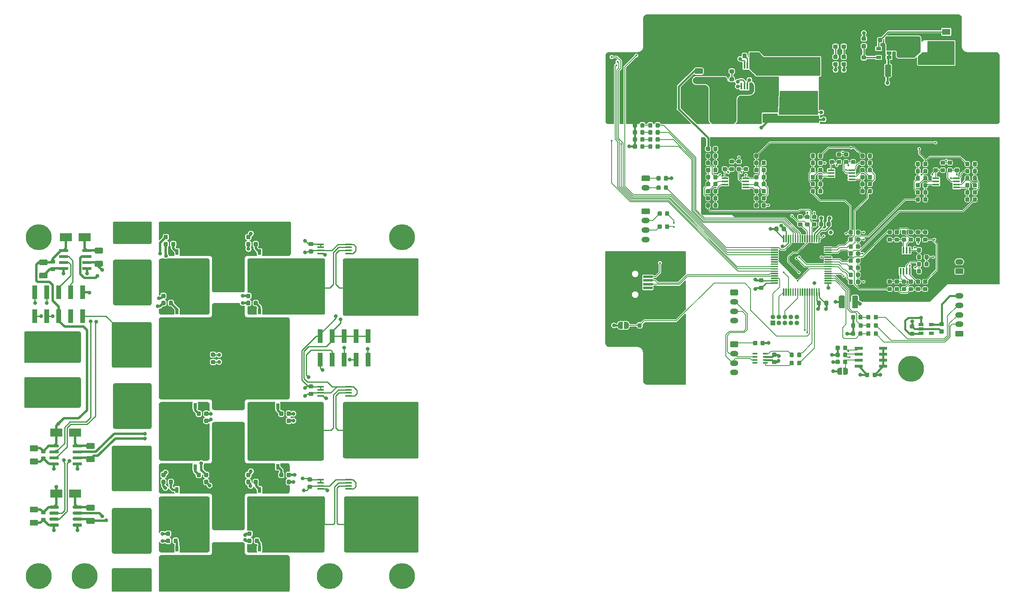
<source format=gtl>
G04 #@! TF.GenerationSoftware,KiCad,Pcbnew,(5.1.4)-1*
G04 #@! TF.CreationDate,2019-11-19T11:57:25+01:00*
G04 #@! TF.ProjectId,hardware_4850,68617264-7761-4726-955f-343835302e6b,rev?*
G04 #@! TF.SameCoordinates,Original*
G04 #@! TF.FileFunction,Copper,L1,Top*
G04 #@! TF.FilePolarity,Positive*
%FSLAX46Y46*%
G04 Gerber Fmt 4.6, Leading zero omitted, Abs format (unit mm)*
G04 Created by KiCad (PCBNEW (5.1.4)-1) date 2019-11-19 11:57:25*
%MOMM*%
%LPD*%
G04 APERTURE LIST*
%ADD10C,5.500000*%
%ADD11C,0.800000*%
%ADD12C,6.400000*%
%ADD13C,0.100000*%
%ADD14C,1.350000*%
%ADD15O,1.750000X1.200000*%
%ADD16C,1.200000*%
%ADD17R,1.800000X2.500000*%
%ADD18R,1.060000X0.650000*%
%ADD19C,0.600000*%
%ADD20R,1.060000X0.400000*%
%ADD21R,1.450000X0.450000*%
%ADD22R,0.450000X1.450000*%
%ADD23C,0.300000*%
%ADD24C,0.875000*%
%ADD25R,0.600000X3.300000*%
%ADD26R,0.500000X0.500000*%
%ADD27R,1.000000X1.000000*%
%ADD28R,0.700000X1.150000*%
%ADD29R,4.200000X3.300000*%
%ADD30R,4.700000X1.550000*%
%ADD31R,1.400000X1.000000*%
%ADD32O,1.000000X1.000000*%
%ADD33R,7.700000X3.100000*%
%ADD34C,1.250000*%
%ADD35C,0.500000*%
%ADD36R,1.700000X2.000000*%
%ADD37R,2.000000X0.500000*%
%ADD38R,10.000000X5.000000*%
%ADD39R,1.000000X3.000000*%
%ADD40R,1.700000X1.300000*%
%ADD41R,2.500000X1.800000*%
%ADD42C,1.800000*%
%ADD43C,2.500000*%
%ADD44C,0.450000*%
%ADD45C,0.500000*%
%ADD46C,0.250000*%
%ADD47C,0.400000*%
%ADD48C,0.150000*%
%ADD49C,0.200000*%
G04 APERTURE END LIST*
D10*
X122000000Y-178500000D03*
X70000000Y-178500000D03*
X245250000Y-134500000D03*
X193250000Y-134500000D03*
D11*
X224697056Y-61052944D03*
X223000000Y-60350000D03*
X221302944Y-61052944D03*
X220600000Y-62750000D03*
X221302944Y-64447056D03*
X223000000Y-65150000D03*
X224697056Y-64447056D03*
X225400000Y-62750000D03*
D12*
X223000000Y-62750000D03*
D10*
X60300000Y-178500000D03*
X137300000Y-178500000D03*
X137300000Y-106500000D03*
X60300000Y-106500000D03*
D11*
X101947056Y-155802944D03*
X100250000Y-155100000D03*
X98552944Y-155802944D03*
X97850000Y-157500000D03*
X98552944Y-159197056D03*
X100250000Y-159900000D03*
X101947056Y-159197056D03*
X102650000Y-157500000D03*
D12*
X100250000Y-157500000D03*
D11*
X101447056Y-105052944D03*
X99750000Y-104350000D03*
X98052944Y-105052944D03*
X97350000Y-106750000D03*
X98052944Y-108447056D03*
X99750000Y-109150000D03*
X101447056Y-108447056D03*
X102150000Y-106750000D03*
D12*
X99750000Y-106750000D03*
D13*
G36*
X120549505Y-161826204D02*
G01*
X120573773Y-161829804D01*
X120597572Y-161835765D01*
X120620671Y-161844030D01*
X120642850Y-161854520D01*
X120663893Y-161867132D01*
X120683599Y-161881747D01*
X120701777Y-161898223D01*
X120718253Y-161916401D01*
X120732868Y-161936107D01*
X120745480Y-161957150D01*
X120755970Y-161979329D01*
X120764235Y-162002428D01*
X120770196Y-162026227D01*
X120773796Y-162050495D01*
X120775000Y-162074999D01*
X120775000Y-164925001D01*
X120773796Y-164949505D01*
X120770196Y-164973773D01*
X120764235Y-164997572D01*
X120755970Y-165020671D01*
X120745480Y-165042850D01*
X120732868Y-165063893D01*
X120718253Y-165083599D01*
X120701777Y-165101777D01*
X120683599Y-165118253D01*
X120663893Y-165132868D01*
X120642850Y-165145480D01*
X120620671Y-165155970D01*
X120597572Y-165164235D01*
X120573773Y-165170196D01*
X120549505Y-165173796D01*
X120525001Y-165175000D01*
X119674999Y-165175000D01*
X119650495Y-165173796D01*
X119626227Y-165170196D01*
X119602428Y-165164235D01*
X119579329Y-165155970D01*
X119557150Y-165145480D01*
X119536107Y-165132868D01*
X119516401Y-165118253D01*
X119498223Y-165101777D01*
X119481747Y-165083599D01*
X119467132Y-165063893D01*
X119454520Y-165042850D01*
X119444030Y-165020671D01*
X119435765Y-164997572D01*
X119429804Y-164973773D01*
X119426204Y-164949505D01*
X119425000Y-164925001D01*
X119425000Y-162074999D01*
X119426204Y-162050495D01*
X119429804Y-162026227D01*
X119435765Y-162002428D01*
X119444030Y-161979329D01*
X119454520Y-161957150D01*
X119467132Y-161936107D01*
X119481747Y-161916401D01*
X119498223Y-161898223D01*
X119516401Y-161881747D01*
X119536107Y-161867132D01*
X119557150Y-161854520D01*
X119579329Y-161844030D01*
X119602428Y-161835765D01*
X119626227Y-161829804D01*
X119650495Y-161826204D01*
X119674999Y-161825000D01*
X120525001Y-161825000D01*
X120549505Y-161826204D01*
X120549505Y-161826204D01*
G37*
D14*
X120100000Y-163500000D03*
D13*
G36*
X126349505Y-161826204D02*
G01*
X126373773Y-161829804D01*
X126397572Y-161835765D01*
X126420671Y-161844030D01*
X126442850Y-161854520D01*
X126463893Y-161867132D01*
X126483599Y-161881747D01*
X126501777Y-161898223D01*
X126518253Y-161916401D01*
X126532868Y-161936107D01*
X126545480Y-161957150D01*
X126555970Y-161979329D01*
X126564235Y-162002428D01*
X126570196Y-162026227D01*
X126573796Y-162050495D01*
X126575000Y-162074999D01*
X126575000Y-164925001D01*
X126573796Y-164949505D01*
X126570196Y-164973773D01*
X126564235Y-164997572D01*
X126555970Y-165020671D01*
X126545480Y-165042850D01*
X126532868Y-165063893D01*
X126518253Y-165083599D01*
X126501777Y-165101777D01*
X126483599Y-165118253D01*
X126463893Y-165132868D01*
X126442850Y-165145480D01*
X126420671Y-165155970D01*
X126397572Y-165164235D01*
X126373773Y-165170196D01*
X126349505Y-165173796D01*
X126325001Y-165175000D01*
X125474999Y-165175000D01*
X125450495Y-165173796D01*
X125426227Y-165170196D01*
X125402428Y-165164235D01*
X125379329Y-165155970D01*
X125357150Y-165145480D01*
X125336107Y-165132868D01*
X125316401Y-165118253D01*
X125298223Y-165101777D01*
X125281747Y-165083599D01*
X125267132Y-165063893D01*
X125254520Y-165042850D01*
X125244030Y-165020671D01*
X125235765Y-164997572D01*
X125229804Y-164973773D01*
X125226204Y-164949505D01*
X125225000Y-164925001D01*
X125225000Y-162074999D01*
X125226204Y-162050495D01*
X125229804Y-162026227D01*
X125235765Y-162002428D01*
X125244030Y-161979329D01*
X125254520Y-161957150D01*
X125267132Y-161936107D01*
X125281747Y-161916401D01*
X125298223Y-161898223D01*
X125316401Y-161881747D01*
X125336107Y-161867132D01*
X125357150Y-161854520D01*
X125379329Y-161844030D01*
X125402428Y-161835765D01*
X125426227Y-161829804D01*
X125450495Y-161826204D01*
X125474999Y-161825000D01*
X126325001Y-161825000D01*
X126349505Y-161826204D01*
X126349505Y-161826204D01*
G37*
D14*
X125900000Y-163500000D03*
D13*
G36*
X120549505Y-165826204D02*
G01*
X120573773Y-165829804D01*
X120597572Y-165835765D01*
X120620671Y-165844030D01*
X120642850Y-165854520D01*
X120663893Y-165867132D01*
X120683599Y-165881747D01*
X120701777Y-165898223D01*
X120718253Y-165916401D01*
X120732868Y-165936107D01*
X120745480Y-165957150D01*
X120755970Y-165979329D01*
X120764235Y-166002428D01*
X120770196Y-166026227D01*
X120773796Y-166050495D01*
X120775000Y-166074999D01*
X120775000Y-168925001D01*
X120773796Y-168949505D01*
X120770196Y-168973773D01*
X120764235Y-168997572D01*
X120755970Y-169020671D01*
X120745480Y-169042850D01*
X120732868Y-169063893D01*
X120718253Y-169083599D01*
X120701777Y-169101777D01*
X120683599Y-169118253D01*
X120663893Y-169132868D01*
X120642850Y-169145480D01*
X120620671Y-169155970D01*
X120597572Y-169164235D01*
X120573773Y-169170196D01*
X120549505Y-169173796D01*
X120525001Y-169175000D01*
X119674999Y-169175000D01*
X119650495Y-169173796D01*
X119626227Y-169170196D01*
X119602428Y-169164235D01*
X119579329Y-169155970D01*
X119557150Y-169145480D01*
X119536107Y-169132868D01*
X119516401Y-169118253D01*
X119498223Y-169101777D01*
X119481747Y-169083599D01*
X119467132Y-169063893D01*
X119454520Y-169042850D01*
X119444030Y-169020671D01*
X119435765Y-168997572D01*
X119429804Y-168973773D01*
X119426204Y-168949505D01*
X119425000Y-168925001D01*
X119425000Y-166074999D01*
X119426204Y-166050495D01*
X119429804Y-166026227D01*
X119435765Y-166002428D01*
X119444030Y-165979329D01*
X119454520Y-165957150D01*
X119467132Y-165936107D01*
X119481747Y-165916401D01*
X119498223Y-165898223D01*
X119516401Y-165881747D01*
X119536107Y-165867132D01*
X119557150Y-165854520D01*
X119579329Y-165844030D01*
X119602428Y-165835765D01*
X119626227Y-165829804D01*
X119650495Y-165826204D01*
X119674999Y-165825000D01*
X120525001Y-165825000D01*
X120549505Y-165826204D01*
X120549505Y-165826204D01*
G37*
D14*
X120100000Y-167500000D03*
D13*
G36*
X126349505Y-165826204D02*
G01*
X126373773Y-165829804D01*
X126397572Y-165835765D01*
X126420671Y-165844030D01*
X126442850Y-165854520D01*
X126463893Y-165867132D01*
X126483599Y-165881747D01*
X126501777Y-165898223D01*
X126518253Y-165916401D01*
X126532868Y-165936107D01*
X126545480Y-165957150D01*
X126555970Y-165979329D01*
X126564235Y-166002428D01*
X126570196Y-166026227D01*
X126573796Y-166050495D01*
X126575000Y-166074999D01*
X126575000Y-168925001D01*
X126573796Y-168949505D01*
X126570196Y-168973773D01*
X126564235Y-168997572D01*
X126555970Y-169020671D01*
X126545480Y-169042850D01*
X126532868Y-169063893D01*
X126518253Y-169083599D01*
X126501777Y-169101777D01*
X126483599Y-169118253D01*
X126463893Y-169132868D01*
X126442850Y-169145480D01*
X126420671Y-169155970D01*
X126397572Y-169164235D01*
X126373773Y-169170196D01*
X126349505Y-169173796D01*
X126325001Y-169175000D01*
X125474999Y-169175000D01*
X125450495Y-169173796D01*
X125426227Y-169170196D01*
X125402428Y-169164235D01*
X125379329Y-169155970D01*
X125357150Y-169145480D01*
X125336107Y-169132868D01*
X125316401Y-169118253D01*
X125298223Y-169101777D01*
X125281747Y-169083599D01*
X125267132Y-169063893D01*
X125254520Y-169042850D01*
X125244030Y-169020671D01*
X125235765Y-168997572D01*
X125229804Y-168973773D01*
X125226204Y-168949505D01*
X125225000Y-168925001D01*
X125225000Y-166074999D01*
X125226204Y-166050495D01*
X125229804Y-166026227D01*
X125235765Y-166002428D01*
X125244030Y-165979329D01*
X125254520Y-165957150D01*
X125267132Y-165936107D01*
X125281747Y-165916401D01*
X125298223Y-165898223D01*
X125316401Y-165881747D01*
X125336107Y-165867132D01*
X125357150Y-165854520D01*
X125379329Y-165844030D01*
X125402428Y-165835765D01*
X125426227Y-165829804D01*
X125450495Y-165826204D01*
X125474999Y-165825000D01*
X126325001Y-165825000D01*
X126349505Y-165826204D01*
X126349505Y-165826204D01*
G37*
D14*
X125900000Y-167500000D03*
D13*
G36*
X120549505Y-169826204D02*
G01*
X120573773Y-169829804D01*
X120597572Y-169835765D01*
X120620671Y-169844030D01*
X120642850Y-169854520D01*
X120663893Y-169867132D01*
X120683599Y-169881747D01*
X120701777Y-169898223D01*
X120718253Y-169916401D01*
X120732868Y-169936107D01*
X120745480Y-169957150D01*
X120755970Y-169979329D01*
X120764235Y-170002428D01*
X120770196Y-170026227D01*
X120773796Y-170050495D01*
X120775000Y-170074999D01*
X120775000Y-172925001D01*
X120773796Y-172949505D01*
X120770196Y-172973773D01*
X120764235Y-172997572D01*
X120755970Y-173020671D01*
X120745480Y-173042850D01*
X120732868Y-173063893D01*
X120718253Y-173083599D01*
X120701777Y-173101777D01*
X120683599Y-173118253D01*
X120663893Y-173132868D01*
X120642850Y-173145480D01*
X120620671Y-173155970D01*
X120597572Y-173164235D01*
X120573773Y-173170196D01*
X120549505Y-173173796D01*
X120525001Y-173175000D01*
X119674999Y-173175000D01*
X119650495Y-173173796D01*
X119626227Y-173170196D01*
X119602428Y-173164235D01*
X119579329Y-173155970D01*
X119557150Y-173145480D01*
X119536107Y-173132868D01*
X119516401Y-173118253D01*
X119498223Y-173101777D01*
X119481747Y-173083599D01*
X119467132Y-173063893D01*
X119454520Y-173042850D01*
X119444030Y-173020671D01*
X119435765Y-172997572D01*
X119429804Y-172973773D01*
X119426204Y-172949505D01*
X119425000Y-172925001D01*
X119425000Y-170074999D01*
X119426204Y-170050495D01*
X119429804Y-170026227D01*
X119435765Y-170002428D01*
X119444030Y-169979329D01*
X119454520Y-169957150D01*
X119467132Y-169936107D01*
X119481747Y-169916401D01*
X119498223Y-169898223D01*
X119516401Y-169881747D01*
X119536107Y-169867132D01*
X119557150Y-169854520D01*
X119579329Y-169844030D01*
X119602428Y-169835765D01*
X119626227Y-169829804D01*
X119650495Y-169826204D01*
X119674999Y-169825000D01*
X120525001Y-169825000D01*
X120549505Y-169826204D01*
X120549505Y-169826204D01*
G37*
D14*
X120100000Y-171500000D03*
D13*
G36*
X126349505Y-169826204D02*
G01*
X126373773Y-169829804D01*
X126397572Y-169835765D01*
X126420671Y-169844030D01*
X126442850Y-169854520D01*
X126463893Y-169867132D01*
X126483599Y-169881747D01*
X126501777Y-169898223D01*
X126518253Y-169916401D01*
X126532868Y-169936107D01*
X126545480Y-169957150D01*
X126555970Y-169979329D01*
X126564235Y-170002428D01*
X126570196Y-170026227D01*
X126573796Y-170050495D01*
X126575000Y-170074999D01*
X126575000Y-172925001D01*
X126573796Y-172949505D01*
X126570196Y-172973773D01*
X126564235Y-172997572D01*
X126555970Y-173020671D01*
X126545480Y-173042850D01*
X126532868Y-173063893D01*
X126518253Y-173083599D01*
X126501777Y-173101777D01*
X126483599Y-173118253D01*
X126463893Y-173132868D01*
X126442850Y-173145480D01*
X126420671Y-173155970D01*
X126397572Y-173164235D01*
X126373773Y-173170196D01*
X126349505Y-173173796D01*
X126325001Y-173175000D01*
X125474999Y-173175000D01*
X125450495Y-173173796D01*
X125426227Y-173170196D01*
X125402428Y-173164235D01*
X125379329Y-173155970D01*
X125357150Y-173145480D01*
X125336107Y-173132868D01*
X125316401Y-173118253D01*
X125298223Y-173101777D01*
X125281747Y-173083599D01*
X125267132Y-173063893D01*
X125254520Y-173042850D01*
X125244030Y-173020671D01*
X125235765Y-172997572D01*
X125229804Y-172973773D01*
X125226204Y-172949505D01*
X125225000Y-172925001D01*
X125225000Y-170074999D01*
X125226204Y-170050495D01*
X125229804Y-170026227D01*
X125235765Y-170002428D01*
X125244030Y-169979329D01*
X125254520Y-169957150D01*
X125267132Y-169936107D01*
X125281747Y-169916401D01*
X125298223Y-169898223D01*
X125316401Y-169881747D01*
X125336107Y-169867132D01*
X125357150Y-169854520D01*
X125379329Y-169844030D01*
X125402428Y-169835765D01*
X125426227Y-169829804D01*
X125450495Y-169826204D01*
X125474999Y-169825000D01*
X126325001Y-169825000D01*
X126349505Y-169826204D01*
X126349505Y-169826204D01*
G37*
D14*
X125900000Y-171500000D03*
D13*
G36*
X120299505Y-141826204D02*
G01*
X120323773Y-141829804D01*
X120347572Y-141835765D01*
X120370671Y-141844030D01*
X120392850Y-141854520D01*
X120413893Y-141867132D01*
X120433599Y-141881747D01*
X120451777Y-141898223D01*
X120468253Y-141916401D01*
X120482868Y-141936107D01*
X120495480Y-141957150D01*
X120505970Y-141979329D01*
X120514235Y-142002428D01*
X120520196Y-142026227D01*
X120523796Y-142050495D01*
X120525000Y-142074999D01*
X120525000Y-144925001D01*
X120523796Y-144949505D01*
X120520196Y-144973773D01*
X120514235Y-144997572D01*
X120505970Y-145020671D01*
X120495480Y-145042850D01*
X120482868Y-145063893D01*
X120468253Y-145083599D01*
X120451777Y-145101777D01*
X120433599Y-145118253D01*
X120413893Y-145132868D01*
X120392850Y-145145480D01*
X120370671Y-145155970D01*
X120347572Y-145164235D01*
X120323773Y-145170196D01*
X120299505Y-145173796D01*
X120275001Y-145175000D01*
X119424999Y-145175000D01*
X119400495Y-145173796D01*
X119376227Y-145170196D01*
X119352428Y-145164235D01*
X119329329Y-145155970D01*
X119307150Y-145145480D01*
X119286107Y-145132868D01*
X119266401Y-145118253D01*
X119248223Y-145101777D01*
X119231747Y-145083599D01*
X119217132Y-145063893D01*
X119204520Y-145042850D01*
X119194030Y-145020671D01*
X119185765Y-144997572D01*
X119179804Y-144973773D01*
X119176204Y-144949505D01*
X119175000Y-144925001D01*
X119175000Y-142074999D01*
X119176204Y-142050495D01*
X119179804Y-142026227D01*
X119185765Y-142002428D01*
X119194030Y-141979329D01*
X119204520Y-141957150D01*
X119217132Y-141936107D01*
X119231747Y-141916401D01*
X119248223Y-141898223D01*
X119266401Y-141881747D01*
X119286107Y-141867132D01*
X119307150Y-141854520D01*
X119329329Y-141844030D01*
X119352428Y-141835765D01*
X119376227Y-141829804D01*
X119400495Y-141826204D01*
X119424999Y-141825000D01*
X120275001Y-141825000D01*
X120299505Y-141826204D01*
X120299505Y-141826204D01*
G37*
D14*
X119850000Y-143500000D03*
D13*
G36*
X126099505Y-141826204D02*
G01*
X126123773Y-141829804D01*
X126147572Y-141835765D01*
X126170671Y-141844030D01*
X126192850Y-141854520D01*
X126213893Y-141867132D01*
X126233599Y-141881747D01*
X126251777Y-141898223D01*
X126268253Y-141916401D01*
X126282868Y-141936107D01*
X126295480Y-141957150D01*
X126305970Y-141979329D01*
X126314235Y-142002428D01*
X126320196Y-142026227D01*
X126323796Y-142050495D01*
X126325000Y-142074999D01*
X126325000Y-144925001D01*
X126323796Y-144949505D01*
X126320196Y-144973773D01*
X126314235Y-144997572D01*
X126305970Y-145020671D01*
X126295480Y-145042850D01*
X126282868Y-145063893D01*
X126268253Y-145083599D01*
X126251777Y-145101777D01*
X126233599Y-145118253D01*
X126213893Y-145132868D01*
X126192850Y-145145480D01*
X126170671Y-145155970D01*
X126147572Y-145164235D01*
X126123773Y-145170196D01*
X126099505Y-145173796D01*
X126075001Y-145175000D01*
X125224999Y-145175000D01*
X125200495Y-145173796D01*
X125176227Y-145170196D01*
X125152428Y-145164235D01*
X125129329Y-145155970D01*
X125107150Y-145145480D01*
X125086107Y-145132868D01*
X125066401Y-145118253D01*
X125048223Y-145101777D01*
X125031747Y-145083599D01*
X125017132Y-145063893D01*
X125004520Y-145042850D01*
X124994030Y-145020671D01*
X124985765Y-144997572D01*
X124979804Y-144973773D01*
X124976204Y-144949505D01*
X124975000Y-144925001D01*
X124975000Y-142074999D01*
X124976204Y-142050495D01*
X124979804Y-142026227D01*
X124985765Y-142002428D01*
X124994030Y-141979329D01*
X125004520Y-141957150D01*
X125017132Y-141936107D01*
X125031747Y-141916401D01*
X125048223Y-141898223D01*
X125066401Y-141881747D01*
X125086107Y-141867132D01*
X125107150Y-141854520D01*
X125129329Y-141844030D01*
X125152428Y-141835765D01*
X125176227Y-141829804D01*
X125200495Y-141826204D01*
X125224999Y-141825000D01*
X126075001Y-141825000D01*
X126099505Y-141826204D01*
X126099505Y-141826204D01*
G37*
D14*
X125650000Y-143500000D03*
D13*
G36*
X120299505Y-145826204D02*
G01*
X120323773Y-145829804D01*
X120347572Y-145835765D01*
X120370671Y-145844030D01*
X120392850Y-145854520D01*
X120413893Y-145867132D01*
X120433599Y-145881747D01*
X120451777Y-145898223D01*
X120468253Y-145916401D01*
X120482868Y-145936107D01*
X120495480Y-145957150D01*
X120505970Y-145979329D01*
X120514235Y-146002428D01*
X120520196Y-146026227D01*
X120523796Y-146050495D01*
X120525000Y-146074999D01*
X120525000Y-148925001D01*
X120523796Y-148949505D01*
X120520196Y-148973773D01*
X120514235Y-148997572D01*
X120505970Y-149020671D01*
X120495480Y-149042850D01*
X120482868Y-149063893D01*
X120468253Y-149083599D01*
X120451777Y-149101777D01*
X120433599Y-149118253D01*
X120413893Y-149132868D01*
X120392850Y-149145480D01*
X120370671Y-149155970D01*
X120347572Y-149164235D01*
X120323773Y-149170196D01*
X120299505Y-149173796D01*
X120275001Y-149175000D01*
X119424999Y-149175000D01*
X119400495Y-149173796D01*
X119376227Y-149170196D01*
X119352428Y-149164235D01*
X119329329Y-149155970D01*
X119307150Y-149145480D01*
X119286107Y-149132868D01*
X119266401Y-149118253D01*
X119248223Y-149101777D01*
X119231747Y-149083599D01*
X119217132Y-149063893D01*
X119204520Y-149042850D01*
X119194030Y-149020671D01*
X119185765Y-148997572D01*
X119179804Y-148973773D01*
X119176204Y-148949505D01*
X119175000Y-148925001D01*
X119175000Y-146074999D01*
X119176204Y-146050495D01*
X119179804Y-146026227D01*
X119185765Y-146002428D01*
X119194030Y-145979329D01*
X119204520Y-145957150D01*
X119217132Y-145936107D01*
X119231747Y-145916401D01*
X119248223Y-145898223D01*
X119266401Y-145881747D01*
X119286107Y-145867132D01*
X119307150Y-145854520D01*
X119329329Y-145844030D01*
X119352428Y-145835765D01*
X119376227Y-145829804D01*
X119400495Y-145826204D01*
X119424999Y-145825000D01*
X120275001Y-145825000D01*
X120299505Y-145826204D01*
X120299505Y-145826204D01*
G37*
D14*
X119850000Y-147500000D03*
D13*
G36*
X126099505Y-145826204D02*
G01*
X126123773Y-145829804D01*
X126147572Y-145835765D01*
X126170671Y-145844030D01*
X126192850Y-145854520D01*
X126213893Y-145867132D01*
X126233599Y-145881747D01*
X126251777Y-145898223D01*
X126268253Y-145916401D01*
X126282868Y-145936107D01*
X126295480Y-145957150D01*
X126305970Y-145979329D01*
X126314235Y-146002428D01*
X126320196Y-146026227D01*
X126323796Y-146050495D01*
X126325000Y-146074999D01*
X126325000Y-148925001D01*
X126323796Y-148949505D01*
X126320196Y-148973773D01*
X126314235Y-148997572D01*
X126305970Y-149020671D01*
X126295480Y-149042850D01*
X126282868Y-149063893D01*
X126268253Y-149083599D01*
X126251777Y-149101777D01*
X126233599Y-149118253D01*
X126213893Y-149132868D01*
X126192850Y-149145480D01*
X126170671Y-149155970D01*
X126147572Y-149164235D01*
X126123773Y-149170196D01*
X126099505Y-149173796D01*
X126075001Y-149175000D01*
X125224999Y-149175000D01*
X125200495Y-149173796D01*
X125176227Y-149170196D01*
X125152428Y-149164235D01*
X125129329Y-149155970D01*
X125107150Y-149145480D01*
X125086107Y-149132868D01*
X125066401Y-149118253D01*
X125048223Y-149101777D01*
X125031747Y-149083599D01*
X125017132Y-149063893D01*
X125004520Y-149042850D01*
X124994030Y-149020671D01*
X124985765Y-148997572D01*
X124979804Y-148973773D01*
X124976204Y-148949505D01*
X124975000Y-148925001D01*
X124975000Y-146074999D01*
X124976204Y-146050495D01*
X124979804Y-146026227D01*
X124985765Y-146002428D01*
X124994030Y-145979329D01*
X125004520Y-145957150D01*
X125017132Y-145936107D01*
X125031747Y-145916401D01*
X125048223Y-145898223D01*
X125066401Y-145881747D01*
X125086107Y-145867132D01*
X125107150Y-145854520D01*
X125129329Y-145844030D01*
X125152428Y-145835765D01*
X125176227Y-145829804D01*
X125200495Y-145826204D01*
X125224999Y-145825000D01*
X126075001Y-145825000D01*
X126099505Y-145826204D01*
X126099505Y-145826204D01*
G37*
D14*
X125650000Y-147500000D03*
D13*
G36*
X120299505Y-149826204D02*
G01*
X120323773Y-149829804D01*
X120347572Y-149835765D01*
X120370671Y-149844030D01*
X120392850Y-149854520D01*
X120413893Y-149867132D01*
X120433599Y-149881747D01*
X120451777Y-149898223D01*
X120468253Y-149916401D01*
X120482868Y-149936107D01*
X120495480Y-149957150D01*
X120505970Y-149979329D01*
X120514235Y-150002428D01*
X120520196Y-150026227D01*
X120523796Y-150050495D01*
X120525000Y-150074999D01*
X120525000Y-152925001D01*
X120523796Y-152949505D01*
X120520196Y-152973773D01*
X120514235Y-152997572D01*
X120505970Y-153020671D01*
X120495480Y-153042850D01*
X120482868Y-153063893D01*
X120468253Y-153083599D01*
X120451777Y-153101777D01*
X120433599Y-153118253D01*
X120413893Y-153132868D01*
X120392850Y-153145480D01*
X120370671Y-153155970D01*
X120347572Y-153164235D01*
X120323773Y-153170196D01*
X120299505Y-153173796D01*
X120275001Y-153175000D01*
X119424999Y-153175000D01*
X119400495Y-153173796D01*
X119376227Y-153170196D01*
X119352428Y-153164235D01*
X119329329Y-153155970D01*
X119307150Y-153145480D01*
X119286107Y-153132868D01*
X119266401Y-153118253D01*
X119248223Y-153101777D01*
X119231747Y-153083599D01*
X119217132Y-153063893D01*
X119204520Y-153042850D01*
X119194030Y-153020671D01*
X119185765Y-152997572D01*
X119179804Y-152973773D01*
X119176204Y-152949505D01*
X119175000Y-152925001D01*
X119175000Y-150074999D01*
X119176204Y-150050495D01*
X119179804Y-150026227D01*
X119185765Y-150002428D01*
X119194030Y-149979329D01*
X119204520Y-149957150D01*
X119217132Y-149936107D01*
X119231747Y-149916401D01*
X119248223Y-149898223D01*
X119266401Y-149881747D01*
X119286107Y-149867132D01*
X119307150Y-149854520D01*
X119329329Y-149844030D01*
X119352428Y-149835765D01*
X119376227Y-149829804D01*
X119400495Y-149826204D01*
X119424999Y-149825000D01*
X120275001Y-149825000D01*
X120299505Y-149826204D01*
X120299505Y-149826204D01*
G37*
D14*
X119850000Y-151500000D03*
D13*
G36*
X126099505Y-149826204D02*
G01*
X126123773Y-149829804D01*
X126147572Y-149835765D01*
X126170671Y-149844030D01*
X126192850Y-149854520D01*
X126213893Y-149867132D01*
X126233599Y-149881747D01*
X126251777Y-149898223D01*
X126268253Y-149916401D01*
X126282868Y-149936107D01*
X126295480Y-149957150D01*
X126305970Y-149979329D01*
X126314235Y-150002428D01*
X126320196Y-150026227D01*
X126323796Y-150050495D01*
X126325000Y-150074999D01*
X126325000Y-152925001D01*
X126323796Y-152949505D01*
X126320196Y-152973773D01*
X126314235Y-152997572D01*
X126305970Y-153020671D01*
X126295480Y-153042850D01*
X126282868Y-153063893D01*
X126268253Y-153083599D01*
X126251777Y-153101777D01*
X126233599Y-153118253D01*
X126213893Y-153132868D01*
X126192850Y-153145480D01*
X126170671Y-153155970D01*
X126147572Y-153164235D01*
X126123773Y-153170196D01*
X126099505Y-153173796D01*
X126075001Y-153175000D01*
X125224999Y-153175000D01*
X125200495Y-153173796D01*
X125176227Y-153170196D01*
X125152428Y-153164235D01*
X125129329Y-153155970D01*
X125107150Y-153145480D01*
X125086107Y-153132868D01*
X125066401Y-153118253D01*
X125048223Y-153101777D01*
X125031747Y-153083599D01*
X125017132Y-153063893D01*
X125004520Y-153042850D01*
X124994030Y-153020671D01*
X124985765Y-152997572D01*
X124979804Y-152973773D01*
X124976204Y-152949505D01*
X124975000Y-152925001D01*
X124975000Y-150074999D01*
X124976204Y-150050495D01*
X124979804Y-150026227D01*
X124985765Y-150002428D01*
X124994030Y-149979329D01*
X125004520Y-149957150D01*
X125017132Y-149936107D01*
X125031747Y-149916401D01*
X125048223Y-149898223D01*
X125066401Y-149881747D01*
X125086107Y-149867132D01*
X125107150Y-149854520D01*
X125129329Y-149844030D01*
X125152428Y-149835765D01*
X125176227Y-149829804D01*
X125200495Y-149826204D01*
X125224999Y-149825000D01*
X126075001Y-149825000D01*
X126099505Y-149826204D01*
X126099505Y-149826204D01*
G37*
D14*
X125650000Y-151500000D03*
D13*
G36*
X120299505Y-111576204D02*
G01*
X120323773Y-111579804D01*
X120347572Y-111585765D01*
X120370671Y-111594030D01*
X120392850Y-111604520D01*
X120413893Y-111617132D01*
X120433599Y-111631747D01*
X120451777Y-111648223D01*
X120468253Y-111666401D01*
X120482868Y-111686107D01*
X120495480Y-111707150D01*
X120505970Y-111729329D01*
X120514235Y-111752428D01*
X120520196Y-111776227D01*
X120523796Y-111800495D01*
X120525000Y-111824999D01*
X120525000Y-114675001D01*
X120523796Y-114699505D01*
X120520196Y-114723773D01*
X120514235Y-114747572D01*
X120505970Y-114770671D01*
X120495480Y-114792850D01*
X120482868Y-114813893D01*
X120468253Y-114833599D01*
X120451777Y-114851777D01*
X120433599Y-114868253D01*
X120413893Y-114882868D01*
X120392850Y-114895480D01*
X120370671Y-114905970D01*
X120347572Y-114914235D01*
X120323773Y-114920196D01*
X120299505Y-114923796D01*
X120275001Y-114925000D01*
X119424999Y-114925000D01*
X119400495Y-114923796D01*
X119376227Y-114920196D01*
X119352428Y-114914235D01*
X119329329Y-114905970D01*
X119307150Y-114895480D01*
X119286107Y-114882868D01*
X119266401Y-114868253D01*
X119248223Y-114851777D01*
X119231747Y-114833599D01*
X119217132Y-114813893D01*
X119204520Y-114792850D01*
X119194030Y-114770671D01*
X119185765Y-114747572D01*
X119179804Y-114723773D01*
X119176204Y-114699505D01*
X119175000Y-114675001D01*
X119175000Y-111824999D01*
X119176204Y-111800495D01*
X119179804Y-111776227D01*
X119185765Y-111752428D01*
X119194030Y-111729329D01*
X119204520Y-111707150D01*
X119217132Y-111686107D01*
X119231747Y-111666401D01*
X119248223Y-111648223D01*
X119266401Y-111631747D01*
X119286107Y-111617132D01*
X119307150Y-111604520D01*
X119329329Y-111594030D01*
X119352428Y-111585765D01*
X119376227Y-111579804D01*
X119400495Y-111576204D01*
X119424999Y-111575000D01*
X120275001Y-111575000D01*
X120299505Y-111576204D01*
X120299505Y-111576204D01*
G37*
D14*
X119850000Y-113250000D03*
D13*
G36*
X126099505Y-111576204D02*
G01*
X126123773Y-111579804D01*
X126147572Y-111585765D01*
X126170671Y-111594030D01*
X126192850Y-111604520D01*
X126213893Y-111617132D01*
X126233599Y-111631747D01*
X126251777Y-111648223D01*
X126268253Y-111666401D01*
X126282868Y-111686107D01*
X126295480Y-111707150D01*
X126305970Y-111729329D01*
X126314235Y-111752428D01*
X126320196Y-111776227D01*
X126323796Y-111800495D01*
X126325000Y-111824999D01*
X126325000Y-114675001D01*
X126323796Y-114699505D01*
X126320196Y-114723773D01*
X126314235Y-114747572D01*
X126305970Y-114770671D01*
X126295480Y-114792850D01*
X126282868Y-114813893D01*
X126268253Y-114833599D01*
X126251777Y-114851777D01*
X126233599Y-114868253D01*
X126213893Y-114882868D01*
X126192850Y-114895480D01*
X126170671Y-114905970D01*
X126147572Y-114914235D01*
X126123773Y-114920196D01*
X126099505Y-114923796D01*
X126075001Y-114925000D01*
X125224999Y-114925000D01*
X125200495Y-114923796D01*
X125176227Y-114920196D01*
X125152428Y-114914235D01*
X125129329Y-114905970D01*
X125107150Y-114895480D01*
X125086107Y-114882868D01*
X125066401Y-114868253D01*
X125048223Y-114851777D01*
X125031747Y-114833599D01*
X125017132Y-114813893D01*
X125004520Y-114792850D01*
X124994030Y-114770671D01*
X124985765Y-114747572D01*
X124979804Y-114723773D01*
X124976204Y-114699505D01*
X124975000Y-114675001D01*
X124975000Y-111824999D01*
X124976204Y-111800495D01*
X124979804Y-111776227D01*
X124985765Y-111752428D01*
X124994030Y-111729329D01*
X125004520Y-111707150D01*
X125017132Y-111686107D01*
X125031747Y-111666401D01*
X125048223Y-111648223D01*
X125066401Y-111631747D01*
X125086107Y-111617132D01*
X125107150Y-111604520D01*
X125129329Y-111594030D01*
X125152428Y-111585765D01*
X125176227Y-111579804D01*
X125200495Y-111576204D01*
X125224999Y-111575000D01*
X126075001Y-111575000D01*
X126099505Y-111576204D01*
X126099505Y-111576204D01*
G37*
D14*
X125650000Y-113250000D03*
D13*
G36*
X120299505Y-115576204D02*
G01*
X120323773Y-115579804D01*
X120347572Y-115585765D01*
X120370671Y-115594030D01*
X120392850Y-115604520D01*
X120413893Y-115617132D01*
X120433599Y-115631747D01*
X120451777Y-115648223D01*
X120468253Y-115666401D01*
X120482868Y-115686107D01*
X120495480Y-115707150D01*
X120505970Y-115729329D01*
X120514235Y-115752428D01*
X120520196Y-115776227D01*
X120523796Y-115800495D01*
X120525000Y-115824999D01*
X120525000Y-118675001D01*
X120523796Y-118699505D01*
X120520196Y-118723773D01*
X120514235Y-118747572D01*
X120505970Y-118770671D01*
X120495480Y-118792850D01*
X120482868Y-118813893D01*
X120468253Y-118833599D01*
X120451777Y-118851777D01*
X120433599Y-118868253D01*
X120413893Y-118882868D01*
X120392850Y-118895480D01*
X120370671Y-118905970D01*
X120347572Y-118914235D01*
X120323773Y-118920196D01*
X120299505Y-118923796D01*
X120275001Y-118925000D01*
X119424999Y-118925000D01*
X119400495Y-118923796D01*
X119376227Y-118920196D01*
X119352428Y-118914235D01*
X119329329Y-118905970D01*
X119307150Y-118895480D01*
X119286107Y-118882868D01*
X119266401Y-118868253D01*
X119248223Y-118851777D01*
X119231747Y-118833599D01*
X119217132Y-118813893D01*
X119204520Y-118792850D01*
X119194030Y-118770671D01*
X119185765Y-118747572D01*
X119179804Y-118723773D01*
X119176204Y-118699505D01*
X119175000Y-118675001D01*
X119175000Y-115824999D01*
X119176204Y-115800495D01*
X119179804Y-115776227D01*
X119185765Y-115752428D01*
X119194030Y-115729329D01*
X119204520Y-115707150D01*
X119217132Y-115686107D01*
X119231747Y-115666401D01*
X119248223Y-115648223D01*
X119266401Y-115631747D01*
X119286107Y-115617132D01*
X119307150Y-115604520D01*
X119329329Y-115594030D01*
X119352428Y-115585765D01*
X119376227Y-115579804D01*
X119400495Y-115576204D01*
X119424999Y-115575000D01*
X120275001Y-115575000D01*
X120299505Y-115576204D01*
X120299505Y-115576204D01*
G37*
D14*
X119850000Y-117250000D03*
D13*
G36*
X126099505Y-115576204D02*
G01*
X126123773Y-115579804D01*
X126147572Y-115585765D01*
X126170671Y-115594030D01*
X126192850Y-115604520D01*
X126213893Y-115617132D01*
X126233599Y-115631747D01*
X126251777Y-115648223D01*
X126268253Y-115666401D01*
X126282868Y-115686107D01*
X126295480Y-115707150D01*
X126305970Y-115729329D01*
X126314235Y-115752428D01*
X126320196Y-115776227D01*
X126323796Y-115800495D01*
X126325000Y-115824999D01*
X126325000Y-118675001D01*
X126323796Y-118699505D01*
X126320196Y-118723773D01*
X126314235Y-118747572D01*
X126305970Y-118770671D01*
X126295480Y-118792850D01*
X126282868Y-118813893D01*
X126268253Y-118833599D01*
X126251777Y-118851777D01*
X126233599Y-118868253D01*
X126213893Y-118882868D01*
X126192850Y-118895480D01*
X126170671Y-118905970D01*
X126147572Y-118914235D01*
X126123773Y-118920196D01*
X126099505Y-118923796D01*
X126075001Y-118925000D01*
X125224999Y-118925000D01*
X125200495Y-118923796D01*
X125176227Y-118920196D01*
X125152428Y-118914235D01*
X125129329Y-118905970D01*
X125107150Y-118895480D01*
X125086107Y-118882868D01*
X125066401Y-118868253D01*
X125048223Y-118851777D01*
X125031747Y-118833599D01*
X125017132Y-118813893D01*
X125004520Y-118792850D01*
X124994030Y-118770671D01*
X124985765Y-118747572D01*
X124979804Y-118723773D01*
X124976204Y-118699505D01*
X124975000Y-118675001D01*
X124975000Y-115824999D01*
X124976204Y-115800495D01*
X124979804Y-115776227D01*
X124985765Y-115752428D01*
X124994030Y-115729329D01*
X125004520Y-115707150D01*
X125017132Y-115686107D01*
X125031747Y-115666401D01*
X125048223Y-115648223D01*
X125066401Y-115631747D01*
X125086107Y-115617132D01*
X125107150Y-115604520D01*
X125129329Y-115594030D01*
X125152428Y-115585765D01*
X125176227Y-115579804D01*
X125200495Y-115576204D01*
X125224999Y-115575000D01*
X126075001Y-115575000D01*
X126099505Y-115576204D01*
X126099505Y-115576204D01*
G37*
D14*
X125650000Y-117250000D03*
D13*
G36*
X120299505Y-119576204D02*
G01*
X120323773Y-119579804D01*
X120347572Y-119585765D01*
X120370671Y-119594030D01*
X120392850Y-119604520D01*
X120413893Y-119617132D01*
X120433599Y-119631747D01*
X120451777Y-119648223D01*
X120468253Y-119666401D01*
X120482868Y-119686107D01*
X120495480Y-119707150D01*
X120505970Y-119729329D01*
X120514235Y-119752428D01*
X120520196Y-119776227D01*
X120523796Y-119800495D01*
X120525000Y-119824999D01*
X120525000Y-122675001D01*
X120523796Y-122699505D01*
X120520196Y-122723773D01*
X120514235Y-122747572D01*
X120505970Y-122770671D01*
X120495480Y-122792850D01*
X120482868Y-122813893D01*
X120468253Y-122833599D01*
X120451777Y-122851777D01*
X120433599Y-122868253D01*
X120413893Y-122882868D01*
X120392850Y-122895480D01*
X120370671Y-122905970D01*
X120347572Y-122914235D01*
X120323773Y-122920196D01*
X120299505Y-122923796D01*
X120275001Y-122925000D01*
X119424999Y-122925000D01*
X119400495Y-122923796D01*
X119376227Y-122920196D01*
X119352428Y-122914235D01*
X119329329Y-122905970D01*
X119307150Y-122895480D01*
X119286107Y-122882868D01*
X119266401Y-122868253D01*
X119248223Y-122851777D01*
X119231747Y-122833599D01*
X119217132Y-122813893D01*
X119204520Y-122792850D01*
X119194030Y-122770671D01*
X119185765Y-122747572D01*
X119179804Y-122723773D01*
X119176204Y-122699505D01*
X119175000Y-122675001D01*
X119175000Y-119824999D01*
X119176204Y-119800495D01*
X119179804Y-119776227D01*
X119185765Y-119752428D01*
X119194030Y-119729329D01*
X119204520Y-119707150D01*
X119217132Y-119686107D01*
X119231747Y-119666401D01*
X119248223Y-119648223D01*
X119266401Y-119631747D01*
X119286107Y-119617132D01*
X119307150Y-119604520D01*
X119329329Y-119594030D01*
X119352428Y-119585765D01*
X119376227Y-119579804D01*
X119400495Y-119576204D01*
X119424999Y-119575000D01*
X120275001Y-119575000D01*
X120299505Y-119576204D01*
X120299505Y-119576204D01*
G37*
D14*
X119850000Y-121250000D03*
D13*
G36*
X126099505Y-119576204D02*
G01*
X126123773Y-119579804D01*
X126147572Y-119585765D01*
X126170671Y-119594030D01*
X126192850Y-119604520D01*
X126213893Y-119617132D01*
X126233599Y-119631747D01*
X126251777Y-119648223D01*
X126268253Y-119666401D01*
X126282868Y-119686107D01*
X126295480Y-119707150D01*
X126305970Y-119729329D01*
X126314235Y-119752428D01*
X126320196Y-119776227D01*
X126323796Y-119800495D01*
X126325000Y-119824999D01*
X126325000Y-122675001D01*
X126323796Y-122699505D01*
X126320196Y-122723773D01*
X126314235Y-122747572D01*
X126305970Y-122770671D01*
X126295480Y-122792850D01*
X126282868Y-122813893D01*
X126268253Y-122833599D01*
X126251777Y-122851777D01*
X126233599Y-122868253D01*
X126213893Y-122882868D01*
X126192850Y-122895480D01*
X126170671Y-122905970D01*
X126147572Y-122914235D01*
X126123773Y-122920196D01*
X126099505Y-122923796D01*
X126075001Y-122925000D01*
X125224999Y-122925000D01*
X125200495Y-122923796D01*
X125176227Y-122920196D01*
X125152428Y-122914235D01*
X125129329Y-122905970D01*
X125107150Y-122895480D01*
X125086107Y-122882868D01*
X125066401Y-122868253D01*
X125048223Y-122851777D01*
X125031747Y-122833599D01*
X125017132Y-122813893D01*
X125004520Y-122792850D01*
X124994030Y-122770671D01*
X124985765Y-122747572D01*
X124979804Y-122723773D01*
X124976204Y-122699505D01*
X124975000Y-122675001D01*
X124975000Y-119824999D01*
X124976204Y-119800495D01*
X124979804Y-119776227D01*
X124985765Y-119752428D01*
X124994030Y-119729329D01*
X125004520Y-119707150D01*
X125017132Y-119686107D01*
X125031747Y-119666401D01*
X125048223Y-119648223D01*
X125066401Y-119631747D01*
X125086107Y-119617132D01*
X125107150Y-119604520D01*
X125129329Y-119594030D01*
X125152428Y-119585765D01*
X125176227Y-119579804D01*
X125200495Y-119576204D01*
X125224999Y-119575000D01*
X126075001Y-119575000D01*
X126099505Y-119576204D01*
X126099505Y-119576204D01*
G37*
D14*
X125650000Y-121250000D03*
D15*
X200250000Y-75250000D03*
X200250000Y-73250000D03*
D13*
G36*
X200899505Y-70651204D02*
G01*
X200923773Y-70654804D01*
X200947572Y-70660765D01*
X200970671Y-70669030D01*
X200992850Y-70679520D01*
X201013893Y-70692132D01*
X201033599Y-70706747D01*
X201051777Y-70723223D01*
X201068253Y-70741401D01*
X201082868Y-70761107D01*
X201095480Y-70782150D01*
X201105970Y-70804329D01*
X201114235Y-70827428D01*
X201120196Y-70851227D01*
X201123796Y-70875495D01*
X201125000Y-70899999D01*
X201125000Y-71600001D01*
X201123796Y-71624505D01*
X201120196Y-71648773D01*
X201114235Y-71672572D01*
X201105970Y-71695671D01*
X201095480Y-71717850D01*
X201082868Y-71738893D01*
X201068253Y-71758599D01*
X201051777Y-71776777D01*
X201033599Y-71793253D01*
X201013893Y-71807868D01*
X200992850Y-71820480D01*
X200970671Y-71830970D01*
X200947572Y-71839235D01*
X200923773Y-71845196D01*
X200899505Y-71848796D01*
X200875001Y-71850000D01*
X199624999Y-71850000D01*
X199600495Y-71848796D01*
X199576227Y-71845196D01*
X199552428Y-71839235D01*
X199529329Y-71830970D01*
X199507150Y-71820480D01*
X199486107Y-71807868D01*
X199466401Y-71793253D01*
X199448223Y-71776777D01*
X199431747Y-71758599D01*
X199417132Y-71738893D01*
X199404520Y-71717850D01*
X199394030Y-71695671D01*
X199385765Y-71672572D01*
X199379804Y-71648773D01*
X199376204Y-71624505D01*
X199375000Y-71600001D01*
X199375000Y-70899999D01*
X199376204Y-70875495D01*
X199379804Y-70851227D01*
X199385765Y-70827428D01*
X199394030Y-70804329D01*
X199404520Y-70782150D01*
X199417132Y-70761107D01*
X199431747Y-70741401D01*
X199448223Y-70723223D01*
X199466401Y-70706747D01*
X199486107Y-70692132D01*
X199507150Y-70679520D01*
X199529329Y-70669030D01*
X199552428Y-70660765D01*
X199576227Y-70654804D01*
X199600495Y-70651204D01*
X199624999Y-70650000D01*
X200875001Y-70650000D01*
X200899505Y-70651204D01*
X200899505Y-70651204D01*
G37*
D16*
X200250000Y-71250000D03*
D15*
X207750000Y-135250000D03*
X207750000Y-133250000D03*
X207750000Y-131250000D03*
D13*
G36*
X208399505Y-128651204D02*
G01*
X208423773Y-128654804D01*
X208447572Y-128660765D01*
X208470671Y-128669030D01*
X208492850Y-128679520D01*
X208513893Y-128692132D01*
X208533599Y-128706747D01*
X208551777Y-128723223D01*
X208568253Y-128741401D01*
X208582868Y-128761107D01*
X208595480Y-128782150D01*
X208605970Y-128804329D01*
X208614235Y-128827428D01*
X208620196Y-128851227D01*
X208623796Y-128875495D01*
X208625000Y-128899999D01*
X208625000Y-129600001D01*
X208623796Y-129624505D01*
X208620196Y-129648773D01*
X208614235Y-129672572D01*
X208605970Y-129695671D01*
X208595480Y-129717850D01*
X208582868Y-129738893D01*
X208568253Y-129758599D01*
X208551777Y-129776777D01*
X208533599Y-129793253D01*
X208513893Y-129807868D01*
X208492850Y-129820480D01*
X208470671Y-129830970D01*
X208447572Y-129839235D01*
X208423773Y-129845196D01*
X208399505Y-129848796D01*
X208375001Y-129850000D01*
X207124999Y-129850000D01*
X207100495Y-129848796D01*
X207076227Y-129845196D01*
X207052428Y-129839235D01*
X207029329Y-129830970D01*
X207007150Y-129820480D01*
X206986107Y-129807868D01*
X206966401Y-129793253D01*
X206948223Y-129776777D01*
X206931747Y-129758599D01*
X206917132Y-129738893D01*
X206904520Y-129717850D01*
X206894030Y-129695671D01*
X206885765Y-129672572D01*
X206879804Y-129648773D01*
X206876204Y-129624505D01*
X206875000Y-129600001D01*
X206875000Y-128899999D01*
X206876204Y-128875495D01*
X206879804Y-128851227D01*
X206885765Y-128827428D01*
X206894030Y-128804329D01*
X206904520Y-128782150D01*
X206917132Y-128761107D01*
X206931747Y-128741401D01*
X206948223Y-128723223D01*
X206966401Y-128706747D01*
X206986107Y-128692132D01*
X207007150Y-128679520D01*
X207029329Y-128669030D01*
X207052428Y-128660765D01*
X207076227Y-128654804D01*
X207100495Y-128651204D01*
X207124999Y-128650000D01*
X208375001Y-128650000D01*
X208399505Y-128651204D01*
X208399505Y-128651204D01*
G37*
D16*
X207750000Y-129250000D03*
D15*
X207750000Y-124250000D03*
X207750000Y-122250000D03*
X207750000Y-120250000D03*
D13*
G36*
X208399505Y-117651204D02*
G01*
X208423773Y-117654804D01*
X208447572Y-117660765D01*
X208470671Y-117669030D01*
X208492850Y-117679520D01*
X208513893Y-117692132D01*
X208533599Y-117706747D01*
X208551777Y-117723223D01*
X208568253Y-117741401D01*
X208582868Y-117761107D01*
X208595480Y-117782150D01*
X208605970Y-117804329D01*
X208614235Y-117827428D01*
X208620196Y-117851227D01*
X208623796Y-117875495D01*
X208625000Y-117899999D01*
X208625000Y-118600001D01*
X208623796Y-118624505D01*
X208620196Y-118648773D01*
X208614235Y-118672572D01*
X208605970Y-118695671D01*
X208595480Y-118717850D01*
X208582868Y-118738893D01*
X208568253Y-118758599D01*
X208551777Y-118776777D01*
X208533599Y-118793253D01*
X208513893Y-118807868D01*
X208492850Y-118820480D01*
X208470671Y-118830970D01*
X208447572Y-118839235D01*
X208423773Y-118845196D01*
X208399505Y-118848796D01*
X208375001Y-118850000D01*
X207124999Y-118850000D01*
X207100495Y-118848796D01*
X207076227Y-118845196D01*
X207052428Y-118839235D01*
X207029329Y-118830970D01*
X207007150Y-118820480D01*
X206986107Y-118807868D01*
X206966401Y-118793253D01*
X206948223Y-118776777D01*
X206931747Y-118758599D01*
X206917132Y-118738893D01*
X206904520Y-118717850D01*
X206894030Y-118695671D01*
X206885765Y-118672572D01*
X206879804Y-118648773D01*
X206876204Y-118624505D01*
X206875000Y-118600001D01*
X206875000Y-117899999D01*
X206876204Y-117875495D01*
X206879804Y-117851227D01*
X206885765Y-117827428D01*
X206894030Y-117804329D01*
X206904520Y-117782150D01*
X206917132Y-117761107D01*
X206931747Y-117741401D01*
X206948223Y-117723223D01*
X206966401Y-117706747D01*
X206986107Y-117692132D01*
X207007150Y-117679520D01*
X207029329Y-117669030D01*
X207052428Y-117660765D01*
X207076227Y-117654804D01*
X207100495Y-117651204D01*
X207124999Y-117650000D01*
X208375001Y-117650000D01*
X208399505Y-117651204D01*
X208399505Y-117651204D01*
G37*
D16*
X207750000Y-118250000D03*
D15*
X189000000Y-96000000D03*
D13*
G36*
X189649505Y-93401204D02*
G01*
X189673773Y-93404804D01*
X189697572Y-93410765D01*
X189720671Y-93419030D01*
X189742850Y-93429520D01*
X189763893Y-93442132D01*
X189783599Y-93456747D01*
X189801777Y-93473223D01*
X189818253Y-93491401D01*
X189832868Y-93511107D01*
X189845480Y-93532150D01*
X189855970Y-93554329D01*
X189864235Y-93577428D01*
X189870196Y-93601227D01*
X189873796Y-93625495D01*
X189875000Y-93649999D01*
X189875000Y-94350001D01*
X189873796Y-94374505D01*
X189870196Y-94398773D01*
X189864235Y-94422572D01*
X189855970Y-94445671D01*
X189845480Y-94467850D01*
X189832868Y-94488893D01*
X189818253Y-94508599D01*
X189801777Y-94526777D01*
X189783599Y-94543253D01*
X189763893Y-94557868D01*
X189742850Y-94570480D01*
X189720671Y-94580970D01*
X189697572Y-94589235D01*
X189673773Y-94595196D01*
X189649505Y-94598796D01*
X189625001Y-94600000D01*
X188374999Y-94600000D01*
X188350495Y-94598796D01*
X188326227Y-94595196D01*
X188302428Y-94589235D01*
X188279329Y-94580970D01*
X188257150Y-94570480D01*
X188236107Y-94557868D01*
X188216401Y-94543253D01*
X188198223Y-94526777D01*
X188181747Y-94508599D01*
X188167132Y-94488893D01*
X188154520Y-94467850D01*
X188144030Y-94445671D01*
X188135765Y-94422572D01*
X188129804Y-94398773D01*
X188126204Y-94374505D01*
X188125000Y-94350001D01*
X188125000Y-93649999D01*
X188126204Y-93625495D01*
X188129804Y-93601227D01*
X188135765Y-93577428D01*
X188144030Y-93554329D01*
X188154520Y-93532150D01*
X188167132Y-93511107D01*
X188181747Y-93491401D01*
X188198223Y-93473223D01*
X188216401Y-93456747D01*
X188236107Y-93442132D01*
X188257150Y-93429520D01*
X188279329Y-93419030D01*
X188302428Y-93410765D01*
X188326227Y-93404804D01*
X188350495Y-93401204D01*
X188374999Y-93400000D01*
X189625001Y-93400000D01*
X189649505Y-93401204D01*
X189649505Y-93401204D01*
G37*
D16*
X189000000Y-94000000D03*
D15*
X255500000Y-119000000D03*
X255500000Y-121000000D03*
X255500000Y-123000000D03*
X255500000Y-125000000D03*
D13*
G36*
X256149505Y-126401204D02*
G01*
X256173773Y-126404804D01*
X256197572Y-126410765D01*
X256220671Y-126419030D01*
X256242850Y-126429520D01*
X256263893Y-126442132D01*
X256283599Y-126456747D01*
X256301777Y-126473223D01*
X256318253Y-126491401D01*
X256332868Y-126511107D01*
X256345480Y-126532150D01*
X256355970Y-126554329D01*
X256364235Y-126577428D01*
X256370196Y-126601227D01*
X256373796Y-126625495D01*
X256375000Y-126649999D01*
X256375000Y-127350001D01*
X256373796Y-127374505D01*
X256370196Y-127398773D01*
X256364235Y-127422572D01*
X256355970Y-127445671D01*
X256345480Y-127467850D01*
X256332868Y-127488893D01*
X256318253Y-127508599D01*
X256301777Y-127526777D01*
X256283599Y-127543253D01*
X256263893Y-127557868D01*
X256242850Y-127570480D01*
X256220671Y-127580970D01*
X256197572Y-127589235D01*
X256173773Y-127595196D01*
X256149505Y-127598796D01*
X256125001Y-127600000D01*
X254874999Y-127600000D01*
X254850495Y-127598796D01*
X254826227Y-127595196D01*
X254802428Y-127589235D01*
X254779329Y-127580970D01*
X254757150Y-127570480D01*
X254736107Y-127557868D01*
X254716401Y-127543253D01*
X254698223Y-127526777D01*
X254681747Y-127508599D01*
X254667132Y-127488893D01*
X254654520Y-127467850D01*
X254644030Y-127445671D01*
X254635765Y-127422572D01*
X254629804Y-127398773D01*
X254626204Y-127374505D01*
X254625000Y-127350001D01*
X254625000Y-126649999D01*
X254626204Y-126625495D01*
X254629804Y-126601227D01*
X254635765Y-126577428D01*
X254644030Y-126554329D01*
X254654520Y-126532150D01*
X254667132Y-126511107D01*
X254681747Y-126491401D01*
X254698223Y-126473223D01*
X254716401Y-126456747D01*
X254736107Y-126442132D01*
X254757150Y-126429520D01*
X254779329Y-126419030D01*
X254802428Y-126410765D01*
X254826227Y-126404804D01*
X254850495Y-126401204D01*
X254874999Y-126400000D01*
X256125001Y-126400000D01*
X256149505Y-126401204D01*
X256149505Y-126401204D01*
G37*
D16*
X255500000Y-127000000D03*
D15*
X255500000Y-111750000D03*
D13*
G36*
X256149505Y-113151204D02*
G01*
X256173773Y-113154804D01*
X256197572Y-113160765D01*
X256220671Y-113169030D01*
X256242850Y-113179520D01*
X256263893Y-113192132D01*
X256283599Y-113206747D01*
X256301777Y-113223223D01*
X256318253Y-113241401D01*
X256332868Y-113261107D01*
X256345480Y-113282150D01*
X256355970Y-113304329D01*
X256364235Y-113327428D01*
X256370196Y-113351227D01*
X256373796Y-113375495D01*
X256375000Y-113399999D01*
X256375000Y-114100001D01*
X256373796Y-114124505D01*
X256370196Y-114148773D01*
X256364235Y-114172572D01*
X256355970Y-114195671D01*
X256345480Y-114217850D01*
X256332868Y-114238893D01*
X256318253Y-114258599D01*
X256301777Y-114276777D01*
X256283599Y-114293253D01*
X256263893Y-114307868D01*
X256242850Y-114320480D01*
X256220671Y-114330970D01*
X256197572Y-114339235D01*
X256173773Y-114345196D01*
X256149505Y-114348796D01*
X256125001Y-114350000D01*
X254874999Y-114350000D01*
X254850495Y-114348796D01*
X254826227Y-114345196D01*
X254802428Y-114339235D01*
X254779329Y-114330970D01*
X254757150Y-114320480D01*
X254736107Y-114307868D01*
X254716401Y-114293253D01*
X254698223Y-114276777D01*
X254681747Y-114258599D01*
X254667132Y-114238893D01*
X254654520Y-114217850D01*
X254644030Y-114195671D01*
X254635765Y-114172572D01*
X254629804Y-114148773D01*
X254626204Y-114124505D01*
X254625000Y-114100001D01*
X254625000Y-113399999D01*
X254626204Y-113375495D01*
X254629804Y-113351227D01*
X254635765Y-113327428D01*
X254644030Y-113304329D01*
X254654520Y-113282150D01*
X254667132Y-113261107D01*
X254681747Y-113241401D01*
X254698223Y-113223223D01*
X254716401Y-113206747D01*
X254736107Y-113192132D01*
X254757150Y-113179520D01*
X254779329Y-113169030D01*
X254802428Y-113160765D01*
X254826227Y-113154804D01*
X254850495Y-113151204D01*
X254874999Y-113150000D01*
X256125001Y-113150000D01*
X256149505Y-113151204D01*
X256149505Y-113151204D01*
G37*
D16*
X255500000Y-113750000D03*
D15*
X189000000Y-107000000D03*
X189000000Y-105000000D03*
X189000000Y-103000000D03*
D13*
G36*
X189649505Y-100401204D02*
G01*
X189673773Y-100404804D01*
X189697572Y-100410765D01*
X189720671Y-100419030D01*
X189742850Y-100429520D01*
X189763893Y-100442132D01*
X189783599Y-100456747D01*
X189801777Y-100473223D01*
X189818253Y-100491401D01*
X189832868Y-100511107D01*
X189845480Y-100532150D01*
X189855970Y-100554329D01*
X189864235Y-100577428D01*
X189870196Y-100601227D01*
X189873796Y-100625495D01*
X189875000Y-100649999D01*
X189875000Y-101350001D01*
X189873796Y-101374505D01*
X189870196Y-101398773D01*
X189864235Y-101422572D01*
X189855970Y-101445671D01*
X189845480Y-101467850D01*
X189832868Y-101488893D01*
X189818253Y-101508599D01*
X189801777Y-101526777D01*
X189783599Y-101543253D01*
X189763893Y-101557868D01*
X189742850Y-101570480D01*
X189720671Y-101580970D01*
X189697572Y-101589235D01*
X189673773Y-101595196D01*
X189649505Y-101598796D01*
X189625001Y-101600000D01*
X188374999Y-101600000D01*
X188350495Y-101598796D01*
X188326227Y-101595196D01*
X188302428Y-101589235D01*
X188279329Y-101580970D01*
X188257150Y-101570480D01*
X188236107Y-101557868D01*
X188216401Y-101543253D01*
X188198223Y-101526777D01*
X188181747Y-101508599D01*
X188167132Y-101488893D01*
X188154520Y-101467850D01*
X188144030Y-101445671D01*
X188135765Y-101422572D01*
X188129804Y-101398773D01*
X188126204Y-101374505D01*
X188125000Y-101350001D01*
X188125000Y-100649999D01*
X188126204Y-100625495D01*
X188129804Y-100601227D01*
X188135765Y-100577428D01*
X188144030Y-100554329D01*
X188154520Y-100532150D01*
X188167132Y-100511107D01*
X188181747Y-100491401D01*
X188198223Y-100473223D01*
X188216401Y-100456747D01*
X188236107Y-100442132D01*
X188257150Y-100429520D01*
X188279329Y-100419030D01*
X188302428Y-100410765D01*
X188326227Y-100404804D01*
X188350495Y-100401204D01*
X188374999Y-100400000D01*
X189625001Y-100400000D01*
X189649505Y-100401204D01*
X189649505Y-100401204D01*
G37*
D16*
X189000000Y-101000000D03*
D17*
X243500000Y-71150000D03*
X243500000Y-67150000D03*
D18*
X249600000Y-125050000D03*
X249600000Y-126950000D03*
X247400000Y-126950000D03*
X247400000Y-126000000D03*
X247400000Y-125050000D03*
D13*
G36*
X234914703Y-133605722D02*
G01*
X234929264Y-133607882D01*
X234943543Y-133611459D01*
X234957403Y-133616418D01*
X234970710Y-133622712D01*
X234983336Y-133630280D01*
X234995159Y-133639048D01*
X235006066Y-133648934D01*
X235015952Y-133659841D01*
X235024720Y-133671664D01*
X235032288Y-133684290D01*
X235038582Y-133697597D01*
X235043541Y-133711457D01*
X235047118Y-133725736D01*
X235049278Y-133740297D01*
X235050000Y-133755000D01*
X235050000Y-134055000D01*
X235049278Y-134069703D01*
X235047118Y-134084264D01*
X235043541Y-134098543D01*
X235038582Y-134112403D01*
X235032288Y-134125710D01*
X235024720Y-134138336D01*
X235015952Y-134150159D01*
X235006066Y-134161066D01*
X234995159Y-134170952D01*
X234983336Y-134179720D01*
X234970710Y-134187288D01*
X234957403Y-134193582D01*
X234943543Y-134198541D01*
X234929264Y-134202118D01*
X234914703Y-134204278D01*
X234900000Y-134205000D01*
X233450000Y-134205000D01*
X233435297Y-134204278D01*
X233420736Y-134202118D01*
X233406457Y-134198541D01*
X233392597Y-134193582D01*
X233379290Y-134187288D01*
X233366664Y-134179720D01*
X233354841Y-134170952D01*
X233343934Y-134161066D01*
X233334048Y-134150159D01*
X233325280Y-134138336D01*
X233317712Y-134125710D01*
X233311418Y-134112403D01*
X233306459Y-134098543D01*
X233302882Y-134084264D01*
X233300722Y-134069703D01*
X233300000Y-134055000D01*
X233300000Y-133755000D01*
X233300722Y-133740297D01*
X233302882Y-133725736D01*
X233306459Y-133711457D01*
X233311418Y-133697597D01*
X233317712Y-133684290D01*
X233325280Y-133671664D01*
X233334048Y-133659841D01*
X233343934Y-133648934D01*
X233354841Y-133639048D01*
X233366664Y-133630280D01*
X233379290Y-133622712D01*
X233392597Y-133616418D01*
X233406457Y-133611459D01*
X233420736Y-133607882D01*
X233435297Y-133605722D01*
X233450000Y-133605000D01*
X234900000Y-133605000D01*
X234914703Y-133605722D01*
X234914703Y-133605722D01*
G37*
D19*
X234175000Y-133905000D03*
D13*
G36*
X234914703Y-132335722D02*
G01*
X234929264Y-132337882D01*
X234943543Y-132341459D01*
X234957403Y-132346418D01*
X234970710Y-132352712D01*
X234983336Y-132360280D01*
X234995159Y-132369048D01*
X235006066Y-132378934D01*
X235015952Y-132389841D01*
X235024720Y-132401664D01*
X235032288Y-132414290D01*
X235038582Y-132427597D01*
X235043541Y-132441457D01*
X235047118Y-132455736D01*
X235049278Y-132470297D01*
X235050000Y-132485000D01*
X235050000Y-132785000D01*
X235049278Y-132799703D01*
X235047118Y-132814264D01*
X235043541Y-132828543D01*
X235038582Y-132842403D01*
X235032288Y-132855710D01*
X235024720Y-132868336D01*
X235015952Y-132880159D01*
X235006066Y-132891066D01*
X234995159Y-132900952D01*
X234983336Y-132909720D01*
X234970710Y-132917288D01*
X234957403Y-132923582D01*
X234943543Y-132928541D01*
X234929264Y-132932118D01*
X234914703Y-132934278D01*
X234900000Y-132935000D01*
X233450000Y-132935000D01*
X233435297Y-132934278D01*
X233420736Y-132932118D01*
X233406457Y-132928541D01*
X233392597Y-132923582D01*
X233379290Y-132917288D01*
X233366664Y-132909720D01*
X233354841Y-132900952D01*
X233343934Y-132891066D01*
X233334048Y-132880159D01*
X233325280Y-132868336D01*
X233317712Y-132855710D01*
X233311418Y-132842403D01*
X233306459Y-132828543D01*
X233302882Y-132814264D01*
X233300722Y-132799703D01*
X233300000Y-132785000D01*
X233300000Y-132485000D01*
X233300722Y-132470297D01*
X233302882Y-132455736D01*
X233306459Y-132441457D01*
X233311418Y-132427597D01*
X233317712Y-132414290D01*
X233325280Y-132401664D01*
X233334048Y-132389841D01*
X233343934Y-132378934D01*
X233354841Y-132369048D01*
X233366664Y-132360280D01*
X233379290Y-132352712D01*
X233392597Y-132346418D01*
X233406457Y-132341459D01*
X233420736Y-132337882D01*
X233435297Y-132335722D01*
X233450000Y-132335000D01*
X234900000Y-132335000D01*
X234914703Y-132335722D01*
X234914703Y-132335722D01*
G37*
D19*
X234175000Y-132635000D03*
D13*
G36*
X234914703Y-131065722D02*
G01*
X234929264Y-131067882D01*
X234943543Y-131071459D01*
X234957403Y-131076418D01*
X234970710Y-131082712D01*
X234983336Y-131090280D01*
X234995159Y-131099048D01*
X235006066Y-131108934D01*
X235015952Y-131119841D01*
X235024720Y-131131664D01*
X235032288Y-131144290D01*
X235038582Y-131157597D01*
X235043541Y-131171457D01*
X235047118Y-131185736D01*
X235049278Y-131200297D01*
X235050000Y-131215000D01*
X235050000Y-131515000D01*
X235049278Y-131529703D01*
X235047118Y-131544264D01*
X235043541Y-131558543D01*
X235038582Y-131572403D01*
X235032288Y-131585710D01*
X235024720Y-131598336D01*
X235015952Y-131610159D01*
X235006066Y-131621066D01*
X234995159Y-131630952D01*
X234983336Y-131639720D01*
X234970710Y-131647288D01*
X234957403Y-131653582D01*
X234943543Y-131658541D01*
X234929264Y-131662118D01*
X234914703Y-131664278D01*
X234900000Y-131665000D01*
X233450000Y-131665000D01*
X233435297Y-131664278D01*
X233420736Y-131662118D01*
X233406457Y-131658541D01*
X233392597Y-131653582D01*
X233379290Y-131647288D01*
X233366664Y-131639720D01*
X233354841Y-131630952D01*
X233343934Y-131621066D01*
X233334048Y-131610159D01*
X233325280Y-131598336D01*
X233317712Y-131585710D01*
X233311418Y-131572403D01*
X233306459Y-131558543D01*
X233302882Y-131544264D01*
X233300722Y-131529703D01*
X233300000Y-131515000D01*
X233300000Y-131215000D01*
X233300722Y-131200297D01*
X233302882Y-131185736D01*
X233306459Y-131171457D01*
X233311418Y-131157597D01*
X233317712Y-131144290D01*
X233325280Y-131131664D01*
X233334048Y-131119841D01*
X233343934Y-131108934D01*
X233354841Y-131099048D01*
X233366664Y-131090280D01*
X233379290Y-131082712D01*
X233392597Y-131076418D01*
X233406457Y-131071459D01*
X233420736Y-131067882D01*
X233435297Y-131065722D01*
X233450000Y-131065000D01*
X234900000Y-131065000D01*
X234914703Y-131065722D01*
X234914703Y-131065722D01*
G37*
D19*
X234175000Y-131365000D03*
D13*
G36*
X234914703Y-129795722D02*
G01*
X234929264Y-129797882D01*
X234943543Y-129801459D01*
X234957403Y-129806418D01*
X234970710Y-129812712D01*
X234983336Y-129820280D01*
X234995159Y-129829048D01*
X235006066Y-129838934D01*
X235015952Y-129849841D01*
X235024720Y-129861664D01*
X235032288Y-129874290D01*
X235038582Y-129887597D01*
X235043541Y-129901457D01*
X235047118Y-129915736D01*
X235049278Y-129930297D01*
X235050000Y-129945000D01*
X235050000Y-130245000D01*
X235049278Y-130259703D01*
X235047118Y-130274264D01*
X235043541Y-130288543D01*
X235038582Y-130302403D01*
X235032288Y-130315710D01*
X235024720Y-130328336D01*
X235015952Y-130340159D01*
X235006066Y-130351066D01*
X234995159Y-130360952D01*
X234983336Y-130369720D01*
X234970710Y-130377288D01*
X234957403Y-130383582D01*
X234943543Y-130388541D01*
X234929264Y-130392118D01*
X234914703Y-130394278D01*
X234900000Y-130395000D01*
X233450000Y-130395000D01*
X233435297Y-130394278D01*
X233420736Y-130392118D01*
X233406457Y-130388541D01*
X233392597Y-130383582D01*
X233379290Y-130377288D01*
X233366664Y-130369720D01*
X233354841Y-130360952D01*
X233343934Y-130351066D01*
X233334048Y-130340159D01*
X233325280Y-130328336D01*
X233317712Y-130315710D01*
X233311418Y-130302403D01*
X233306459Y-130288543D01*
X233302882Y-130274264D01*
X233300722Y-130259703D01*
X233300000Y-130245000D01*
X233300000Y-129945000D01*
X233300722Y-129930297D01*
X233302882Y-129915736D01*
X233306459Y-129901457D01*
X233311418Y-129887597D01*
X233317712Y-129874290D01*
X233325280Y-129861664D01*
X233334048Y-129849841D01*
X233343934Y-129838934D01*
X233354841Y-129829048D01*
X233366664Y-129820280D01*
X233379290Y-129812712D01*
X233392597Y-129806418D01*
X233406457Y-129801459D01*
X233420736Y-129797882D01*
X233435297Y-129795722D01*
X233450000Y-129795000D01*
X234900000Y-129795000D01*
X234914703Y-129795722D01*
X234914703Y-129795722D01*
G37*
D19*
X234175000Y-130095000D03*
D13*
G36*
X240064703Y-129795722D02*
G01*
X240079264Y-129797882D01*
X240093543Y-129801459D01*
X240107403Y-129806418D01*
X240120710Y-129812712D01*
X240133336Y-129820280D01*
X240145159Y-129829048D01*
X240156066Y-129838934D01*
X240165952Y-129849841D01*
X240174720Y-129861664D01*
X240182288Y-129874290D01*
X240188582Y-129887597D01*
X240193541Y-129901457D01*
X240197118Y-129915736D01*
X240199278Y-129930297D01*
X240200000Y-129945000D01*
X240200000Y-130245000D01*
X240199278Y-130259703D01*
X240197118Y-130274264D01*
X240193541Y-130288543D01*
X240188582Y-130302403D01*
X240182288Y-130315710D01*
X240174720Y-130328336D01*
X240165952Y-130340159D01*
X240156066Y-130351066D01*
X240145159Y-130360952D01*
X240133336Y-130369720D01*
X240120710Y-130377288D01*
X240107403Y-130383582D01*
X240093543Y-130388541D01*
X240079264Y-130392118D01*
X240064703Y-130394278D01*
X240050000Y-130395000D01*
X238600000Y-130395000D01*
X238585297Y-130394278D01*
X238570736Y-130392118D01*
X238556457Y-130388541D01*
X238542597Y-130383582D01*
X238529290Y-130377288D01*
X238516664Y-130369720D01*
X238504841Y-130360952D01*
X238493934Y-130351066D01*
X238484048Y-130340159D01*
X238475280Y-130328336D01*
X238467712Y-130315710D01*
X238461418Y-130302403D01*
X238456459Y-130288543D01*
X238452882Y-130274264D01*
X238450722Y-130259703D01*
X238450000Y-130245000D01*
X238450000Y-129945000D01*
X238450722Y-129930297D01*
X238452882Y-129915736D01*
X238456459Y-129901457D01*
X238461418Y-129887597D01*
X238467712Y-129874290D01*
X238475280Y-129861664D01*
X238484048Y-129849841D01*
X238493934Y-129838934D01*
X238504841Y-129829048D01*
X238516664Y-129820280D01*
X238529290Y-129812712D01*
X238542597Y-129806418D01*
X238556457Y-129801459D01*
X238570736Y-129797882D01*
X238585297Y-129795722D01*
X238600000Y-129795000D01*
X240050000Y-129795000D01*
X240064703Y-129795722D01*
X240064703Y-129795722D01*
G37*
D19*
X239325000Y-130095000D03*
D13*
G36*
X240064703Y-131065722D02*
G01*
X240079264Y-131067882D01*
X240093543Y-131071459D01*
X240107403Y-131076418D01*
X240120710Y-131082712D01*
X240133336Y-131090280D01*
X240145159Y-131099048D01*
X240156066Y-131108934D01*
X240165952Y-131119841D01*
X240174720Y-131131664D01*
X240182288Y-131144290D01*
X240188582Y-131157597D01*
X240193541Y-131171457D01*
X240197118Y-131185736D01*
X240199278Y-131200297D01*
X240200000Y-131215000D01*
X240200000Y-131515000D01*
X240199278Y-131529703D01*
X240197118Y-131544264D01*
X240193541Y-131558543D01*
X240188582Y-131572403D01*
X240182288Y-131585710D01*
X240174720Y-131598336D01*
X240165952Y-131610159D01*
X240156066Y-131621066D01*
X240145159Y-131630952D01*
X240133336Y-131639720D01*
X240120710Y-131647288D01*
X240107403Y-131653582D01*
X240093543Y-131658541D01*
X240079264Y-131662118D01*
X240064703Y-131664278D01*
X240050000Y-131665000D01*
X238600000Y-131665000D01*
X238585297Y-131664278D01*
X238570736Y-131662118D01*
X238556457Y-131658541D01*
X238542597Y-131653582D01*
X238529290Y-131647288D01*
X238516664Y-131639720D01*
X238504841Y-131630952D01*
X238493934Y-131621066D01*
X238484048Y-131610159D01*
X238475280Y-131598336D01*
X238467712Y-131585710D01*
X238461418Y-131572403D01*
X238456459Y-131558543D01*
X238452882Y-131544264D01*
X238450722Y-131529703D01*
X238450000Y-131515000D01*
X238450000Y-131215000D01*
X238450722Y-131200297D01*
X238452882Y-131185736D01*
X238456459Y-131171457D01*
X238461418Y-131157597D01*
X238467712Y-131144290D01*
X238475280Y-131131664D01*
X238484048Y-131119841D01*
X238493934Y-131108934D01*
X238504841Y-131099048D01*
X238516664Y-131090280D01*
X238529290Y-131082712D01*
X238542597Y-131076418D01*
X238556457Y-131071459D01*
X238570736Y-131067882D01*
X238585297Y-131065722D01*
X238600000Y-131065000D01*
X240050000Y-131065000D01*
X240064703Y-131065722D01*
X240064703Y-131065722D01*
G37*
D19*
X239325000Y-131365000D03*
D13*
G36*
X240064703Y-132335722D02*
G01*
X240079264Y-132337882D01*
X240093543Y-132341459D01*
X240107403Y-132346418D01*
X240120710Y-132352712D01*
X240133336Y-132360280D01*
X240145159Y-132369048D01*
X240156066Y-132378934D01*
X240165952Y-132389841D01*
X240174720Y-132401664D01*
X240182288Y-132414290D01*
X240188582Y-132427597D01*
X240193541Y-132441457D01*
X240197118Y-132455736D01*
X240199278Y-132470297D01*
X240200000Y-132485000D01*
X240200000Y-132785000D01*
X240199278Y-132799703D01*
X240197118Y-132814264D01*
X240193541Y-132828543D01*
X240188582Y-132842403D01*
X240182288Y-132855710D01*
X240174720Y-132868336D01*
X240165952Y-132880159D01*
X240156066Y-132891066D01*
X240145159Y-132900952D01*
X240133336Y-132909720D01*
X240120710Y-132917288D01*
X240107403Y-132923582D01*
X240093543Y-132928541D01*
X240079264Y-132932118D01*
X240064703Y-132934278D01*
X240050000Y-132935000D01*
X238600000Y-132935000D01*
X238585297Y-132934278D01*
X238570736Y-132932118D01*
X238556457Y-132928541D01*
X238542597Y-132923582D01*
X238529290Y-132917288D01*
X238516664Y-132909720D01*
X238504841Y-132900952D01*
X238493934Y-132891066D01*
X238484048Y-132880159D01*
X238475280Y-132868336D01*
X238467712Y-132855710D01*
X238461418Y-132842403D01*
X238456459Y-132828543D01*
X238452882Y-132814264D01*
X238450722Y-132799703D01*
X238450000Y-132785000D01*
X238450000Y-132485000D01*
X238450722Y-132470297D01*
X238452882Y-132455736D01*
X238456459Y-132441457D01*
X238461418Y-132427597D01*
X238467712Y-132414290D01*
X238475280Y-132401664D01*
X238484048Y-132389841D01*
X238493934Y-132378934D01*
X238504841Y-132369048D01*
X238516664Y-132360280D01*
X238529290Y-132352712D01*
X238542597Y-132346418D01*
X238556457Y-132341459D01*
X238570736Y-132337882D01*
X238585297Y-132335722D01*
X238600000Y-132335000D01*
X240050000Y-132335000D01*
X240064703Y-132335722D01*
X240064703Y-132335722D01*
G37*
D19*
X239325000Y-132635000D03*
D13*
G36*
X240064703Y-133605722D02*
G01*
X240079264Y-133607882D01*
X240093543Y-133611459D01*
X240107403Y-133616418D01*
X240120710Y-133622712D01*
X240133336Y-133630280D01*
X240145159Y-133639048D01*
X240156066Y-133648934D01*
X240165952Y-133659841D01*
X240174720Y-133671664D01*
X240182288Y-133684290D01*
X240188582Y-133697597D01*
X240193541Y-133711457D01*
X240197118Y-133725736D01*
X240199278Y-133740297D01*
X240200000Y-133755000D01*
X240200000Y-134055000D01*
X240199278Y-134069703D01*
X240197118Y-134084264D01*
X240193541Y-134098543D01*
X240188582Y-134112403D01*
X240182288Y-134125710D01*
X240174720Y-134138336D01*
X240165952Y-134150159D01*
X240156066Y-134161066D01*
X240145159Y-134170952D01*
X240133336Y-134179720D01*
X240120710Y-134187288D01*
X240107403Y-134193582D01*
X240093543Y-134198541D01*
X240079264Y-134202118D01*
X240064703Y-134204278D01*
X240050000Y-134205000D01*
X238600000Y-134205000D01*
X238585297Y-134204278D01*
X238570736Y-134202118D01*
X238556457Y-134198541D01*
X238542597Y-134193582D01*
X238529290Y-134187288D01*
X238516664Y-134179720D01*
X238504841Y-134170952D01*
X238493934Y-134161066D01*
X238484048Y-134150159D01*
X238475280Y-134138336D01*
X238467712Y-134125710D01*
X238461418Y-134112403D01*
X238456459Y-134098543D01*
X238452882Y-134084264D01*
X238450722Y-134069703D01*
X238450000Y-134055000D01*
X238450000Y-133755000D01*
X238450722Y-133740297D01*
X238452882Y-133725736D01*
X238456459Y-133711457D01*
X238461418Y-133697597D01*
X238467712Y-133684290D01*
X238475280Y-133671664D01*
X238484048Y-133659841D01*
X238493934Y-133648934D01*
X238504841Y-133639048D01*
X238516664Y-133630280D01*
X238529290Y-133622712D01*
X238542597Y-133616418D01*
X238556457Y-133611459D01*
X238570736Y-133607882D01*
X238585297Y-133605722D01*
X238600000Y-133605000D01*
X240050000Y-133605000D01*
X240064703Y-133605722D01*
X240064703Y-133605722D01*
G37*
D19*
X239325000Y-133905000D03*
D20*
X212150000Y-133230000D03*
X212150000Y-132580000D03*
X212150000Y-131920000D03*
X212150000Y-131270000D03*
X214350000Y-131270000D03*
X214350000Y-131920000D03*
X214350000Y-132580000D03*
X214350000Y-133230000D03*
D21*
X228300000Y-94225000D03*
X228300000Y-93575000D03*
X228300000Y-92925000D03*
X228300000Y-92275000D03*
X232700000Y-92275000D03*
X232700000Y-92925000D03*
X232700000Y-93575000D03*
X232700000Y-94225000D03*
X250550000Y-95975000D03*
X250550000Y-95325000D03*
X250550000Y-94675000D03*
X250550000Y-94025000D03*
X254950000Y-94025000D03*
X254950000Y-94675000D03*
X254950000Y-95325000D03*
X254950000Y-95975000D03*
D22*
X243025000Y-109300000D03*
X243675000Y-109300000D03*
X244325000Y-109300000D03*
X244975000Y-109300000D03*
X244975000Y-113700000D03*
X244325000Y-113700000D03*
X243675000Y-113700000D03*
X243025000Y-113700000D03*
D21*
X205800000Y-95975000D03*
X205800000Y-95325000D03*
X205800000Y-94675000D03*
X205800000Y-94025000D03*
X210200000Y-94025000D03*
X210200000Y-94675000D03*
X210200000Y-95325000D03*
X210200000Y-95975000D03*
D13*
G36*
X225832351Y-117400361D02*
G01*
X225839632Y-117401441D01*
X225846771Y-117403229D01*
X225853701Y-117405709D01*
X225860355Y-117408856D01*
X225866668Y-117412640D01*
X225872579Y-117417024D01*
X225878033Y-117421967D01*
X225882976Y-117427421D01*
X225887360Y-117433332D01*
X225891144Y-117439645D01*
X225894291Y-117446299D01*
X225896771Y-117453229D01*
X225898559Y-117460368D01*
X225899639Y-117467649D01*
X225900000Y-117475000D01*
X225900000Y-118875000D01*
X225899639Y-118882351D01*
X225898559Y-118889632D01*
X225896771Y-118896771D01*
X225894291Y-118903701D01*
X225891144Y-118910355D01*
X225887360Y-118916668D01*
X225882976Y-118922579D01*
X225878033Y-118928033D01*
X225872579Y-118932976D01*
X225866668Y-118937360D01*
X225860355Y-118941144D01*
X225853701Y-118944291D01*
X225846771Y-118946771D01*
X225839632Y-118948559D01*
X225832351Y-118949639D01*
X225825000Y-118950000D01*
X225675000Y-118950000D01*
X225667649Y-118949639D01*
X225660368Y-118948559D01*
X225653229Y-118946771D01*
X225646299Y-118944291D01*
X225639645Y-118941144D01*
X225633332Y-118937360D01*
X225627421Y-118932976D01*
X225621967Y-118928033D01*
X225617024Y-118922579D01*
X225612640Y-118916668D01*
X225608856Y-118910355D01*
X225605709Y-118903701D01*
X225603229Y-118896771D01*
X225601441Y-118889632D01*
X225600361Y-118882351D01*
X225600000Y-118875000D01*
X225600000Y-117475000D01*
X225600361Y-117467649D01*
X225601441Y-117460368D01*
X225603229Y-117453229D01*
X225605709Y-117446299D01*
X225608856Y-117439645D01*
X225612640Y-117433332D01*
X225617024Y-117427421D01*
X225621967Y-117421967D01*
X225627421Y-117417024D01*
X225633332Y-117412640D01*
X225639645Y-117408856D01*
X225646299Y-117405709D01*
X225653229Y-117403229D01*
X225660368Y-117401441D01*
X225667649Y-117400361D01*
X225675000Y-117400000D01*
X225825000Y-117400000D01*
X225832351Y-117400361D01*
X225832351Y-117400361D01*
G37*
D23*
X225750000Y-118175000D03*
D13*
G36*
X225332351Y-117400361D02*
G01*
X225339632Y-117401441D01*
X225346771Y-117403229D01*
X225353701Y-117405709D01*
X225360355Y-117408856D01*
X225366668Y-117412640D01*
X225372579Y-117417024D01*
X225378033Y-117421967D01*
X225382976Y-117427421D01*
X225387360Y-117433332D01*
X225391144Y-117439645D01*
X225394291Y-117446299D01*
X225396771Y-117453229D01*
X225398559Y-117460368D01*
X225399639Y-117467649D01*
X225400000Y-117475000D01*
X225400000Y-118875000D01*
X225399639Y-118882351D01*
X225398559Y-118889632D01*
X225396771Y-118896771D01*
X225394291Y-118903701D01*
X225391144Y-118910355D01*
X225387360Y-118916668D01*
X225382976Y-118922579D01*
X225378033Y-118928033D01*
X225372579Y-118932976D01*
X225366668Y-118937360D01*
X225360355Y-118941144D01*
X225353701Y-118944291D01*
X225346771Y-118946771D01*
X225339632Y-118948559D01*
X225332351Y-118949639D01*
X225325000Y-118950000D01*
X225175000Y-118950000D01*
X225167649Y-118949639D01*
X225160368Y-118948559D01*
X225153229Y-118946771D01*
X225146299Y-118944291D01*
X225139645Y-118941144D01*
X225133332Y-118937360D01*
X225127421Y-118932976D01*
X225121967Y-118928033D01*
X225117024Y-118922579D01*
X225112640Y-118916668D01*
X225108856Y-118910355D01*
X225105709Y-118903701D01*
X225103229Y-118896771D01*
X225101441Y-118889632D01*
X225100361Y-118882351D01*
X225100000Y-118875000D01*
X225100000Y-117475000D01*
X225100361Y-117467649D01*
X225101441Y-117460368D01*
X225103229Y-117453229D01*
X225105709Y-117446299D01*
X225108856Y-117439645D01*
X225112640Y-117433332D01*
X225117024Y-117427421D01*
X225121967Y-117421967D01*
X225127421Y-117417024D01*
X225133332Y-117412640D01*
X225139645Y-117408856D01*
X225146299Y-117405709D01*
X225153229Y-117403229D01*
X225160368Y-117401441D01*
X225167649Y-117400361D01*
X225175000Y-117400000D01*
X225325000Y-117400000D01*
X225332351Y-117400361D01*
X225332351Y-117400361D01*
G37*
D23*
X225250000Y-118175000D03*
D13*
G36*
X224832351Y-117400361D02*
G01*
X224839632Y-117401441D01*
X224846771Y-117403229D01*
X224853701Y-117405709D01*
X224860355Y-117408856D01*
X224866668Y-117412640D01*
X224872579Y-117417024D01*
X224878033Y-117421967D01*
X224882976Y-117427421D01*
X224887360Y-117433332D01*
X224891144Y-117439645D01*
X224894291Y-117446299D01*
X224896771Y-117453229D01*
X224898559Y-117460368D01*
X224899639Y-117467649D01*
X224900000Y-117475000D01*
X224900000Y-118875000D01*
X224899639Y-118882351D01*
X224898559Y-118889632D01*
X224896771Y-118896771D01*
X224894291Y-118903701D01*
X224891144Y-118910355D01*
X224887360Y-118916668D01*
X224882976Y-118922579D01*
X224878033Y-118928033D01*
X224872579Y-118932976D01*
X224866668Y-118937360D01*
X224860355Y-118941144D01*
X224853701Y-118944291D01*
X224846771Y-118946771D01*
X224839632Y-118948559D01*
X224832351Y-118949639D01*
X224825000Y-118950000D01*
X224675000Y-118950000D01*
X224667649Y-118949639D01*
X224660368Y-118948559D01*
X224653229Y-118946771D01*
X224646299Y-118944291D01*
X224639645Y-118941144D01*
X224633332Y-118937360D01*
X224627421Y-118932976D01*
X224621967Y-118928033D01*
X224617024Y-118922579D01*
X224612640Y-118916668D01*
X224608856Y-118910355D01*
X224605709Y-118903701D01*
X224603229Y-118896771D01*
X224601441Y-118889632D01*
X224600361Y-118882351D01*
X224600000Y-118875000D01*
X224600000Y-117475000D01*
X224600361Y-117467649D01*
X224601441Y-117460368D01*
X224603229Y-117453229D01*
X224605709Y-117446299D01*
X224608856Y-117439645D01*
X224612640Y-117433332D01*
X224617024Y-117427421D01*
X224621967Y-117421967D01*
X224627421Y-117417024D01*
X224633332Y-117412640D01*
X224639645Y-117408856D01*
X224646299Y-117405709D01*
X224653229Y-117403229D01*
X224660368Y-117401441D01*
X224667649Y-117400361D01*
X224675000Y-117400000D01*
X224825000Y-117400000D01*
X224832351Y-117400361D01*
X224832351Y-117400361D01*
G37*
D23*
X224750000Y-118175000D03*
D13*
G36*
X224332351Y-117400361D02*
G01*
X224339632Y-117401441D01*
X224346771Y-117403229D01*
X224353701Y-117405709D01*
X224360355Y-117408856D01*
X224366668Y-117412640D01*
X224372579Y-117417024D01*
X224378033Y-117421967D01*
X224382976Y-117427421D01*
X224387360Y-117433332D01*
X224391144Y-117439645D01*
X224394291Y-117446299D01*
X224396771Y-117453229D01*
X224398559Y-117460368D01*
X224399639Y-117467649D01*
X224400000Y-117475000D01*
X224400000Y-118875000D01*
X224399639Y-118882351D01*
X224398559Y-118889632D01*
X224396771Y-118896771D01*
X224394291Y-118903701D01*
X224391144Y-118910355D01*
X224387360Y-118916668D01*
X224382976Y-118922579D01*
X224378033Y-118928033D01*
X224372579Y-118932976D01*
X224366668Y-118937360D01*
X224360355Y-118941144D01*
X224353701Y-118944291D01*
X224346771Y-118946771D01*
X224339632Y-118948559D01*
X224332351Y-118949639D01*
X224325000Y-118950000D01*
X224175000Y-118950000D01*
X224167649Y-118949639D01*
X224160368Y-118948559D01*
X224153229Y-118946771D01*
X224146299Y-118944291D01*
X224139645Y-118941144D01*
X224133332Y-118937360D01*
X224127421Y-118932976D01*
X224121967Y-118928033D01*
X224117024Y-118922579D01*
X224112640Y-118916668D01*
X224108856Y-118910355D01*
X224105709Y-118903701D01*
X224103229Y-118896771D01*
X224101441Y-118889632D01*
X224100361Y-118882351D01*
X224100000Y-118875000D01*
X224100000Y-117475000D01*
X224100361Y-117467649D01*
X224101441Y-117460368D01*
X224103229Y-117453229D01*
X224105709Y-117446299D01*
X224108856Y-117439645D01*
X224112640Y-117433332D01*
X224117024Y-117427421D01*
X224121967Y-117421967D01*
X224127421Y-117417024D01*
X224133332Y-117412640D01*
X224139645Y-117408856D01*
X224146299Y-117405709D01*
X224153229Y-117403229D01*
X224160368Y-117401441D01*
X224167649Y-117400361D01*
X224175000Y-117400000D01*
X224325000Y-117400000D01*
X224332351Y-117400361D01*
X224332351Y-117400361D01*
G37*
D23*
X224250000Y-118175000D03*
D13*
G36*
X223832351Y-117400361D02*
G01*
X223839632Y-117401441D01*
X223846771Y-117403229D01*
X223853701Y-117405709D01*
X223860355Y-117408856D01*
X223866668Y-117412640D01*
X223872579Y-117417024D01*
X223878033Y-117421967D01*
X223882976Y-117427421D01*
X223887360Y-117433332D01*
X223891144Y-117439645D01*
X223894291Y-117446299D01*
X223896771Y-117453229D01*
X223898559Y-117460368D01*
X223899639Y-117467649D01*
X223900000Y-117475000D01*
X223900000Y-118875000D01*
X223899639Y-118882351D01*
X223898559Y-118889632D01*
X223896771Y-118896771D01*
X223894291Y-118903701D01*
X223891144Y-118910355D01*
X223887360Y-118916668D01*
X223882976Y-118922579D01*
X223878033Y-118928033D01*
X223872579Y-118932976D01*
X223866668Y-118937360D01*
X223860355Y-118941144D01*
X223853701Y-118944291D01*
X223846771Y-118946771D01*
X223839632Y-118948559D01*
X223832351Y-118949639D01*
X223825000Y-118950000D01*
X223675000Y-118950000D01*
X223667649Y-118949639D01*
X223660368Y-118948559D01*
X223653229Y-118946771D01*
X223646299Y-118944291D01*
X223639645Y-118941144D01*
X223633332Y-118937360D01*
X223627421Y-118932976D01*
X223621967Y-118928033D01*
X223617024Y-118922579D01*
X223612640Y-118916668D01*
X223608856Y-118910355D01*
X223605709Y-118903701D01*
X223603229Y-118896771D01*
X223601441Y-118889632D01*
X223600361Y-118882351D01*
X223600000Y-118875000D01*
X223600000Y-117475000D01*
X223600361Y-117467649D01*
X223601441Y-117460368D01*
X223603229Y-117453229D01*
X223605709Y-117446299D01*
X223608856Y-117439645D01*
X223612640Y-117433332D01*
X223617024Y-117427421D01*
X223621967Y-117421967D01*
X223627421Y-117417024D01*
X223633332Y-117412640D01*
X223639645Y-117408856D01*
X223646299Y-117405709D01*
X223653229Y-117403229D01*
X223660368Y-117401441D01*
X223667649Y-117400361D01*
X223675000Y-117400000D01*
X223825000Y-117400000D01*
X223832351Y-117400361D01*
X223832351Y-117400361D01*
G37*
D23*
X223750000Y-118175000D03*
D13*
G36*
X223332351Y-117400361D02*
G01*
X223339632Y-117401441D01*
X223346771Y-117403229D01*
X223353701Y-117405709D01*
X223360355Y-117408856D01*
X223366668Y-117412640D01*
X223372579Y-117417024D01*
X223378033Y-117421967D01*
X223382976Y-117427421D01*
X223387360Y-117433332D01*
X223391144Y-117439645D01*
X223394291Y-117446299D01*
X223396771Y-117453229D01*
X223398559Y-117460368D01*
X223399639Y-117467649D01*
X223400000Y-117475000D01*
X223400000Y-118875000D01*
X223399639Y-118882351D01*
X223398559Y-118889632D01*
X223396771Y-118896771D01*
X223394291Y-118903701D01*
X223391144Y-118910355D01*
X223387360Y-118916668D01*
X223382976Y-118922579D01*
X223378033Y-118928033D01*
X223372579Y-118932976D01*
X223366668Y-118937360D01*
X223360355Y-118941144D01*
X223353701Y-118944291D01*
X223346771Y-118946771D01*
X223339632Y-118948559D01*
X223332351Y-118949639D01*
X223325000Y-118950000D01*
X223175000Y-118950000D01*
X223167649Y-118949639D01*
X223160368Y-118948559D01*
X223153229Y-118946771D01*
X223146299Y-118944291D01*
X223139645Y-118941144D01*
X223133332Y-118937360D01*
X223127421Y-118932976D01*
X223121967Y-118928033D01*
X223117024Y-118922579D01*
X223112640Y-118916668D01*
X223108856Y-118910355D01*
X223105709Y-118903701D01*
X223103229Y-118896771D01*
X223101441Y-118889632D01*
X223100361Y-118882351D01*
X223100000Y-118875000D01*
X223100000Y-117475000D01*
X223100361Y-117467649D01*
X223101441Y-117460368D01*
X223103229Y-117453229D01*
X223105709Y-117446299D01*
X223108856Y-117439645D01*
X223112640Y-117433332D01*
X223117024Y-117427421D01*
X223121967Y-117421967D01*
X223127421Y-117417024D01*
X223133332Y-117412640D01*
X223139645Y-117408856D01*
X223146299Y-117405709D01*
X223153229Y-117403229D01*
X223160368Y-117401441D01*
X223167649Y-117400361D01*
X223175000Y-117400000D01*
X223325000Y-117400000D01*
X223332351Y-117400361D01*
X223332351Y-117400361D01*
G37*
D23*
X223250000Y-118175000D03*
D13*
G36*
X222832351Y-117400361D02*
G01*
X222839632Y-117401441D01*
X222846771Y-117403229D01*
X222853701Y-117405709D01*
X222860355Y-117408856D01*
X222866668Y-117412640D01*
X222872579Y-117417024D01*
X222878033Y-117421967D01*
X222882976Y-117427421D01*
X222887360Y-117433332D01*
X222891144Y-117439645D01*
X222894291Y-117446299D01*
X222896771Y-117453229D01*
X222898559Y-117460368D01*
X222899639Y-117467649D01*
X222900000Y-117475000D01*
X222900000Y-118875000D01*
X222899639Y-118882351D01*
X222898559Y-118889632D01*
X222896771Y-118896771D01*
X222894291Y-118903701D01*
X222891144Y-118910355D01*
X222887360Y-118916668D01*
X222882976Y-118922579D01*
X222878033Y-118928033D01*
X222872579Y-118932976D01*
X222866668Y-118937360D01*
X222860355Y-118941144D01*
X222853701Y-118944291D01*
X222846771Y-118946771D01*
X222839632Y-118948559D01*
X222832351Y-118949639D01*
X222825000Y-118950000D01*
X222675000Y-118950000D01*
X222667649Y-118949639D01*
X222660368Y-118948559D01*
X222653229Y-118946771D01*
X222646299Y-118944291D01*
X222639645Y-118941144D01*
X222633332Y-118937360D01*
X222627421Y-118932976D01*
X222621967Y-118928033D01*
X222617024Y-118922579D01*
X222612640Y-118916668D01*
X222608856Y-118910355D01*
X222605709Y-118903701D01*
X222603229Y-118896771D01*
X222601441Y-118889632D01*
X222600361Y-118882351D01*
X222600000Y-118875000D01*
X222600000Y-117475000D01*
X222600361Y-117467649D01*
X222601441Y-117460368D01*
X222603229Y-117453229D01*
X222605709Y-117446299D01*
X222608856Y-117439645D01*
X222612640Y-117433332D01*
X222617024Y-117427421D01*
X222621967Y-117421967D01*
X222627421Y-117417024D01*
X222633332Y-117412640D01*
X222639645Y-117408856D01*
X222646299Y-117405709D01*
X222653229Y-117403229D01*
X222660368Y-117401441D01*
X222667649Y-117400361D01*
X222675000Y-117400000D01*
X222825000Y-117400000D01*
X222832351Y-117400361D01*
X222832351Y-117400361D01*
G37*
D23*
X222750000Y-118175000D03*
D13*
G36*
X222332351Y-117400361D02*
G01*
X222339632Y-117401441D01*
X222346771Y-117403229D01*
X222353701Y-117405709D01*
X222360355Y-117408856D01*
X222366668Y-117412640D01*
X222372579Y-117417024D01*
X222378033Y-117421967D01*
X222382976Y-117427421D01*
X222387360Y-117433332D01*
X222391144Y-117439645D01*
X222394291Y-117446299D01*
X222396771Y-117453229D01*
X222398559Y-117460368D01*
X222399639Y-117467649D01*
X222400000Y-117475000D01*
X222400000Y-118875000D01*
X222399639Y-118882351D01*
X222398559Y-118889632D01*
X222396771Y-118896771D01*
X222394291Y-118903701D01*
X222391144Y-118910355D01*
X222387360Y-118916668D01*
X222382976Y-118922579D01*
X222378033Y-118928033D01*
X222372579Y-118932976D01*
X222366668Y-118937360D01*
X222360355Y-118941144D01*
X222353701Y-118944291D01*
X222346771Y-118946771D01*
X222339632Y-118948559D01*
X222332351Y-118949639D01*
X222325000Y-118950000D01*
X222175000Y-118950000D01*
X222167649Y-118949639D01*
X222160368Y-118948559D01*
X222153229Y-118946771D01*
X222146299Y-118944291D01*
X222139645Y-118941144D01*
X222133332Y-118937360D01*
X222127421Y-118932976D01*
X222121967Y-118928033D01*
X222117024Y-118922579D01*
X222112640Y-118916668D01*
X222108856Y-118910355D01*
X222105709Y-118903701D01*
X222103229Y-118896771D01*
X222101441Y-118889632D01*
X222100361Y-118882351D01*
X222100000Y-118875000D01*
X222100000Y-117475000D01*
X222100361Y-117467649D01*
X222101441Y-117460368D01*
X222103229Y-117453229D01*
X222105709Y-117446299D01*
X222108856Y-117439645D01*
X222112640Y-117433332D01*
X222117024Y-117427421D01*
X222121967Y-117421967D01*
X222127421Y-117417024D01*
X222133332Y-117412640D01*
X222139645Y-117408856D01*
X222146299Y-117405709D01*
X222153229Y-117403229D01*
X222160368Y-117401441D01*
X222167649Y-117400361D01*
X222175000Y-117400000D01*
X222325000Y-117400000D01*
X222332351Y-117400361D01*
X222332351Y-117400361D01*
G37*
D23*
X222250000Y-118175000D03*
D13*
G36*
X221832351Y-117400361D02*
G01*
X221839632Y-117401441D01*
X221846771Y-117403229D01*
X221853701Y-117405709D01*
X221860355Y-117408856D01*
X221866668Y-117412640D01*
X221872579Y-117417024D01*
X221878033Y-117421967D01*
X221882976Y-117427421D01*
X221887360Y-117433332D01*
X221891144Y-117439645D01*
X221894291Y-117446299D01*
X221896771Y-117453229D01*
X221898559Y-117460368D01*
X221899639Y-117467649D01*
X221900000Y-117475000D01*
X221900000Y-118875000D01*
X221899639Y-118882351D01*
X221898559Y-118889632D01*
X221896771Y-118896771D01*
X221894291Y-118903701D01*
X221891144Y-118910355D01*
X221887360Y-118916668D01*
X221882976Y-118922579D01*
X221878033Y-118928033D01*
X221872579Y-118932976D01*
X221866668Y-118937360D01*
X221860355Y-118941144D01*
X221853701Y-118944291D01*
X221846771Y-118946771D01*
X221839632Y-118948559D01*
X221832351Y-118949639D01*
X221825000Y-118950000D01*
X221675000Y-118950000D01*
X221667649Y-118949639D01*
X221660368Y-118948559D01*
X221653229Y-118946771D01*
X221646299Y-118944291D01*
X221639645Y-118941144D01*
X221633332Y-118937360D01*
X221627421Y-118932976D01*
X221621967Y-118928033D01*
X221617024Y-118922579D01*
X221612640Y-118916668D01*
X221608856Y-118910355D01*
X221605709Y-118903701D01*
X221603229Y-118896771D01*
X221601441Y-118889632D01*
X221600361Y-118882351D01*
X221600000Y-118875000D01*
X221600000Y-117475000D01*
X221600361Y-117467649D01*
X221601441Y-117460368D01*
X221603229Y-117453229D01*
X221605709Y-117446299D01*
X221608856Y-117439645D01*
X221612640Y-117433332D01*
X221617024Y-117427421D01*
X221621967Y-117421967D01*
X221627421Y-117417024D01*
X221633332Y-117412640D01*
X221639645Y-117408856D01*
X221646299Y-117405709D01*
X221653229Y-117403229D01*
X221660368Y-117401441D01*
X221667649Y-117400361D01*
X221675000Y-117400000D01*
X221825000Y-117400000D01*
X221832351Y-117400361D01*
X221832351Y-117400361D01*
G37*
D23*
X221750000Y-118175000D03*
D13*
G36*
X221332351Y-117400361D02*
G01*
X221339632Y-117401441D01*
X221346771Y-117403229D01*
X221353701Y-117405709D01*
X221360355Y-117408856D01*
X221366668Y-117412640D01*
X221372579Y-117417024D01*
X221378033Y-117421967D01*
X221382976Y-117427421D01*
X221387360Y-117433332D01*
X221391144Y-117439645D01*
X221394291Y-117446299D01*
X221396771Y-117453229D01*
X221398559Y-117460368D01*
X221399639Y-117467649D01*
X221400000Y-117475000D01*
X221400000Y-118875000D01*
X221399639Y-118882351D01*
X221398559Y-118889632D01*
X221396771Y-118896771D01*
X221394291Y-118903701D01*
X221391144Y-118910355D01*
X221387360Y-118916668D01*
X221382976Y-118922579D01*
X221378033Y-118928033D01*
X221372579Y-118932976D01*
X221366668Y-118937360D01*
X221360355Y-118941144D01*
X221353701Y-118944291D01*
X221346771Y-118946771D01*
X221339632Y-118948559D01*
X221332351Y-118949639D01*
X221325000Y-118950000D01*
X221175000Y-118950000D01*
X221167649Y-118949639D01*
X221160368Y-118948559D01*
X221153229Y-118946771D01*
X221146299Y-118944291D01*
X221139645Y-118941144D01*
X221133332Y-118937360D01*
X221127421Y-118932976D01*
X221121967Y-118928033D01*
X221117024Y-118922579D01*
X221112640Y-118916668D01*
X221108856Y-118910355D01*
X221105709Y-118903701D01*
X221103229Y-118896771D01*
X221101441Y-118889632D01*
X221100361Y-118882351D01*
X221100000Y-118875000D01*
X221100000Y-117475000D01*
X221100361Y-117467649D01*
X221101441Y-117460368D01*
X221103229Y-117453229D01*
X221105709Y-117446299D01*
X221108856Y-117439645D01*
X221112640Y-117433332D01*
X221117024Y-117427421D01*
X221121967Y-117421967D01*
X221127421Y-117417024D01*
X221133332Y-117412640D01*
X221139645Y-117408856D01*
X221146299Y-117405709D01*
X221153229Y-117403229D01*
X221160368Y-117401441D01*
X221167649Y-117400361D01*
X221175000Y-117400000D01*
X221325000Y-117400000D01*
X221332351Y-117400361D01*
X221332351Y-117400361D01*
G37*
D23*
X221250000Y-118175000D03*
D13*
G36*
X220832351Y-117400361D02*
G01*
X220839632Y-117401441D01*
X220846771Y-117403229D01*
X220853701Y-117405709D01*
X220860355Y-117408856D01*
X220866668Y-117412640D01*
X220872579Y-117417024D01*
X220878033Y-117421967D01*
X220882976Y-117427421D01*
X220887360Y-117433332D01*
X220891144Y-117439645D01*
X220894291Y-117446299D01*
X220896771Y-117453229D01*
X220898559Y-117460368D01*
X220899639Y-117467649D01*
X220900000Y-117475000D01*
X220900000Y-118875000D01*
X220899639Y-118882351D01*
X220898559Y-118889632D01*
X220896771Y-118896771D01*
X220894291Y-118903701D01*
X220891144Y-118910355D01*
X220887360Y-118916668D01*
X220882976Y-118922579D01*
X220878033Y-118928033D01*
X220872579Y-118932976D01*
X220866668Y-118937360D01*
X220860355Y-118941144D01*
X220853701Y-118944291D01*
X220846771Y-118946771D01*
X220839632Y-118948559D01*
X220832351Y-118949639D01*
X220825000Y-118950000D01*
X220675000Y-118950000D01*
X220667649Y-118949639D01*
X220660368Y-118948559D01*
X220653229Y-118946771D01*
X220646299Y-118944291D01*
X220639645Y-118941144D01*
X220633332Y-118937360D01*
X220627421Y-118932976D01*
X220621967Y-118928033D01*
X220617024Y-118922579D01*
X220612640Y-118916668D01*
X220608856Y-118910355D01*
X220605709Y-118903701D01*
X220603229Y-118896771D01*
X220601441Y-118889632D01*
X220600361Y-118882351D01*
X220600000Y-118875000D01*
X220600000Y-117475000D01*
X220600361Y-117467649D01*
X220601441Y-117460368D01*
X220603229Y-117453229D01*
X220605709Y-117446299D01*
X220608856Y-117439645D01*
X220612640Y-117433332D01*
X220617024Y-117427421D01*
X220621967Y-117421967D01*
X220627421Y-117417024D01*
X220633332Y-117412640D01*
X220639645Y-117408856D01*
X220646299Y-117405709D01*
X220653229Y-117403229D01*
X220660368Y-117401441D01*
X220667649Y-117400361D01*
X220675000Y-117400000D01*
X220825000Y-117400000D01*
X220832351Y-117400361D01*
X220832351Y-117400361D01*
G37*
D23*
X220750000Y-118175000D03*
D13*
G36*
X220332351Y-117400361D02*
G01*
X220339632Y-117401441D01*
X220346771Y-117403229D01*
X220353701Y-117405709D01*
X220360355Y-117408856D01*
X220366668Y-117412640D01*
X220372579Y-117417024D01*
X220378033Y-117421967D01*
X220382976Y-117427421D01*
X220387360Y-117433332D01*
X220391144Y-117439645D01*
X220394291Y-117446299D01*
X220396771Y-117453229D01*
X220398559Y-117460368D01*
X220399639Y-117467649D01*
X220400000Y-117475000D01*
X220400000Y-118875000D01*
X220399639Y-118882351D01*
X220398559Y-118889632D01*
X220396771Y-118896771D01*
X220394291Y-118903701D01*
X220391144Y-118910355D01*
X220387360Y-118916668D01*
X220382976Y-118922579D01*
X220378033Y-118928033D01*
X220372579Y-118932976D01*
X220366668Y-118937360D01*
X220360355Y-118941144D01*
X220353701Y-118944291D01*
X220346771Y-118946771D01*
X220339632Y-118948559D01*
X220332351Y-118949639D01*
X220325000Y-118950000D01*
X220175000Y-118950000D01*
X220167649Y-118949639D01*
X220160368Y-118948559D01*
X220153229Y-118946771D01*
X220146299Y-118944291D01*
X220139645Y-118941144D01*
X220133332Y-118937360D01*
X220127421Y-118932976D01*
X220121967Y-118928033D01*
X220117024Y-118922579D01*
X220112640Y-118916668D01*
X220108856Y-118910355D01*
X220105709Y-118903701D01*
X220103229Y-118896771D01*
X220101441Y-118889632D01*
X220100361Y-118882351D01*
X220100000Y-118875000D01*
X220100000Y-117475000D01*
X220100361Y-117467649D01*
X220101441Y-117460368D01*
X220103229Y-117453229D01*
X220105709Y-117446299D01*
X220108856Y-117439645D01*
X220112640Y-117433332D01*
X220117024Y-117427421D01*
X220121967Y-117421967D01*
X220127421Y-117417024D01*
X220133332Y-117412640D01*
X220139645Y-117408856D01*
X220146299Y-117405709D01*
X220153229Y-117403229D01*
X220160368Y-117401441D01*
X220167649Y-117400361D01*
X220175000Y-117400000D01*
X220325000Y-117400000D01*
X220332351Y-117400361D01*
X220332351Y-117400361D01*
G37*
D23*
X220250000Y-118175000D03*
D13*
G36*
X219832351Y-117400361D02*
G01*
X219839632Y-117401441D01*
X219846771Y-117403229D01*
X219853701Y-117405709D01*
X219860355Y-117408856D01*
X219866668Y-117412640D01*
X219872579Y-117417024D01*
X219878033Y-117421967D01*
X219882976Y-117427421D01*
X219887360Y-117433332D01*
X219891144Y-117439645D01*
X219894291Y-117446299D01*
X219896771Y-117453229D01*
X219898559Y-117460368D01*
X219899639Y-117467649D01*
X219900000Y-117475000D01*
X219900000Y-118875000D01*
X219899639Y-118882351D01*
X219898559Y-118889632D01*
X219896771Y-118896771D01*
X219894291Y-118903701D01*
X219891144Y-118910355D01*
X219887360Y-118916668D01*
X219882976Y-118922579D01*
X219878033Y-118928033D01*
X219872579Y-118932976D01*
X219866668Y-118937360D01*
X219860355Y-118941144D01*
X219853701Y-118944291D01*
X219846771Y-118946771D01*
X219839632Y-118948559D01*
X219832351Y-118949639D01*
X219825000Y-118950000D01*
X219675000Y-118950000D01*
X219667649Y-118949639D01*
X219660368Y-118948559D01*
X219653229Y-118946771D01*
X219646299Y-118944291D01*
X219639645Y-118941144D01*
X219633332Y-118937360D01*
X219627421Y-118932976D01*
X219621967Y-118928033D01*
X219617024Y-118922579D01*
X219612640Y-118916668D01*
X219608856Y-118910355D01*
X219605709Y-118903701D01*
X219603229Y-118896771D01*
X219601441Y-118889632D01*
X219600361Y-118882351D01*
X219600000Y-118875000D01*
X219600000Y-117475000D01*
X219600361Y-117467649D01*
X219601441Y-117460368D01*
X219603229Y-117453229D01*
X219605709Y-117446299D01*
X219608856Y-117439645D01*
X219612640Y-117433332D01*
X219617024Y-117427421D01*
X219621967Y-117421967D01*
X219627421Y-117417024D01*
X219633332Y-117412640D01*
X219639645Y-117408856D01*
X219646299Y-117405709D01*
X219653229Y-117403229D01*
X219660368Y-117401441D01*
X219667649Y-117400361D01*
X219675000Y-117400000D01*
X219825000Y-117400000D01*
X219832351Y-117400361D01*
X219832351Y-117400361D01*
G37*
D23*
X219750000Y-118175000D03*
D13*
G36*
X219332351Y-117400361D02*
G01*
X219339632Y-117401441D01*
X219346771Y-117403229D01*
X219353701Y-117405709D01*
X219360355Y-117408856D01*
X219366668Y-117412640D01*
X219372579Y-117417024D01*
X219378033Y-117421967D01*
X219382976Y-117427421D01*
X219387360Y-117433332D01*
X219391144Y-117439645D01*
X219394291Y-117446299D01*
X219396771Y-117453229D01*
X219398559Y-117460368D01*
X219399639Y-117467649D01*
X219400000Y-117475000D01*
X219400000Y-118875000D01*
X219399639Y-118882351D01*
X219398559Y-118889632D01*
X219396771Y-118896771D01*
X219394291Y-118903701D01*
X219391144Y-118910355D01*
X219387360Y-118916668D01*
X219382976Y-118922579D01*
X219378033Y-118928033D01*
X219372579Y-118932976D01*
X219366668Y-118937360D01*
X219360355Y-118941144D01*
X219353701Y-118944291D01*
X219346771Y-118946771D01*
X219339632Y-118948559D01*
X219332351Y-118949639D01*
X219325000Y-118950000D01*
X219175000Y-118950000D01*
X219167649Y-118949639D01*
X219160368Y-118948559D01*
X219153229Y-118946771D01*
X219146299Y-118944291D01*
X219139645Y-118941144D01*
X219133332Y-118937360D01*
X219127421Y-118932976D01*
X219121967Y-118928033D01*
X219117024Y-118922579D01*
X219112640Y-118916668D01*
X219108856Y-118910355D01*
X219105709Y-118903701D01*
X219103229Y-118896771D01*
X219101441Y-118889632D01*
X219100361Y-118882351D01*
X219100000Y-118875000D01*
X219100000Y-117475000D01*
X219100361Y-117467649D01*
X219101441Y-117460368D01*
X219103229Y-117453229D01*
X219105709Y-117446299D01*
X219108856Y-117439645D01*
X219112640Y-117433332D01*
X219117024Y-117427421D01*
X219121967Y-117421967D01*
X219127421Y-117417024D01*
X219133332Y-117412640D01*
X219139645Y-117408856D01*
X219146299Y-117405709D01*
X219153229Y-117403229D01*
X219160368Y-117401441D01*
X219167649Y-117400361D01*
X219175000Y-117400000D01*
X219325000Y-117400000D01*
X219332351Y-117400361D01*
X219332351Y-117400361D01*
G37*
D23*
X219250000Y-118175000D03*
D13*
G36*
X218832351Y-117400361D02*
G01*
X218839632Y-117401441D01*
X218846771Y-117403229D01*
X218853701Y-117405709D01*
X218860355Y-117408856D01*
X218866668Y-117412640D01*
X218872579Y-117417024D01*
X218878033Y-117421967D01*
X218882976Y-117427421D01*
X218887360Y-117433332D01*
X218891144Y-117439645D01*
X218894291Y-117446299D01*
X218896771Y-117453229D01*
X218898559Y-117460368D01*
X218899639Y-117467649D01*
X218900000Y-117475000D01*
X218900000Y-118875000D01*
X218899639Y-118882351D01*
X218898559Y-118889632D01*
X218896771Y-118896771D01*
X218894291Y-118903701D01*
X218891144Y-118910355D01*
X218887360Y-118916668D01*
X218882976Y-118922579D01*
X218878033Y-118928033D01*
X218872579Y-118932976D01*
X218866668Y-118937360D01*
X218860355Y-118941144D01*
X218853701Y-118944291D01*
X218846771Y-118946771D01*
X218839632Y-118948559D01*
X218832351Y-118949639D01*
X218825000Y-118950000D01*
X218675000Y-118950000D01*
X218667649Y-118949639D01*
X218660368Y-118948559D01*
X218653229Y-118946771D01*
X218646299Y-118944291D01*
X218639645Y-118941144D01*
X218633332Y-118937360D01*
X218627421Y-118932976D01*
X218621967Y-118928033D01*
X218617024Y-118922579D01*
X218612640Y-118916668D01*
X218608856Y-118910355D01*
X218605709Y-118903701D01*
X218603229Y-118896771D01*
X218601441Y-118889632D01*
X218600361Y-118882351D01*
X218600000Y-118875000D01*
X218600000Y-117475000D01*
X218600361Y-117467649D01*
X218601441Y-117460368D01*
X218603229Y-117453229D01*
X218605709Y-117446299D01*
X218608856Y-117439645D01*
X218612640Y-117433332D01*
X218617024Y-117427421D01*
X218621967Y-117421967D01*
X218627421Y-117417024D01*
X218633332Y-117412640D01*
X218639645Y-117408856D01*
X218646299Y-117405709D01*
X218653229Y-117403229D01*
X218660368Y-117401441D01*
X218667649Y-117400361D01*
X218675000Y-117400000D01*
X218825000Y-117400000D01*
X218832351Y-117400361D01*
X218832351Y-117400361D01*
G37*
D23*
X218750000Y-118175000D03*
D13*
G36*
X218332351Y-117400361D02*
G01*
X218339632Y-117401441D01*
X218346771Y-117403229D01*
X218353701Y-117405709D01*
X218360355Y-117408856D01*
X218366668Y-117412640D01*
X218372579Y-117417024D01*
X218378033Y-117421967D01*
X218382976Y-117427421D01*
X218387360Y-117433332D01*
X218391144Y-117439645D01*
X218394291Y-117446299D01*
X218396771Y-117453229D01*
X218398559Y-117460368D01*
X218399639Y-117467649D01*
X218400000Y-117475000D01*
X218400000Y-118875000D01*
X218399639Y-118882351D01*
X218398559Y-118889632D01*
X218396771Y-118896771D01*
X218394291Y-118903701D01*
X218391144Y-118910355D01*
X218387360Y-118916668D01*
X218382976Y-118922579D01*
X218378033Y-118928033D01*
X218372579Y-118932976D01*
X218366668Y-118937360D01*
X218360355Y-118941144D01*
X218353701Y-118944291D01*
X218346771Y-118946771D01*
X218339632Y-118948559D01*
X218332351Y-118949639D01*
X218325000Y-118950000D01*
X218175000Y-118950000D01*
X218167649Y-118949639D01*
X218160368Y-118948559D01*
X218153229Y-118946771D01*
X218146299Y-118944291D01*
X218139645Y-118941144D01*
X218133332Y-118937360D01*
X218127421Y-118932976D01*
X218121967Y-118928033D01*
X218117024Y-118922579D01*
X218112640Y-118916668D01*
X218108856Y-118910355D01*
X218105709Y-118903701D01*
X218103229Y-118896771D01*
X218101441Y-118889632D01*
X218100361Y-118882351D01*
X218100000Y-118875000D01*
X218100000Y-117475000D01*
X218100361Y-117467649D01*
X218101441Y-117460368D01*
X218103229Y-117453229D01*
X218105709Y-117446299D01*
X218108856Y-117439645D01*
X218112640Y-117433332D01*
X218117024Y-117427421D01*
X218121967Y-117421967D01*
X218127421Y-117417024D01*
X218133332Y-117412640D01*
X218139645Y-117408856D01*
X218146299Y-117405709D01*
X218153229Y-117403229D01*
X218160368Y-117401441D01*
X218167649Y-117400361D01*
X218175000Y-117400000D01*
X218325000Y-117400000D01*
X218332351Y-117400361D01*
X218332351Y-117400361D01*
G37*
D23*
X218250000Y-118175000D03*
D13*
G36*
X217032351Y-116100361D02*
G01*
X217039632Y-116101441D01*
X217046771Y-116103229D01*
X217053701Y-116105709D01*
X217060355Y-116108856D01*
X217066668Y-116112640D01*
X217072579Y-116117024D01*
X217078033Y-116121967D01*
X217082976Y-116127421D01*
X217087360Y-116133332D01*
X217091144Y-116139645D01*
X217094291Y-116146299D01*
X217096771Y-116153229D01*
X217098559Y-116160368D01*
X217099639Y-116167649D01*
X217100000Y-116175000D01*
X217100000Y-116325000D01*
X217099639Y-116332351D01*
X217098559Y-116339632D01*
X217096771Y-116346771D01*
X217094291Y-116353701D01*
X217091144Y-116360355D01*
X217087360Y-116366668D01*
X217082976Y-116372579D01*
X217078033Y-116378033D01*
X217072579Y-116382976D01*
X217066668Y-116387360D01*
X217060355Y-116391144D01*
X217053701Y-116394291D01*
X217046771Y-116396771D01*
X217039632Y-116398559D01*
X217032351Y-116399639D01*
X217025000Y-116400000D01*
X215625000Y-116400000D01*
X215617649Y-116399639D01*
X215610368Y-116398559D01*
X215603229Y-116396771D01*
X215596299Y-116394291D01*
X215589645Y-116391144D01*
X215583332Y-116387360D01*
X215577421Y-116382976D01*
X215571967Y-116378033D01*
X215567024Y-116372579D01*
X215562640Y-116366668D01*
X215558856Y-116360355D01*
X215555709Y-116353701D01*
X215553229Y-116346771D01*
X215551441Y-116339632D01*
X215550361Y-116332351D01*
X215550000Y-116325000D01*
X215550000Y-116175000D01*
X215550361Y-116167649D01*
X215551441Y-116160368D01*
X215553229Y-116153229D01*
X215555709Y-116146299D01*
X215558856Y-116139645D01*
X215562640Y-116133332D01*
X215567024Y-116127421D01*
X215571967Y-116121967D01*
X215577421Y-116117024D01*
X215583332Y-116112640D01*
X215589645Y-116108856D01*
X215596299Y-116105709D01*
X215603229Y-116103229D01*
X215610368Y-116101441D01*
X215617649Y-116100361D01*
X215625000Y-116100000D01*
X217025000Y-116100000D01*
X217032351Y-116100361D01*
X217032351Y-116100361D01*
G37*
D23*
X216325000Y-116250000D03*
D13*
G36*
X217032351Y-115600361D02*
G01*
X217039632Y-115601441D01*
X217046771Y-115603229D01*
X217053701Y-115605709D01*
X217060355Y-115608856D01*
X217066668Y-115612640D01*
X217072579Y-115617024D01*
X217078033Y-115621967D01*
X217082976Y-115627421D01*
X217087360Y-115633332D01*
X217091144Y-115639645D01*
X217094291Y-115646299D01*
X217096771Y-115653229D01*
X217098559Y-115660368D01*
X217099639Y-115667649D01*
X217100000Y-115675000D01*
X217100000Y-115825000D01*
X217099639Y-115832351D01*
X217098559Y-115839632D01*
X217096771Y-115846771D01*
X217094291Y-115853701D01*
X217091144Y-115860355D01*
X217087360Y-115866668D01*
X217082976Y-115872579D01*
X217078033Y-115878033D01*
X217072579Y-115882976D01*
X217066668Y-115887360D01*
X217060355Y-115891144D01*
X217053701Y-115894291D01*
X217046771Y-115896771D01*
X217039632Y-115898559D01*
X217032351Y-115899639D01*
X217025000Y-115900000D01*
X215625000Y-115900000D01*
X215617649Y-115899639D01*
X215610368Y-115898559D01*
X215603229Y-115896771D01*
X215596299Y-115894291D01*
X215589645Y-115891144D01*
X215583332Y-115887360D01*
X215577421Y-115882976D01*
X215571967Y-115878033D01*
X215567024Y-115872579D01*
X215562640Y-115866668D01*
X215558856Y-115860355D01*
X215555709Y-115853701D01*
X215553229Y-115846771D01*
X215551441Y-115839632D01*
X215550361Y-115832351D01*
X215550000Y-115825000D01*
X215550000Y-115675000D01*
X215550361Y-115667649D01*
X215551441Y-115660368D01*
X215553229Y-115653229D01*
X215555709Y-115646299D01*
X215558856Y-115639645D01*
X215562640Y-115633332D01*
X215567024Y-115627421D01*
X215571967Y-115621967D01*
X215577421Y-115617024D01*
X215583332Y-115612640D01*
X215589645Y-115608856D01*
X215596299Y-115605709D01*
X215603229Y-115603229D01*
X215610368Y-115601441D01*
X215617649Y-115600361D01*
X215625000Y-115600000D01*
X217025000Y-115600000D01*
X217032351Y-115600361D01*
X217032351Y-115600361D01*
G37*
D23*
X216325000Y-115750000D03*
D13*
G36*
X217032351Y-115100361D02*
G01*
X217039632Y-115101441D01*
X217046771Y-115103229D01*
X217053701Y-115105709D01*
X217060355Y-115108856D01*
X217066668Y-115112640D01*
X217072579Y-115117024D01*
X217078033Y-115121967D01*
X217082976Y-115127421D01*
X217087360Y-115133332D01*
X217091144Y-115139645D01*
X217094291Y-115146299D01*
X217096771Y-115153229D01*
X217098559Y-115160368D01*
X217099639Y-115167649D01*
X217100000Y-115175000D01*
X217100000Y-115325000D01*
X217099639Y-115332351D01*
X217098559Y-115339632D01*
X217096771Y-115346771D01*
X217094291Y-115353701D01*
X217091144Y-115360355D01*
X217087360Y-115366668D01*
X217082976Y-115372579D01*
X217078033Y-115378033D01*
X217072579Y-115382976D01*
X217066668Y-115387360D01*
X217060355Y-115391144D01*
X217053701Y-115394291D01*
X217046771Y-115396771D01*
X217039632Y-115398559D01*
X217032351Y-115399639D01*
X217025000Y-115400000D01*
X215625000Y-115400000D01*
X215617649Y-115399639D01*
X215610368Y-115398559D01*
X215603229Y-115396771D01*
X215596299Y-115394291D01*
X215589645Y-115391144D01*
X215583332Y-115387360D01*
X215577421Y-115382976D01*
X215571967Y-115378033D01*
X215567024Y-115372579D01*
X215562640Y-115366668D01*
X215558856Y-115360355D01*
X215555709Y-115353701D01*
X215553229Y-115346771D01*
X215551441Y-115339632D01*
X215550361Y-115332351D01*
X215550000Y-115325000D01*
X215550000Y-115175000D01*
X215550361Y-115167649D01*
X215551441Y-115160368D01*
X215553229Y-115153229D01*
X215555709Y-115146299D01*
X215558856Y-115139645D01*
X215562640Y-115133332D01*
X215567024Y-115127421D01*
X215571967Y-115121967D01*
X215577421Y-115117024D01*
X215583332Y-115112640D01*
X215589645Y-115108856D01*
X215596299Y-115105709D01*
X215603229Y-115103229D01*
X215610368Y-115101441D01*
X215617649Y-115100361D01*
X215625000Y-115100000D01*
X217025000Y-115100000D01*
X217032351Y-115100361D01*
X217032351Y-115100361D01*
G37*
D23*
X216325000Y-115250000D03*
D13*
G36*
X217032351Y-114600361D02*
G01*
X217039632Y-114601441D01*
X217046771Y-114603229D01*
X217053701Y-114605709D01*
X217060355Y-114608856D01*
X217066668Y-114612640D01*
X217072579Y-114617024D01*
X217078033Y-114621967D01*
X217082976Y-114627421D01*
X217087360Y-114633332D01*
X217091144Y-114639645D01*
X217094291Y-114646299D01*
X217096771Y-114653229D01*
X217098559Y-114660368D01*
X217099639Y-114667649D01*
X217100000Y-114675000D01*
X217100000Y-114825000D01*
X217099639Y-114832351D01*
X217098559Y-114839632D01*
X217096771Y-114846771D01*
X217094291Y-114853701D01*
X217091144Y-114860355D01*
X217087360Y-114866668D01*
X217082976Y-114872579D01*
X217078033Y-114878033D01*
X217072579Y-114882976D01*
X217066668Y-114887360D01*
X217060355Y-114891144D01*
X217053701Y-114894291D01*
X217046771Y-114896771D01*
X217039632Y-114898559D01*
X217032351Y-114899639D01*
X217025000Y-114900000D01*
X215625000Y-114900000D01*
X215617649Y-114899639D01*
X215610368Y-114898559D01*
X215603229Y-114896771D01*
X215596299Y-114894291D01*
X215589645Y-114891144D01*
X215583332Y-114887360D01*
X215577421Y-114882976D01*
X215571967Y-114878033D01*
X215567024Y-114872579D01*
X215562640Y-114866668D01*
X215558856Y-114860355D01*
X215555709Y-114853701D01*
X215553229Y-114846771D01*
X215551441Y-114839632D01*
X215550361Y-114832351D01*
X215550000Y-114825000D01*
X215550000Y-114675000D01*
X215550361Y-114667649D01*
X215551441Y-114660368D01*
X215553229Y-114653229D01*
X215555709Y-114646299D01*
X215558856Y-114639645D01*
X215562640Y-114633332D01*
X215567024Y-114627421D01*
X215571967Y-114621967D01*
X215577421Y-114617024D01*
X215583332Y-114612640D01*
X215589645Y-114608856D01*
X215596299Y-114605709D01*
X215603229Y-114603229D01*
X215610368Y-114601441D01*
X215617649Y-114600361D01*
X215625000Y-114600000D01*
X217025000Y-114600000D01*
X217032351Y-114600361D01*
X217032351Y-114600361D01*
G37*
D23*
X216325000Y-114750000D03*
D13*
G36*
X217032351Y-114100361D02*
G01*
X217039632Y-114101441D01*
X217046771Y-114103229D01*
X217053701Y-114105709D01*
X217060355Y-114108856D01*
X217066668Y-114112640D01*
X217072579Y-114117024D01*
X217078033Y-114121967D01*
X217082976Y-114127421D01*
X217087360Y-114133332D01*
X217091144Y-114139645D01*
X217094291Y-114146299D01*
X217096771Y-114153229D01*
X217098559Y-114160368D01*
X217099639Y-114167649D01*
X217100000Y-114175000D01*
X217100000Y-114325000D01*
X217099639Y-114332351D01*
X217098559Y-114339632D01*
X217096771Y-114346771D01*
X217094291Y-114353701D01*
X217091144Y-114360355D01*
X217087360Y-114366668D01*
X217082976Y-114372579D01*
X217078033Y-114378033D01*
X217072579Y-114382976D01*
X217066668Y-114387360D01*
X217060355Y-114391144D01*
X217053701Y-114394291D01*
X217046771Y-114396771D01*
X217039632Y-114398559D01*
X217032351Y-114399639D01*
X217025000Y-114400000D01*
X215625000Y-114400000D01*
X215617649Y-114399639D01*
X215610368Y-114398559D01*
X215603229Y-114396771D01*
X215596299Y-114394291D01*
X215589645Y-114391144D01*
X215583332Y-114387360D01*
X215577421Y-114382976D01*
X215571967Y-114378033D01*
X215567024Y-114372579D01*
X215562640Y-114366668D01*
X215558856Y-114360355D01*
X215555709Y-114353701D01*
X215553229Y-114346771D01*
X215551441Y-114339632D01*
X215550361Y-114332351D01*
X215550000Y-114325000D01*
X215550000Y-114175000D01*
X215550361Y-114167649D01*
X215551441Y-114160368D01*
X215553229Y-114153229D01*
X215555709Y-114146299D01*
X215558856Y-114139645D01*
X215562640Y-114133332D01*
X215567024Y-114127421D01*
X215571967Y-114121967D01*
X215577421Y-114117024D01*
X215583332Y-114112640D01*
X215589645Y-114108856D01*
X215596299Y-114105709D01*
X215603229Y-114103229D01*
X215610368Y-114101441D01*
X215617649Y-114100361D01*
X215625000Y-114100000D01*
X217025000Y-114100000D01*
X217032351Y-114100361D01*
X217032351Y-114100361D01*
G37*
D23*
X216325000Y-114250000D03*
D13*
G36*
X217032351Y-113600361D02*
G01*
X217039632Y-113601441D01*
X217046771Y-113603229D01*
X217053701Y-113605709D01*
X217060355Y-113608856D01*
X217066668Y-113612640D01*
X217072579Y-113617024D01*
X217078033Y-113621967D01*
X217082976Y-113627421D01*
X217087360Y-113633332D01*
X217091144Y-113639645D01*
X217094291Y-113646299D01*
X217096771Y-113653229D01*
X217098559Y-113660368D01*
X217099639Y-113667649D01*
X217100000Y-113675000D01*
X217100000Y-113825000D01*
X217099639Y-113832351D01*
X217098559Y-113839632D01*
X217096771Y-113846771D01*
X217094291Y-113853701D01*
X217091144Y-113860355D01*
X217087360Y-113866668D01*
X217082976Y-113872579D01*
X217078033Y-113878033D01*
X217072579Y-113882976D01*
X217066668Y-113887360D01*
X217060355Y-113891144D01*
X217053701Y-113894291D01*
X217046771Y-113896771D01*
X217039632Y-113898559D01*
X217032351Y-113899639D01*
X217025000Y-113900000D01*
X215625000Y-113900000D01*
X215617649Y-113899639D01*
X215610368Y-113898559D01*
X215603229Y-113896771D01*
X215596299Y-113894291D01*
X215589645Y-113891144D01*
X215583332Y-113887360D01*
X215577421Y-113882976D01*
X215571967Y-113878033D01*
X215567024Y-113872579D01*
X215562640Y-113866668D01*
X215558856Y-113860355D01*
X215555709Y-113853701D01*
X215553229Y-113846771D01*
X215551441Y-113839632D01*
X215550361Y-113832351D01*
X215550000Y-113825000D01*
X215550000Y-113675000D01*
X215550361Y-113667649D01*
X215551441Y-113660368D01*
X215553229Y-113653229D01*
X215555709Y-113646299D01*
X215558856Y-113639645D01*
X215562640Y-113633332D01*
X215567024Y-113627421D01*
X215571967Y-113621967D01*
X215577421Y-113617024D01*
X215583332Y-113612640D01*
X215589645Y-113608856D01*
X215596299Y-113605709D01*
X215603229Y-113603229D01*
X215610368Y-113601441D01*
X215617649Y-113600361D01*
X215625000Y-113600000D01*
X217025000Y-113600000D01*
X217032351Y-113600361D01*
X217032351Y-113600361D01*
G37*
D23*
X216325000Y-113750000D03*
D13*
G36*
X217032351Y-113100361D02*
G01*
X217039632Y-113101441D01*
X217046771Y-113103229D01*
X217053701Y-113105709D01*
X217060355Y-113108856D01*
X217066668Y-113112640D01*
X217072579Y-113117024D01*
X217078033Y-113121967D01*
X217082976Y-113127421D01*
X217087360Y-113133332D01*
X217091144Y-113139645D01*
X217094291Y-113146299D01*
X217096771Y-113153229D01*
X217098559Y-113160368D01*
X217099639Y-113167649D01*
X217100000Y-113175000D01*
X217100000Y-113325000D01*
X217099639Y-113332351D01*
X217098559Y-113339632D01*
X217096771Y-113346771D01*
X217094291Y-113353701D01*
X217091144Y-113360355D01*
X217087360Y-113366668D01*
X217082976Y-113372579D01*
X217078033Y-113378033D01*
X217072579Y-113382976D01*
X217066668Y-113387360D01*
X217060355Y-113391144D01*
X217053701Y-113394291D01*
X217046771Y-113396771D01*
X217039632Y-113398559D01*
X217032351Y-113399639D01*
X217025000Y-113400000D01*
X215625000Y-113400000D01*
X215617649Y-113399639D01*
X215610368Y-113398559D01*
X215603229Y-113396771D01*
X215596299Y-113394291D01*
X215589645Y-113391144D01*
X215583332Y-113387360D01*
X215577421Y-113382976D01*
X215571967Y-113378033D01*
X215567024Y-113372579D01*
X215562640Y-113366668D01*
X215558856Y-113360355D01*
X215555709Y-113353701D01*
X215553229Y-113346771D01*
X215551441Y-113339632D01*
X215550361Y-113332351D01*
X215550000Y-113325000D01*
X215550000Y-113175000D01*
X215550361Y-113167649D01*
X215551441Y-113160368D01*
X215553229Y-113153229D01*
X215555709Y-113146299D01*
X215558856Y-113139645D01*
X215562640Y-113133332D01*
X215567024Y-113127421D01*
X215571967Y-113121967D01*
X215577421Y-113117024D01*
X215583332Y-113112640D01*
X215589645Y-113108856D01*
X215596299Y-113105709D01*
X215603229Y-113103229D01*
X215610368Y-113101441D01*
X215617649Y-113100361D01*
X215625000Y-113100000D01*
X217025000Y-113100000D01*
X217032351Y-113100361D01*
X217032351Y-113100361D01*
G37*
D23*
X216325000Y-113250000D03*
D13*
G36*
X217032351Y-112600361D02*
G01*
X217039632Y-112601441D01*
X217046771Y-112603229D01*
X217053701Y-112605709D01*
X217060355Y-112608856D01*
X217066668Y-112612640D01*
X217072579Y-112617024D01*
X217078033Y-112621967D01*
X217082976Y-112627421D01*
X217087360Y-112633332D01*
X217091144Y-112639645D01*
X217094291Y-112646299D01*
X217096771Y-112653229D01*
X217098559Y-112660368D01*
X217099639Y-112667649D01*
X217100000Y-112675000D01*
X217100000Y-112825000D01*
X217099639Y-112832351D01*
X217098559Y-112839632D01*
X217096771Y-112846771D01*
X217094291Y-112853701D01*
X217091144Y-112860355D01*
X217087360Y-112866668D01*
X217082976Y-112872579D01*
X217078033Y-112878033D01*
X217072579Y-112882976D01*
X217066668Y-112887360D01*
X217060355Y-112891144D01*
X217053701Y-112894291D01*
X217046771Y-112896771D01*
X217039632Y-112898559D01*
X217032351Y-112899639D01*
X217025000Y-112900000D01*
X215625000Y-112900000D01*
X215617649Y-112899639D01*
X215610368Y-112898559D01*
X215603229Y-112896771D01*
X215596299Y-112894291D01*
X215589645Y-112891144D01*
X215583332Y-112887360D01*
X215577421Y-112882976D01*
X215571967Y-112878033D01*
X215567024Y-112872579D01*
X215562640Y-112866668D01*
X215558856Y-112860355D01*
X215555709Y-112853701D01*
X215553229Y-112846771D01*
X215551441Y-112839632D01*
X215550361Y-112832351D01*
X215550000Y-112825000D01*
X215550000Y-112675000D01*
X215550361Y-112667649D01*
X215551441Y-112660368D01*
X215553229Y-112653229D01*
X215555709Y-112646299D01*
X215558856Y-112639645D01*
X215562640Y-112633332D01*
X215567024Y-112627421D01*
X215571967Y-112621967D01*
X215577421Y-112617024D01*
X215583332Y-112612640D01*
X215589645Y-112608856D01*
X215596299Y-112605709D01*
X215603229Y-112603229D01*
X215610368Y-112601441D01*
X215617649Y-112600361D01*
X215625000Y-112600000D01*
X217025000Y-112600000D01*
X217032351Y-112600361D01*
X217032351Y-112600361D01*
G37*
D23*
X216325000Y-112750000D03*
D13*
G36*
X217032351Y-112100361D02*
G01*
X217039632Y-112101441D01*
X217046771Y-112103229D01*
X217053701Y-112105709D01*
X217060355Y-112108856D01*
X217066668Y-112112640D01*
X217072579Y-112117024D01*
X217078033Y-112121967D01*
X217082976Y-112127421D01*
X217087360Y-112133332D01*
X217091144Y-112139645D01*
X217094291Y-112146299D01*
X217096771Y-112153229D01*
X217098559Y-112160368D01*
X217099639Y-112167649D01*
X217100000Y-112175000D01*
X217100000Y-112325000D01*
X217099639Y-112332351D01*
X217098559Y-112339632D01*
X217096771Y-112346771D01*
X217094291Y-112353701D01*
X217091144Y-112360355D01*
X217087360Y-112366668D01*
X217082976Y-112372579D01*
X217078033Y-112378033D01*
X217072579Y-112382976D01*
X217066668Y-112387360D01*
X217060355Y-112391144D01*
X217053701Y-112394291D01*
X217046771Y-112396771D01*
X217039632Y-112398559D01*
X217032351Y-112399639D01*
X217025000Y-112400000D01*
X215625000Y-112400000D01*
X215617649Y-112399639D01*
X215610368Y-112398559D01*
X215603229Y-112396771D01*
X215596299Y-112394291D01*
X215589645Y-112391144D01*
X215583332Y-112387360D01*
X215577421Y-112382976D01*
X215571967Y-112378033D01*
X215567024Y-112372579D01*
X215562640Y-112366668D01*
X215558856Y-112360355D01*
X215555709Y-112353701D01*
X215553229Y-112346771D01*
X215551441Y-112339632D01*
X215550361Y-112332351D01*
X215550000Y-112325000D01*
X215550000Y-112175000D01*
X215550361Y-112167649D01*
X215551441Y-112160368D01*
X215553229Y-112153229D01*
X215555709Y-112146299D01*
X215558856Y-112139645D01*
X215562640Y-112133332D01*
X215567024Y-112127421D01*
X215571967Y-112121967D01*
X215577421Y-112117024D01*
X215583332Y-112112640D01*
X215589645Y-112108856D01*
X215596299Y-112105709D01*
X215603229Y-112103229D01*
X215610368Y-112101441D01*
X215617649Y-112100361D01*
X215625000Y-112100000D01*
X217025000Y-112100000D01*
X217032351Y-112100361D01*
X217032351Y-112100361D01*
G37*
D23*
X216325000Y-112250000D03*
D13*
G36*
X217032351Y-111600361D02*
G01*
X217039632Y-111601441D01*
X217046771Y-111603229D01*
X217053701Y-111605709D01*
X217060355Y-111608856D01*
X217066668Y-111612640D01*
X217072579Y-111617024D01*
X217078033Y-111621967D01*
X217082976Y-111627421D01*
X217087360Y-111633332D01*
X217091144Y-111639645D01*
X217094291Y-111646299D01*
X217096771Y-111653229D01*
X217098559Y-111660368D01*
X217099639Y-111667649D01*
X217100000Y-111675000D01*
X217100000Y-111825000D01*
X217099639Y-111832351D01*
X217098559Y-111839632D01*
X217096771Y-111846771D01*
X217094291Y-111853701D01*
X217091144Y-111860355D01*
X217087360Y-111866668D01*
X217082976Y-111872579D01*
X217078033Y-111878033D01*
X217072579Y-111882976D01*
X217066668Y-111887360D01*
X217060355Y-111891144D01*
X217053701Y-111894291D01*
X217046771Y-111896771D01*
X217039632Y-111898559D01*
X217032351Y-111899639D01*
X217025000Y-111900000D01*
X215625000Y-111900000D01*
X215617649Y-111899639D01*
X215610368Y-111898559D01*
X215603229Y-111896771D01*
X215596299Y-111894291D01*
X215589645Y-111891144D01*
X215583332Y-111887360D01*
X215577421Y-111882976D01*
X215571967Y-111878033D01*
X215567024Y-111872579D01*
X215562640Y-111866668D01*
X215558856Y-111860355D01*
X215555709Y-111853701D01*
X215553229Y-111846771D01*
X215551441Y-111839632D01*
X215550361Y-111832351D01*
X215550000Y-111825000D01*
X215550000Y-111675000D01*
X215550361Y-111667649D01*
X215551441Y-111660368D01*
X215553229Y-111653229D01*
X215555709Y-111646299D01*
X215558856Y-111639645D01*
X215562640Y-111633332D01*
X215567024Y-111627421D01*
X215571967Y-111621967D01*
X215577421Y-111617024D01*
X215583332Y-111612640D01*
X215589645Y-111608856D01*
X215596299Y-111605709D01*
X215603229Y-111603229D01*
X215610368Y-111601441D01*
X215617649Y-111600361D01*
X215625000Y-111600000D01*
X217025000Y-111600000D01*
X217032351Y-111600361D01*
X217032351Y-111600361D01*
G37*
D23*
X216325000Y-111750000D03*
D13*
G36*
X217032351Y-111100361D02*
G01*
X217039632Y-111101441D01*
X217046771Y-111103229D01*
X217053701Y-111105709D01*
X217060355Y-111108856D01*
X217066668Y-111112640D01*
X217072579Y-111117024D01*
X217078033Y-111121967D01*
X217082976Y-111127421D01*
X217087360Y-111133332D01*
X217091144Y-111139645D01*
X217094291Y-111146299D01*
X217096771Y-111153229D01*
X217098559Y-111160368D01*
X217099639Y-111167649D01*
X217100000Y-111175000D01*
X217100000Y-111325000D01*
X217099639Y-111332351D01*
X217098559Y-111339632D01*
X217096771Y-111346771D01*
X217094291Y-111353701D01*
X217091144Y-111360355D01*
X217087360Y-111366668D01*
X217082976Y-111372579D01*
X217078033Y-111378033D01*
X217072579Y-111382976D01*
X217066668Y-111387360D01*
X217060355Y-111391144D01*
X217053701Y-111394291D01*
X217046771Y-111396771D01*
X217039632Y-111398559D01*
X217032351Y-111399639D01*
X217025000Y-111400000D01*
X215625000Y-111400000D01*
X215617649Y-111399639D01*
X215610368Y-111398559D01*
X215603229Y-111396771D01*
X215596299Y-111394291D01*
X215589645Y-111391144D01*
X215583332Y-111387360D01*
X215577421Y-111382976D01*
X215571967Y-111378033D01*
X215567024Y-111372579D01*
X215562640Y-111366668D01*
X215558856Y-111360355D01*
X215555709Y-111353701D01*
X215553229Y-111346771D01*
X215551441Y-111339632D01*
X215550361Y-111332351D01*
X215550000Y-111325000D01*
X215550000Y-111175000D01*
X215550361Y-111167649D01*
X215551441Y-111160368D01*
X215553229Y-111153229D01*
X215555709Y-111146299D01*
X215558856Y-111139645D01*
X215562640Y-111133332D01*
X215567024Y-111127421D01*
X215571967Y-111121967D01*
X215577421Y-111117024D01*
X215583332Y-111112640D01*
X215589645Y-111108856D01*
X215596299Y-111105709D01*
X215603229Y-111103229D01*
X215610368Y-111101441D01*
X215617649Y-111100361D01*
X215625000Y-111100000D01*
X217025000Y-111100000D01*
X217032351Y-111100361D01*
X217032351Y-111100361D01*
G37*
D23*
X216325000Y-111250000D03*
D13*
G36*
X217032351Y-110600361D02*
G01*
X217039632Y-110601441D01*
X217046771Y-110603229D01*
X217053701Y-110605709D01*
X217060355Y-110608856D01*
X217066668Y-110612640D01*
X217072579Y-110617024D01*
X217078033Y-110621967D01*
X217082976Y-110627421D01*
X217087360Y-110633332D01*
X217091144Y-110639645D01*
X217094291Y-110646299D01*
X217096771Y-110653229D01*
X217098559Y-110660368D01*
X217099639Y-110667649D01*
X217100000Y-110675000D01*
X217100000Y-110825000D01*
X217099639Y-110832351D01*
X217098559Y-110839632D01*
X217096771Y-110846771D01*
X217094291Y-110853701D01*
X217091144Y-110860355D01*
X217087360Y-110866668D01*
X217082976Y-110872579D01*
X217078033Y-110878033D01*
X217072579Y-110882976D01*
X217066668Y-110887360D01*
X217060355Y-110891144D01*
X217053701Y-110894291D01*
X217046771Y-110896771D01*
X217039632Y-110898559D01*
X217032351Y-110899639D01*
X217025000Y-110900000D01*
X215625000Y-110900000D01*
X215617649Y-110899639D01*
X215610368Y-110898559D01*
X215603229Y-110896771D01*
X215596299Y-110894291D01*
X215589645Y-110891144D01*
X215583332Y-110887360D01*
X215577421Y-110882976D01*
X215571967Y-110878033D01*
X215567024Y-110872579D01*
X215562640Y-110866668D01*
X215558856Y-110860355D01*
X215555709Y-110853701D01*
X215553229Y-110846771D01*
X215551441Y-110839632D01*
X215550361Y-110832351D01*
X215550000Y-110825000D01*
X215550000Y-110675000D01*
X215550361Y-110667649D01*
X215551441Y-110660368D01*
X215553229Y-110653229D01*
X215555709Y-110646299D01*
X215558856Y-110639645D01*
X215562640Y-110633332D01*
X215567024Y-110627421D01*
X215571967Y-110621967D01*
X215577421Y-110617024D01*
X215583332Y-110612640D01*
X215589645Y-110608856D01*
X215596299Y-110605709D01*
X215603229Y-110603229D01*
X215610368Y-110601441D01*
X215617649Y-110600361D01*
X215625000Y-110600000D01*
X217025000Y-110600000D01*
X217032351Y-110600361D01*
X217032351Y-110600361D01*
G37*
D23*
X216325000Y-110750000D03*
D13*
G36*
X217032351Y-110100361D02*
G01*
X217039632Y-110101441D01*
X217046771Y-110103229D01*
X217053701Y-110105709D01*
X217060355Y-110108856D01*
X217066668Y-110112640D01*
X217072579Y-110117024D01*
X217078033Y-110121967D01*
X217082976Y-110127421D01*
X217087360Y-110133332D01*
X217091144Y-110139645D01*
X217094291Y-110146299D01*
X217096771Y-110153229D01*
X217098559Y-110160368D01*
X217099639Y-110167649D01*
X217100000Y-110175000D01*
X217100000Y-110325000D01*
X217099639Y-110332351D01*
X217098559Y-110339632D01*
X217096771Y-110346771D01*
X217094291Y-110353701D01*
X217091144Y-110360355D01*
X217087360Y-110366668D01*
X217082976Y-110372579D01*
X217078033Y-110378033D01*
X217072579Y-110382976D01*
X217066668Y-110387360D01*
X217060355Y-110391144D01*
X217053701Y-110394291D01*
X217046771Y-110396771D01*
X217039632Y-110398559D01*
X217032351Y-110399639D01*
X217025000Y-110400000D01*
X215625000Y-110400000D01*
X215617649Y-110399639D01*
X215610368Y-110398559D01*
X215603229Y-110396771D01*
X215596299Y-110394291D01*
X215589645Y-110391144D01*
X215583332Y-110387360D01*
X215577421Y-110382976D01*
X215571967Y-110378033D01*
X215567024Y-110372579D01*
X215562640Y-110366668D01*
X215558856Y-110360355D01*
X215555709Y-110353701D01*
X215553229Y-110346771D01*
X215551441Y-110339632D01*
X215550361Y-110332351D01*
X215550000Y-110325000D01*
X215550000Y-110175000D01*
X215550361Y-110167649D01*
X215551441Y-110160368D01*
X215553229Y-110153229D01*
X215555709Y-110146299D01*
X215558856Y-110139645D01*
X215562640Y-110133332D01*
X215567024Y-110127421D01*
X215571967Y-110121967D01*
X215577421Y-110117024D01*
X215583332Y-110112640D01*
X215589645Y-110108856D01*
X215596299Y-110105709D01*
X215603229Y-110103229D01*
X215610368Y-110101441D01*
X215617649Y-110100361D01*
X215625000Y-110100000D01*
X217025000Y-110100000D01*
X217032351Y-110100361D01*
X217032351Y-110100361D01*
G37*
D23*
X216325000Y-110250000D03*
D13*
G36*
X217032351Y-109600361D02*
G01*
X217039632Y-109601441D01*
X217046771Y-109603229D01*
X217053701Y-109605709D01*
X217060355Y-109608856D01*
X217066668Y-109612640D01*
X217072579Y-109617024D01*
X217078033Y-109621967D01*
X217082976Y-109627421D01*
X217087360Y-109633332D01*
X217091144Y-109639645D01*
X217094291Y-109646299D01*
X217096771Y-109653229D01*
X217098559Y-109660368D01*
X217099639Y-109667649D01*
X217100000Y-109675000D01*
X217100000Y-109825000D01*
X217099639Y-109832351D01*
X217098559Y-109839632D01*
X217096771Y-109846771D01*
X217094291Y-109853701D01*
X217091144Y-109860355D01*
X217087360Y-109866668D01*
X217082976Y-109872579D01*
X217078033Y-109878033D01*
X217072579Y-109882976D01*
X217066668Y-109887360D01*
X217060355Y-109891144D01*
X217053701Y-109894291D01*
X217046771Y-109896771D01*
X217039632Y-109898559D01*
X217032351Y-109899639D01*
X217025000Y-109900000D01*
X215625000Y-109900000D01*
X215617649Y-109899639D01*
X215610368Y-109898559D01*
X215603229Y-109896771D01*
X215596299Y-109894291D01*
X215589645Y-109891144D01*
X215583332Y-109887360D01*
X215577421Y-109882976D01*
X215571967Y-109878033D01*
X215567024Y-109872579D01*
X215562640Y-109866668D01*
X215558856Y-109860355D01*
X215555709Y-109853701D01*
X215553229Y-109846771D01*
X215551441Y-109839632D01*
X215550361Y-109832351D01*
X215550000Y-109825000D01*
X215550000Y-109675000D01*
X215550361Y-109667649D01*
X215551441Y-109660368D01*
X215553229Y-109653229D01*
X215555709Y-109646299D01*
X215558856Y-109639645D01*
X215562640Y-109633332D01*
X215567024Y-109627421D01*
X215571967Y-109621967D01*
X215577421Y-109617024D01*
X215583332Y-109612640D01*
X215589645Y-109608856D01*
X215596299Y-109605709D01*
X215603229Y-109603229D01*
X215610368Y-109601441D01*
X215617649Y-109600361D01*
X215625000Y-109600000D01*
X217025000Y-109600000D01*
X217032351Y-109600361D01*
X217032351Y-109600361D01*
G37*
D23*
X216325000Y-109750000D03*
D13*
G36*
X217032351Y-109100361D02*
G01*
X217039632Y-109101441D01*
X217046771Y-109103229D01*
X217053701Y-109105709D01*
X217060355Y-109108856D01*
X217066668Y-109112640D01*
X217072579Y-109117024D01*
X217078033Y-109121967D01*
X217082976Y-109127421D01*
X217087360Y-109133332D01*
X217091144Y-109139645D01*
X217094291Y-109146299D01*
X217096771Y-109153229D01*
X217098559Y-109160368D01*
X217099639Y-109167649D01*
X217100000Y-109175000D01*
X217100000Y-109325000D01*
X217099639Y-109332351D01*
X217098559Y-109339632D01*
X217096771Y-109346771D01*
X217094291Y-109353701D01*
X217091144Y-109360355D01*
X217087360Y-109366668D01*
X217082976Y-109372579D01*
X217078033Y-109378033D01*
X217072579Y-109382976D01*
X217066668Y-109387360D01*
X217060355Y-109391144D01*
X217053701Y-109394291D01*
X217046771Y-109396771D01*
X217039632Y-109398559D01*
X217032351Y-109399639D01*
X217025000Y-109400000D01*
X215625000Y-109400000D01*
X215617649Y-109399639D01*
X215610368Y-109398559D01*
X215603229Y-109396771D01*
X215596299Y-109394291D01*
X215589645Y-109391144D01*
X215583332Y-109387360D01*
X215577421Y-109382976D01*
X215571967Y-109378033D01*
X215567024Y-109372579D01*
X215562640Y-109366668D01*
X215558856Y-109360355D01*
X215555709Y-109353701D01*
X215553229Y-109346771D01*
X215551441Y-109339632D01*
X215550361Y-109332351D01*
X215550000Y-109325000D01*
X215550000Y-109175000D01*
X215550361Y-109167649D01*
X215551441Y-109160368D01*
X215553229Y-109153229D01*
X215555709Y-109146299D01*
X215558856Y-109139645D01*
X215562640Y-109133332D01*
X215567024Y-109127421D01*
X215571967Y-109121967D01*
X215577421Y-109117024D01*
X215583332Y-109112640D01*
X215589645Y-109108856D01*
X215596299Y-109105709D01*
X215603229Y-109103229D01*
X215610368Y-109101441D01*
X215617649Y-109100361D01*
X215625000Y-109100000D01*
X217025000Y-109100000D01*
X217032351Y-109100361D01*
X217032351Y-109100361D01*
G37*
D23*
X216325000Y-109250000D03*
D13*
G36*
X217032351Y-108600361D02*
G01*
X217039632Y-108601441D01*
X217046771Y-108603229D01*
X217053701Y-108605709D01*
X217060355Y-108608856D01*
X217066668Y-108612640D01*
X217072579Y-108617024D01*
X217078033Y-108621967D01*
X217082976Y-108627421D01*
X217087360Y-108633332D01*
X217091144Y-108639645D01*
X217094291Y-108646299D01*
X217096771Y-108653229D01*
X217098559Y-108660368D01*
X217099639Y-108667649D01*
X217100000Y-108675000D01*
X217100000Y-108825000D01*
X217099639Y-108832351D01*
X217098559Y-108839632D01*
X217096771Y-108846771D01*
X217094291Y-108853701D01*
X217091144Y-108860355D01*
X217087360Y-108866668D01*
X217082976Y-108872579D01*
X217078033Y-108878033D01*
X217072579Y-108882976D01*
X217066668Y-108887360D01*
X217060355Y-108891144D01*
X217053701Y-108894291D01*
X217046771Y-108896771D01*
X217039632Y-108898559D01*
X217032351Y-108899639D01*
X217025000Y-108900000D01*
X215625000Y-108900000D01*
X215617649Y-108899639D01*
X215610368Y-108898559D01*
X215603229Y-108896771D01*
X215596299Y-108894291D01*
X215589645Y-108891144D01*
X215583332Y-108887360D01*
X215577421Y-108882976D01*
X215571967Y-108878033D01*
X215567024Y-108872579D01*
X215562640Y-108866668D01*
X215558856Y-108860355D01*
X215555709Y-108853701D01*
X215553229Y-108846771D01*
X215551441Y-108839632D01*
X215550361Y-108832351D01*
X215550000Y-108825000D01*
X215550000Y-108675000D01*
X215550361Y-108667649D01*
X215551441Y-108660368D01*
X215553229Y-108653229D01*
X215555709Y-108646299D01*
X215558856Y-108639645D01*
X215562640Y-108633332D01*
X215567024Y-108627421D01*
X215571967Y-108621967D01*
X215577421Y-108617024D01*
X215583332Y-108612640D01*
X215589645Y-108608856D01*
X215596299Y-108605709D01*
X215603229Y-108603229D01*
X215610368Y-108601441D01*
X215617649Y-108600361D01*
X215625000Y-108600000D01*
X217025000Y-108600000D01*
X217032351Y-108600361D01*
X217032351Y-108600361D01*
G37*
D23*
X216325000Y-108750000D03*
D13*
G36*
X218332351Y-106050361D02*
G01*
X218339632Y-106051441D01*
X218346771Y-106053229D01*
X218353701Y-106055709D01*
X218360355Y-106058856D01*
X218366668Y-106062640D01*
X218372579Y-106067024D01*
X218378033Y-106071967D01*
X218382976Y-106077421D01*
X218387360Y-106083332D01*
X218391144Y-106089645D01*
X218394291Y-106096299D01*
X218396771Y-106103229D01*
X218398559Y-106110368D01*
X218399639Y-106117649D01*
X218400000Y-106125000D01*
X218400000Y-107525000D01*
X218399639Y-107532351D01*
X218398559Y-107539632D01*
X218396771Y-107546771D01*
X218394291Y-107553701D01*
X218391144Y-107560355D01*
X218387360Y-107566668D01*
X218382976Y-107572579D01*
X218378033Y-107578033D01*
X218372579Y-107582976D01*
X218366668Y-107587360D01*
X218360355Y-107591144D01*
X218353701Y-107594291D01*
X218346771Y-107596771D01*
X218339632Y-107598559D01*
X218332351Y-107599639D01*
X218325000Y-107600000D01*
X218175000Y-107600000D01*
X218167649Y-107599639D01*
X218160368Y-107598559D01*
X218153229Y-107596771D01*
X218146299Y-107594291D01*
X218139645Y-107591144D01*
X218133332Y-107587360D01*
X218127421Y-107582976D01*
X218121967Y-107578033D01*
X218117024Y-107572579D01*
X218112640Y-107566668D01*
X218108856Y-107560355D01*
X218105709Y-107553701D01*
X218103229Y-107546771D01*
X218101441Y-107539632D01*
X218100361Y-107532351D01*
X218100000Y-107525000D01*
X218100000Y-106125000D01*
X218100361Y-106117649D01*
X218101441Y-106110368D01*
X218103229Y-106103229D01*
X218105709Y-106096299D01*
X218108856Y-106089645D01*
X218112640Y-106083332D01*
X218117024Y-106077421D01*
X218121967Y-106071967D01*
X218127421Y-106067024D01*
X218133332Y-106062640D01*
X218139645Y-106058856D01*
X218146299Y-106055709D01*
X218153229Y-106053229D01*
X218160368Y-106051441D01*
X218167649Y-106050361D01*
X218175000Y-106050000D01*
X218325000Y-106050000D01*
X218332351Y-106050361D01*
X218332351Y-106050361D01*
G37*
D23*
X218250000Y-106825000D03*
D13*
G36*
X218832351Y-106050361D02*
G01*
X218839632Y-106051441D01*
X218846771Y-106053229D01*
X218853701Y-106055709D01*
X218860355Y-106058856D01*
X218866668Y-106062640D01*
X218872579Y-106067024D01*
X218878033Y-106071967D01*
X218882976Y-106077421D01*
X218887360Y-106083332D01*
X218891144Y-106089645D01*
X218894291Y-106096299D01*
X218896771Y-106103229D01*
X218898559Y-106110368D01*
X218899639Y-106117649D01*
X218900000Y-106125000D01*
X218900000Y-107525000D01*
X218899639Y-107532351D01*
X218898559Y-107539632D01*
X218896771Y-107546771D01*
X218894291Y-107553701D01*
X218891144Y-107560355D01*
X218887360Y-107566668D01*
X218882976Y-107572579D01*
X218878033Y-107578033D01*
X218872579Y-107582976D01*
X218866668Y-107587360D01*
X218860355Y-107591144D01*
X218853701Y-107594291D01*
X218846771Y-107596771D01*
X218839632Y-107598559D01*
X218832351Y-107599639D01*
X218825000Y-107600000D01*
X218675000Y-107600000D01*
X218667649Y-107599639D01*
X218660368Y-107598559D01*
X218653229Y-107596771D01*
X218646299Y-107594291D01*
X218639645Y-107591144D01*
X218633332Y-107587360D01*
X218627421Y-107582976D01*
X218621967Y-107578033D01*
X218617024Y-107572579D01*
X218612640Y-107566668D01*
X218608856Y-107560355D01*
X218605709Y-107553701D01*
X218603229Y-107546771D01*
X218601441Y-107539632D01*
X218600361Y-107532351D01*
X218600000Y-107525000D01*
X218600000Y-106125000D01*
X218600361Y-106117649D01*
X218601441Y-106110368D01*
X218603229Y-106103229D01*
X218605709Y-106096299D01*
X218608856Y-106089645D01*
X218612640Y-106083332D01*
X218617024Y-106077421D01*
X218621967Y-106071967D01*
X218627421Y-106067024D01*
X218633332Y-106062640D01*
X218639645Y-106058856D01*
X218646299Y-106055709D01*
X218653229Y-106053229D01*
X218660368Y-106051441D01*
X218667649Y-106050361D01*
X218675000Y-106050000D01*
X218825000Y-106050000D01*
X218832351Y-106050361D01*
X218832351Y-106050361D01*
G37*
D23*
X218750000Y-106825000D03*
D13*
G36*
X219332351Y-106050361D02*
G01*
X219339632Y-106051441D01*
X219346771Y-106053229D01*
X219353701Y-106055709D01*
X219360355Y-106058856D01*
X219366668Y-106062640D01*
X219372579Y-106067024D01*
X219378033Y-106071967D01*
X219382976Y-106077421D01*
X219387360Y-106083332D01*
X219391144Y-106089645D01*
X219394291Y-106096299D01*
X219396771Y-106103229D01*
X219398559Y-106110368D01*
X219399639Y-106117649D01*
X219400000Y-106125000D01*
X219400000Y-107525000D01*
X219399639Y-107532351D01*
X219398559Y-107539632D01*
X219396771Y-107546771D01*
X219394291Y-107553701D01*
X219391144Y-107560355D01*
X219387360Y-107566668D01*
X219382976Y-107572579D01*
X219378033Y-107578033D01*
X219372579Y-107582976D01*
X219366668Y-107587360D01*
X219360355Y-107591144D01*
X219353701Y-107594291D01*
X219346771Y-107596771D01*
X219339632Y-107598559D01*
X219332351Y-107599639D01*
X219325000Y-107600000D01*
X219175000Y-107600000D01*
X219167649Y-107599639D01*
X219160368Y-107598559D01*
X219153229Y-107596771D01*
X219146299Y-107594291D01*
X219139645Y-107591144D01*
X219133332Y-107587360D01*
X219127421Y-107582976D01*
X219121967Y-107578033D01*
X219117024Y-107572579D01*
X219112640Y-107566668D01*
X219108856Y-107560355D01*
X219105709Y-107553701D01*
X219103229Y-107546771D01*
X219101441Y-107539632D01*
X219100361Y-107532351D01*
X219100000Y-107525000D01*
X219100000Y-106125000D01*
X219100361Y-106117649D01*
X219101441Y-106110368D01*
X219103229Y-106103229D01*
X219105709Y-106096299D01*
X219108856Y-106089645D01*
X219112640Y-106083332D01*
X219117024Y-106077421D01*
X219121967Y-106071967D01*
X219127421Y-106067024D01*
X219133332Y-106062640D01*
X219139645Y-106058856D01*
X219146299Y-106055709D01*
X219153229Y-106053229D01*
X219160368Y-106051441D01*
X219167649Y-106050361D01*
X219175000Y-106050000D01*
X219325000Y-106050000D01*
X219332351Y-106050361D01*
X219332351Y-106050361D01*
G37*
D23*
X219250000Y-106825000D03*
D13*
G36*
X219832351Y-106050361D02*
G01*
X219839632Y-106051441D01*
X219846771Y-106053229D01*
X219853701Y-106055709D01*
X219860355Y-106058856D01*
X219866668Y-106062640D01*
X219872579Y-106067024D01*
X219878033Y-106071967D01*
X219882976Y-106077421D01*
X219887360Y-106083332D01*
X219891144Y-106089645D01*
X219894291Y-106096299D01*
X219896771Y-106103229D01*
X219898559Y-106110368D01*
X219899639Y-106117649D01*
X219900000Y-106125000D01*
X219900000Y-107525000D01*
X219899639Y-107532351D01*
X219898559Y-107539632D01*
X219896771Y-107546771D01*
X219894291Y-107553701D01*
X219891144Y-107560355D01*
X219887360Y-107566668D01*
X219882976Y-107572579D01*
X219878033Y-107578033D01*
X219872579Y-107582976D01*
X219866668Y-107587360D01*
X219860355Y-107591144D01*
X219853701Y-107594291D01*
X219846771Y-107596771D01*
X219839632Y-107598559D01*
X219832351Y-107599639D01*
X219825000Y-107600000D01*
X219675000Y-107600000D01*
X219667649Y-107599639D01*
X219660368Y-107598559D01*
X219653229Y-107596771D01*
X219646299Y-107594291D01*
X219639645Y-107591144D01*
X219633332Y-107587360D01*
X219627421Y-107582976D01*
X219621967Y-107578033D01*
X219617024Y-107572579D01*
X219612640Y-107566668D01*
X219608856Y-107560355D01*
X219605709Y-107553701D01*
X219603229Y-107546771D01*
X219601441Y-107539632D01*
X219600361Y-107532351D01*
X219600000Y-107525000D01*
X219600000Y-106125000D01*
X219600361Y-106117649D01*
X219601441Y-106110368D01*
X219603229Y-106103229D01*
X219605709Y-106096299D01*
X219608856Y-106089645D01*
X219612640Y-106083332D01*
X219617024Y-106077421D01*
X219621967Y-106071967D01*
X219627421Y-106067024D01*
X219633332Y-106062640D01*
X219639645Y-106058856D01*
X219646299Y-106055709D01*
X219653229Y-106053229D01*
X219660368Y-106051441D01*
X219667649Y-106050361D01*
X219675000Y-106050000D01*
X219825000Y-106050000D01*
X219832351Y-106050361D01*
X219832351Y-106050361D01*
G37*
D23*
X219750000Y-106825000D03*
D13*
G36*
X220332351Y-106050361D02*
G01*
X220339632Y-106051441D01*
X220346771Y-106053229D01*
X220353701Y-106055709D01*
X220360355Y-106058856D01*
X220366668Y-106062640D01*
X220372579Y-106067024D01*
X220378033Y-106071967D01*
X220382976Y-106077421D01*
X220387360Y-106083332D01*
X220391144Y-106089645D01*
X220394291Y-106096299D01*
X220396771Y-106103229D01*
X220398559Y-106110368D01*
X220399639Y-106117649D01*
X220400000Y-106125000D01*
X220400000Y-107525000D01*
X220399639Y-107532351D01*
X220398559Y-107539632D01*
X220396771Y-107546771D01*
X220394291Y-107553701D01*
X220391144Y-107560355D01*
X220387360Y-107566668D01*
X220382976Y-107572579D01*
X220378033Y-107578033D01*
X220372579Y-107582976D01*
X220366668Y-107587360D01*
X220360355Y-107591144D01*
X220353701Y-107594291D01*
X220346771Y-107596771D01*
X220339632Y-107598559D01*
X220332351Y-107599639D01*
X220325000Y-107600000D01*
X220175000Y-107600000D01*
X220167649Y-107599639D01*
X220160368Y-107598559D01*
X220153229Y-107596771D01*
X220146299Y-107594291D01*
X220139645Y-107591144D01*
X220133332Y-107587360D01*
X220127421Y-107582976D01*
X220121967Y-107578033D01*
X220117024Y-107572579D01*
X220112640Y-107566668D01*
X220108856Y-107560355D01*
X220105709Y-107553701D01*
X220103229Y-107546771D01*
X220101441Y-107539632D01*
X220100361Y-107532351D01*
X220100000Y-107525000D01*
X220100000Y-106125000D01*
X220100361Y-106117649D01*
X220101441Y-106110368D01*
X220103229Y-106103229D01*
X220105709Y-106096299D01*
X220108856Y-106089645D01*
X220112640Y-106083332D01*
X220117024Y-106077421D01*
X220121967Y-106071967D01*
X220127421Y-106067024D01*
X220133332Y-106062640D01*
X220139645Y-106058856D01*
X220146299Y-106055709D01*
X220153229Y-106053229D01*
X220160368Y-106051441D01*
X220167649Y-106050361D01*
X220175000Y-106050000D01*
X220325000Y-106050000D01*
X220332351Y-106050361D01*
X220332351Y-106050361D01*
G37*
D23*
X220250000Y-106825000D03*
D13*
G36*
X220832351Y-106050361D02*
G01*
X220839632Y-106051441D01*
X220846771Y-106053229D01*
X220853701Y-106055709D01*
X220860355Y-106058856D01*
X220866668Y-106062640D01*
X220872579Y-106067024D01*
X220878033Y-106071967D01*
X220882976Y-106077421D01*
X220887360Y-106083332D01*
X220891144Y-106089645D01*
X220894291Y-106096299D01*
X220896771Y-106103229D01*
X220898559Y-106110368D01*
X220899639Y-106117649D01*
X220900000Y-106125000D01*
X220900000Y-107525000D01*
X220899639Y-107532351D01*
X220898559Y-107539632D01*
X220896771Y-107546771D01*
X220894291Y-107553701D01*
X220891144Y-107560355D01*
X220887360Y-107566668D01*
X220882976Y-107572579D01*
X220878033Y-107578033D01*
X220872579Y-107582976D01*
X220866668Y-107587360D01*
X220860355Y-107591144D01*
X220853701Y-107594291D01*
X220846771Y-107596771D01*
X220839632Y-107598559D01*
X220832351Y-107599639D01*
X220825000Y-107600000D01*
X220675000Y-107600000D01*
X220667649Y-107599639D01*
X220660368Y-107598559D01*
X220653229Y-107596771D01*
X220646299Y-107594291D01*
X220639645Y-107591144D01*
X220633332Y-107587360D01*
X220627421Y-107582976D01*
X220621967Y-107578033D01*
X220617024Y-107572579D01*
X220612640Y-107566668D01*
X220608856Y-107560355D01*
X220605709Y-107553701D01*
X220603229Y-107546771D01*
X220601441Y-107539632D01*
X220600361Y-107532351D01*
X220600000Y-107525000D01*
X220600000Y-106125000D01*
X220600361Y-106117649D01*
X220601441Y-106110368D01*
X220603229Y-106103229D01*
X220605709Y-106096299D01*
X220608856Y-106089645D01*
X220612640Y-106083332D01*
X220617024Y-106077421D01*
X220621967Y-106071967D01*
X220627421Y-106067024D01*
X220633332Y-106062640D01*
X220639645Y-106058856D01*
X220646299Y-106055709D01*
X220653229Y-106053229D01*
X220660368Y-106051441D01*
X220667649Y-106050361D01*
X220675000Y-106050000D01*
X220825000Y-106050000D01*
X220832351Y-106050361D01*
X220832351Y-106050361D01*
G37*
D23*
X220750000Y-106825000D03*
D13*
G36*
X221332351Y-106050361D02*
G01*
X221339632Y-106051441D01*
X221346771Y-106053229D01*
X221353701Y-106055709D01*
X221360355Y-106058856D01*
X221366668Y-106062640D01*
X221372579Y-106067024D01*
X221378033Y-106071967D01*
X221382976Y-106077421D01*
X221387360Y-106083332D01*
X221391144Y-106089645D01*
X221394291Y-106096299D01*
X221396771Y-106103229D01*
X221398559Y-106110368D01*
X221399639Y-106117649D01*
X221400000Y-106125000D01*
X221400000Y-107525000D01*
X221399639Y-107532351D01*
X221398559Y-107539632D01*
X221396771Y-107546771D01*
X221394291Y-107553701D01*
X221391144Y-107560355D01*
X221387360Y-107566668D01*
X221382976Y-107572579D01*
X221378033Y-107578033D01*
X221372579Y-107582976D01*
X221366668Y-107587360D01*
X221360355Y-107591144D01*
X221353701Y-107594291D01*
X221346771Y-107596771D01*
X221339632Y-107598559D01*
X221332351Y-107599639D01*
X221325000Y-107600000D01*
X221175000Y-107600000D01*
X221167649Y-107599639D01*
X221160368Y-107598559D01*
X221153229Y-107596771D01*
X221146299Y-107594291D01*
X221139645Y-107591144D01*
X221133332Y-107587360D01*
X221127421Y-107582976D01*
X221121967Y-107578033D01*
X221117024Y-107572579D01*
X221112640Y-107566668D01*
X221108856Y-107560355D01*
X221105709Y-107553701D01*
X221103229Y-107546771D01*
X221101441Y-107539632D01*
X221100361Y-107532351D01*
X221100000Y-107525000D01*
X221100000Y-106125000D01*
X221100361Y-106117649D01*
X221101441Y-106110368D01*
X221103229Y-106103229D01*
X221105709Y-106096299D01*
X221108856Y-106089645D01*
X221112640Y-106083332D01*
X221117024Y-106077421D01*
X221121967Y-106071967D01*
X221127421Y-106067024D01*
X221133332Y-106062640D01*
X221139645Y-106058856D01*
X221146299Y-106055709D01*
X221153229Y-106053229D01*
X221160368Y-106051441D01*
X221167649Y-106050361D01*
X221175000Y-106050000D01*
X221325000Y-106050000D01*
X221332351Y-106050361D01*
X221332351Y-106050361D01*
G37*
D23*
X221250000Y-106825000D03*
D13*
G36*
X221832351Y-106050361D02*
G01*
X221839632Y-106051441D01*
X221846771Y-106053229D01*
X221853701Y-106055709D01*
X221860355Y-106058856D01*
X221866668Y-106062640D01*
X221872579Y-106067024D01*
X221878033Y-106071967D01*
X221882976Y-106077421D01*
X221887360Y-106083332D01*
X221891144Y-106089645D01*
X221894291Y-106096299D01*
X221896771Y-106103229D01*
X221898559Y-106110368D01*
X221899639Y-106117649D01*
X221900000Y-106125000D01*
X221900000Y-107525000D01*
X221899639Y-107532351D01*
X221898559Y-107539632D01*
X221896771Y-107546771D01*
X221894291Y-107553701D01*
X221891144Y-107560355D01*
X221887360Y-107566668D01*
X221882976Y-107572579D01*
X221878033Y-107578033D01*
X221872579Y-107582976D01*
X221866668Y-107587360D01*
X221860355Y-107591144D01*
X221853701Y-107594291D01*
X221846771Y-107596771D01*
X221839632Y-107598559D01*
X221832351Y-107599639D01*
X221825000Y-107600000D01*
X221675000Y-107600000D01*
X221667649Y-107599639D01*
X221660368Y-107598559D01*
X221653229Y-107596771D01*
X221646299Y-107594291D01*
X221639645Y-107591144D01*
X221633332Y-107587360D01*
X221627421Y-107582976D01*
X221621967Y-107578033D01*
X221617024Y-107572579D01*
X221612640Y-107566668D01*
X221608856Y-107560355D01*
X221605709Y-107553701D01*
X221603229Y-107546771D01*
X221601441Y-107539632D01*
X221600361Y-107532351D01*
X221600000Y-107525000D01*
X221600000Y-106125000D01*
X221600361Y-106117649D01*
X221601441Y-106110368D01*
X221603229Y-106103229D01*
X221605709Y-106096299D01*
X221608856Y-106089645D01*
X221612640Y-106083332D01*
X221617024Y-106077421D01*
X221621967Y-106071967D01*
X221627421Y-106067024D01*
X221633332Y-106062640D01*
X221639645Y-106058856D01*
X221646299Y-106055709D01*
X221653229Y-106053229D01*
X221660368Y-106051441D01*
X221667649Y-106050361D01*
X221675000Y-106050000D01*
X221825000Y-106050000D01*
X221832351Y-106050361D01*
X221832351Y-106050361D01*
G37*
D23*
X221750000Y-106825000D03*
D13*
G36*
X222332351Y-106050361D02*
G01*
X222339632Y-106051441D01*
X222346771Y-106053229D01*
X222353701Y-106055709D01*
X222360355Y-106058856D01*
X222366668Y-106062640D01*
X222372579Y-106067024D01*
X222378033Y-106071967D01*
X222382976Y-106077421D01*
X222387360Y-106083332D01*
X222391144Y-106089645D01*
X222394291Y-106096299D01*
X222396771Y-106103229D01*
X222398559Y-106110368D01*
X222399639Y-106117649D01*
X222400000Y-106125000D01*
X222400000Y-107525000D01*
X222399639Y-107532351D01*
X222398559Y-107539632D01*
X222396771Y-107546771D01*
X222394291Y-107553701D01*
X222391144Y-107560355D01*
X222387360Y-107566668D01*
X222382976Y-107572579D01*
X222378033Y-107578033D01*
X222372579Y-107582976D01*
X222366668Y-107587360D01*
X222360355Y-107591144D01*
X222353701Y-107594291D01*
X222346771Y-107596771D01*
X222339632Y-107598559D01*
X222332351Y-107599639D01*
X222325000Y-107600000D01*
X222175000Y-107600000D01*
X222167649Y-107599639D01*
X222160368Y-107598559D01*
X222153229Y-107596771D01*
X222146299Y-107594291D01*
X222139645Y-107591144D01*
X222133332Y-107587360D01*
X222127421Y-107582976D01*
X222121967Y-107578033D01*
X222117024Y-107572579D01*
X222112640Y-107566668D01*
X222108856Y-107560355D01*
X222105709Y-107553701D01*
X222103229Y-107546771D01*
X222101441Y-107539632D01*
X222100361Y-107532351D01*
X222100000Y-107525000D01*
X222100000Y-106125000D01*
X222100361Y-106117649D01*
X222101441Y-106110368D01*
X222103229Y-106103229D01*
X222105709Y-106096299D01*
X222108856Y-106089645D01*
X222112640Y-106083332D01*
X222117024Y-106077421D01*
X222121967Y-106071967D01*
X222127421Y-106067024D01*
X222133332Y-106062640D01*
X222139645Y-106058856D01*
X222146299Y-106055709D01*
X222153229Y-106053229D01*
X222160368Y-106051441D01*
X222167649Y-106050361D01*
X222175000Y-106050000D01*
X222325000Y-106050000D01*
X222332351Y-106050361D01*
X222332351Y-106050361D01*
G37*
D23*
X222250000Y-106825000D03*
D13*
G36*
X222832351Y-106050361D02*
G01*
X222839632Y-106051441D01*
X222846771Y-106053229D01*
X222853701Y-106055709D01*
X222860355Y-106058856D01*
X222866668Y-106062640D01*
X222872579Y-106067024D01*
X222878033Y-106071967D01*
X222882976Y-106077421D01*
X222887360Y-106083332D01*
X222891144Y-106089645D01*
X222894291Y-106096299D01*
X222896771Y-106103229D01*
X222898559Y-106110368D01*
X222899639Y-106117649D01*
X222900000Y-106125000D01*
X222900000Y-107525000D01*
X222899639Y-107532351D01*
X222898559Y-107539632D01*
X222896771Y-107546771D01*
X222894291Y-107553701D01*
X222891144Y-107560355D01*
X222887360Y-107566668D01*
X222882976Y-107572579D01*
X222878033Y-107578033D01*
X222872579Y-107582976D01*
X222866668Y-107587360D01*
X222860355Y-107591144D01*
X222853701Y-107594291D01*
X222846771Y-107596771D01*
X222839632Y-107598559D01*
X222832351Y-107599639D01*
X222825000Y-107600000D01*
X222675000Y-107600000D01*
X222667649Y-107599639D01*
X222660368Y-107598559D01*
X222653229Y-107596771D01*
X222646299Y-107594291D01*
X222639645Y-107591144D01*
X222633332Y-107587360D01*
X222627421Y-107582976D01*
X222621967Y-107578033D01*
X222617024Y-107572579D01*
X222612640Y-107566668D01*
X222608856Y-107560355D01*
X222605709Y-107553701D01*
X222603229Y-107546771D01*
X222601441Y-107539632D01*
X222600361Y-107532351D01*
X222600000Y-107525000D01*
X222600000Y-106125000D01*
X222600361Y-106117649D01*
X222601441Y-106110368D01*
X222603229Y-106103229D01*
X222605709Y-106096299D01*
X222608856Y-106089645D01*
X222612640Y-106083332D01*
X222617024Y-106077421D01*
X222621967Y-106071967D01*
X222627421Y-106067024D01*
X222633332Y-106062640D01*
X222639645Y-106058856D01*
X222646299Y-106055709D01*
X222653229Y-106053229D01*
X222660368Y-106051441D01*
X222667649Y-106050361D01*
X222675000Y-106050000D01*
X222825000Y-106050000D01*
X222832351Y-106050361D01*
X222832351Y-106050361D01*
G37*
D23*
X222750000Y-106825000D03*
D13*
G36*
X223332351Y-106050361D02*
G01*
X223339632Y-106051441D01*
X223346771Y-106053229D01*
X223353701Y-106055709D01*
X223360355Y-106058856D01*
X223366668Y-106062640D01*
X223372579Y-106067024D01*
X223378033Y-106071967D01*
X223382976Y-106077421D01*
X223387360Y-106083332D01*
X223391144Y-106089645D01*
X223394291Y-106096299D01*
X223396771Y-106103229D01*
X223398559Y-106110368D01*
X223399639Y-106117649D01*
X223400000Y-106125000D01*
X223400000Y-107525000D01*
X223399639Y-107532351D01*
X223398559Y-107539632D01*
X223396771Y-107546771D01*
X223394291Y-107553701D01*
X223391144Y-107560355D01*
X223387360Y-107566668D01*
X223382976Y-107572579D01*
X223378033Y-107578033D01*
X223372579Y-107582976D01*
X223366668Y-107587360D01*
X223360355Y-107591144D01*
X223353701Y-107594291D01*
X223346771Y-107596771D01*
X223339632Y-107598559D01*
X223332351Y-107599639D01*
X223325000Y-107600000D01*
X223175000Y-107600000D01*
X223167649Y-107599639D01*
X223160368Y-107598559D01*
X223153229Y-107596771D01*
X223146299Y-107594291D01*
X223139645Y-107591144D01*
X223133332Y-107587360D01*
X223127421Y-107582976D01*
X223121967Y-107578033D01*
X223117024Y-107572579D01*
X223112640Y-107566668D01*
X223108856Y-107560355D01*
X223105709Y-107553701D01*
X223103229Y-107546771D01*
X223101441Y-107539632D01*
X223100361Y-107532351D01*
X223100000Y-107525000D01*
X223100000Y-106125000D01*
X223100361Y-106117649D01*
X223101441Y-106110368D01*
X223103229Y-106103229D01*
X223105709Y-106096299D01*
X223108856Y-106089645D01*
X223112640Y-106083332D01*
X223117024Y-106077421D01*
X223121967Y-106071967D01*
X223127421Y-106067024D01*
X223133332Y-106062640D01*
X223139645Y-106058856D01*
X223146299Y-106055709D01*
X223153229Y-106053229D01*
X223160368Y-106051441D01*
X223167649Y-106050361D01*
X223175000Y-106050000D01*
X223325000Y-106050000D01*
X223332351Y-106050361D01*
X223332351Y-106050361D01*
G37*
D23*
X223250000Y-106825000D03*
D13*
G36*
X223832351Y-106050361D02*
G01*
X223839632Y-106051441D01*
X223846771Y-106053229D01*
X223853701Y-106055709D01*
X223860355Y-106058856D01*
X223866668Y-106062640D01*
X223872579Y-106067024D01*
X223878033Y-106071967D01*
X223882976Y-106077421D01*
X223887360Y-106083332D01*
X223891144Y-106089645D01*
X223894291Y-106096299D01*
X223896771Y-106103229D01*
X223898559Y-106110368D01*
X223899639Y-106117649D01*
X223900000Y-106125000D01*
X223900000Y-107525000D01*
X223899639Y-107532351D01*
X223898559Y-107539632D01*
X223896771Y-107546771D01*
X223894291Y-107553701D01*
X223891144Y-107560355D01*
X223887360Y-107566668D01*
X223882976Y-107572579D01*
X223878033Y-107578033D01*
X223872579Y-107582976D01*
X223866668Y-107587360D01*
X223860355Y-107591144D01*
X223853701Y-107594291D01*
X223846771Y-107596771D01*
X223839632Y-107598559D01*
X223832351Y-107599639D01*
X223825000Y-107600000D01*
X223675000Y-107600000D01*
X223667649Y-107599639D01*
X223660368Y-107598559D01*
X223653229Y-107596771D01*
X223646299Y-107594291D01*
X223639645Y-107591144D01*
X223633332Y-107587360D01*
X223627421Y-107582976D01*
X223621967Y-107578033D01*
X223617024Y-107572579D01*
X223612640Y-107566668D01*
X223608856Y-107560355D01*
X223605709Y-107553701D01*
X223603229Y-107546771D01*
X223601441Y-107539632D01*
X223600361Y-107532351D01*
X223600000Y-107525000D01*
X223600000Y-106125000D01*
X223600361Y-106117649D01*
X223601441Y-106110368D01*
X223603229Y-106103229D01*
X223605709Y-106096299D01*
X223608856Y-106089645D01*
X223612640Y-106083332D01*
X223617024Y-106077421D01*
X223621967Y-106071967D01*
X223627421Y-106067024D01*
X223633332Y-106062640D01*
X223639645Y-106058856D01*
X223646299Y-106055709D01*
X223653229Y-106053229D01*
X223660368Y-106051441D01*
X223667649Y-106050361D01*
X223675000Y-106050000D01*
X223825000Y-106050000D01*
X223832351Y-106050361D01*
X223832351Y-106050361D01*
G37*
D23*
X223750000Y-106825000D03*
D13*
G36*
X224332351Y-106050361D02*
G01*
X224339632Y-106051441D01*
X224346771Y-106053229D01*
X224353701Y-106055709D01*
X224360355Y-106058856D01*
X224366668Y-106062640D01*
X224372579Y-106067024D01*
X224378033Y-106071967D01*
X224382976Y-106077421D01*
X224387360Y-106083332D01*
X224391144Y-106089645D01*
X224394291Y-106096299D01*
X224396771Y-106103229D01*
X224398559Y-106110368D01*
X224399639Y-106117649D01*
X224400000Y-106125000D01*
X224400000Y-107525000D01*
X224399639Y-107532351D01*
X224398559Y-107539632D01*
X224396771Y-107546771D01*
X224394291Y-107553701D01*
X224391144Y-107560355D01*
X224387360Y-107566668D01*
X224382976Y-107572579D01*
X224378033Y-107578033D01*
X224372579Y-107582976D01*
X224366668Y-107587360D01*
X224360355Y-107591144D01*
X224353701Y-107594291D01*
X224346771Y-107596771D01*
X224339632Y-107598559D01*
X224332351Y-107599639D01*
X224325000Y-107600000D01*
X224175000Y-107600000D01*
X224167649Y-107599639D01*
X224160368Y-107598559D01*
X224153229Y-107596771D01*
X224146299Y-107594291D01*
X224139645Y-107591144D01*
X224133332Y-107587360D01*
X224127421Y-107582976D01*
X224121967Y-107578033D01*
X224117024Y-107572579D01*
X224112640Y-107566668D01*
X224108856Y-107560355D01*
X224105709Y-107553701D01*
X224103229Y-107546771D01*
X224101441Y-107539632D01*
X224100361Y-107532351D01*
X224100000Y-107525000D01*
X224100000Y-106125000D01*
X224100361Y-106117649D01*
X224101441Y-106110368D01*
X224103229Y-106103229D01*
X224105709Y-106096299D01*
X224108856Y-106089645D01*
X224112640Y-106083332D01*
X224117024Y-106077421D01*
X224121967Y-106071967D01*
X224127421Y-106067024D01*
X224133332Y-106062640D01*
X224139645Y-106058856D01*
X224146299Y-106055709D01*
X224153229Y-106053229D01*
X224160368Y-106051441D01*
X224167649Y-106050361D01*
X224175000Y-106050000D01*
X224325000Y-106050000D01*
X224332351Y-106050361D01*
X224332351Y-106050361D01*
G37*
D23*
X224250000Y-106825000D03*
D13*
G36*
X224832351Y-106050361D02*
G01*
X224839632Y-106051441D01*
X224846771Y-106053229D01*
X224853701Y-106055709D01*
X224860355Y-106058856D01*
X224866668Y-106062640D01*
X224872579Y-106067024D01*
X224878033Y-106071967D01*
X224882976Y-106077421D01*
X224887360Y-106083332D01*
X224891144Y-106089645D01*
X224894291Y-106096299D01*
X224896771Y-106103229D01*
X224898559Y-106110368D01*
X224899639Y-106117649D01*
X224900000Y-106125000D01*
X224900000Y-107525000D01*
X224899639Y-107532351D01*
X224898559Y-107539632D01*
X224896771Y-107546771D01*
X224894291Y-107553701D01*
X224891144Y-107560355D01*
X224887360Y-107566668D01*
X224882976Y-107572579D01*
X224878033Y-107578033D01*
X224872579Y-107582976D01*
X224866668Y-107587360D01*
X224860355Y-107591144D01*
X224853701Y-107594291D01*
X224846771Y-107596771D01*
X224839632Y-107598559D01*
X224832351Y-107599639D01*
X224825000Y-107600000D01*
X224675000Y-107600000D01*
X224667649Y-107599639D01*
X224660368Y-107598559D01*
X224653229Y-107596771D01*
X224646299Y-107594291D01*
X224639645Y-107591144D01*
X224633332Y-107587360D01*
X224627421Y-107582976D01*
X224621967Y-107578033D01*
X224617024Y-107572579D01*
X224612640Y-107566668D01*
X224608856Y-107560355D01*
X224605709Y-107553701D01*
X224603229Y-107546771D01*
X224601441Y-107539632D01*
X224600361Y-107532351D01*
X224600000Y-107525000D01*
X224600000Y-106125000D01*
X224600361Y-106117649D01*
X224601441Y-106110368D01*
X224603229Y-106103229D01*
X224605709Y-106096299D01*
X224608856Y-106089645D01*
X224612640Y-106083332D01*
X224617024Y-106077421D01*
X224621967Y-106071967D01*
X224627421Y-106067024D01*
X224633332Y-106062640D01*
X224639645Y-106058856D01*
X224646299Y-106055709D01*
X224653229Y-106053229D01*
X224660368Y-106051441D01*
X224667649Y-106050361D01*
X224675000Y-106050000D01*
X224825000Y-106050000D01*
X224832351Y-106050361D01*
X224832351Y-106050361D01*
G37*
D23*
X224750000Y-106825000D03*
D13*
G36*
X225332351Y-106050361D02*
G01*
X225339632Y-106051441D01*
X225346771Y-106053229D01*
X225353701Y-106055709D01*
X225360355Y-106058856D01*
X225366668Y-106062640D01*
X225372579Y-106067024D01*
X225378033Y-106071967D01*
X225382976Y-106077421D01*
X225387360Y-106083332D01*
X225391144Y-106089645D01*
X225394291Y-106096299D01*
X225396771Y-106103229D01*
X225398559Y-106110368D01*
X225399639Y-106117649D01*
X225400000Y-106125000D01*
X225400000Y-107525000D01*
X225399639Y-107532351D01*
X225398559Y-107539632D01*
X225396771Y-107546771D01*
X225394291Y-107553701D01*
X225391144Y-107560355D01*
X225387360Y-107566668D01*
X225382976Y-107572579D01*
X225378033Y-107578033D01*
X225372579Y-107582976D01*
X225366668Y-107587360D01*
X225360355Y-107591144D01*
X225353701Y-107594291D01*
X225346771Y-107596771D01*
X225339632Y-107598559D01*
X225332351Y-107599639D01*
X225325000Y-107600000D01*
X225175000Y-107600000D01*
X225167649Y-107599639D01*
X225160368Y-107598559D01*
X225153229Y-107596771D01*
X225146299Y-107594291D01*
X225139645Y-107591144D01*
X225133332Y-107587360D01*
X225127421Y-107582976D01*
X225121967Y-107578033D01*
X225117024Y-107572579D01*
X225112640Y-107566668D01*
X225108856Y-107560355D01*
X225105709Y-107553701D01*
X225103229Y-107546771D01*
X225101441Y-107539632D01*
X225100361Y-107532351D01*
X225100000Y-107525000D01*
X225100000Y-106125000D01*
X225100361Y-106117649D01*
X225101441Y-106110368D01*
X225103229Y-106103229D01*
X225105709Y-106096299D01*
X225108856Y-106089645D01*
X225112640Y-106083332D01*
X225117024Y-106077421D01*
X225121967Y-106071967D01*
X225127421Y-106067024D01*
X225133332Y-106062640D01*
X225139645Y-106058856D01*
X225146299Y-106055709D01*
X225153229Y-106053229D01*
X225160368Y-106051441D01*
X225167649Y-106050361D01*
X225175000Y-106050000D01*
X225325000Y-106050000D01*
X225332351Y-106050361D01*
X225332351Y-106050361D01*
G37*
D23*
X225250000Y-106825000D03*
D13*
G36*
X225832351Y-106050361D02*
G01*
X225839632Y-106051441D01*
X225846771Y-106053229D01*
X225853701Y-106055709D01*
X225860355Y-106058856D01*
X225866668Y-106062640D01*
X225872579Y-106067024D01*
X225878033Y-106071967D01*
X225882976Y-106077421D01*
X225887360Y-106083332D01*
X225891144Y-106089645D01*
X225894291Y-106096299D01*
X225896771Y-106103229D01*
X225898559Y-106110368D01*
X225899639Y-106117649D01*
X225900000Y-106125000D01*
X225900000Y-107525000D01*
X225899639Y-107532351D01*
X225898559Y-107539632D01*
X225896771Y-107546771D01*
X225894291Y-107553701D01*
X225891144Y-107560355D01*
X225887360Y-107566668D01*
X225882976Y-107572579D01*
X225878033Y-107578033D01*
X225872579Y-107582976D01*
X225866668Y-107587360D01*
X225860355Y-107591144D01*
X225853701Y-107594291D01*
X225846771Y-107596771D01*
X225839632Y-107598559D01*
X225832351Y-107599639D01*
X225825000Y-107600000D01*
X225675000Y-107600000D01*
X225667649Y-107599639D01*
X225660368Y-107598559D01*
X225653229Y-107596771D01*
X225646299Y-107594291D01*
X225639645Y-107591144D01*
X225633332Y-107587360D01*
X225627421Y-107582976D01*
X225621967Y-107578033D01*
X225617024Y-107572579D01*
X225612640Y-107566668D01*
X225608856Y-107560355D01*
X225605709Y-107553701D01*
X225603229Y-107546771D01*
X225601441Y-107539632D01*
X225600361Y-107532351D01*
X225600000Y-107525000D01*
X225600000Y-106125000D01*
X225600361Y-106117649D01*
X225601441Y-106110368D01*
X225603229Y-106103229D01*
X225605709Y-106096299D01*
X225608856Y-106089645D01*
X225612640Y-106083332D01*
X225617024Y-106077421D01*
X225621967Y-106071967D01*
X225627421Y-106067024D01*
X225633332Y-106062640D01*
X225639645Y-106058856D01*
X225646299Y-106055709D01*
X225653229Y-106053229D01*
X225660368Y-106051441D01*
X225667649Y-106050361D01*
X225675000Y-106050000D01*
X225825000Y-106050000D01*
X225832351Y-106050361D01*
X225832351Y-106050361D01*
G37*
D23*
X225750000Y-106825000D03*
D13*
G36*
X228382351Y-108600361D02*
G01*
X228389632Y-108601441D01*
X228396771Y-108603229D01*
X228403701Y-108605709D01*
X228410355Y-108608856D01*
X228416668Y-108612640D01*
X228422579Y-108617024D01*
X228428033Y-108621967D01*
X228432976Y-108627421D01*
X228437360Y-108633332D01*
X228441144Y-108639645D01*
X228444291Y-108646299D01*
X228446771Y-108653229D01*
X228448559Y-108660368D01*
X228449639Y-108667649D01*
X228450000Y-108675000D01*
X228450000Y-108825000D01*
X228449639Y-108832351D01*
X228448559Y-108839632D01*
X228446771Y-108846771D01*
X228444291Y-108853701D01*
X228441144Y-108860355D01*
X228437360Y-108866668D01*
X228432976Y-108872579D01*
X228428033Y-108878033D01*
X228422579Y-108882976D01*
X228416668Y-108887360D01*
X228410355Y-108891144D01*
X228403701Y-108894291D01*
X228396771Y-108896771D01*
X228389632Y-108898559D01*
X228382351Y-108899639D01*
X228375000Y-108900000D01*
X226975000Y-108900000D01*
X226967649Y-108899639D01*
X226960368Y-108898559D01*
X226953229Y-108896771D01*
X226946299Y-108894291D01*
X226939645Y-108891144D01*
X226933332Y-108887360D01*
X226927421Y-108882976D01*
X226921967Y-108878033D01*
X226917024Y-108872579D01*
X226912640Y-108866668D01*
X226908856Y-108860355D01*
X226905709Y-108853701D01*
X226903229Y-108846771D01*
X226901441Y-108839632D01*
X226900361Y-108832351D01*
X226900000Y-108825000D01*
X226900000Y-108675000D01*
X226900361Y-108667649D01*
X226901441Y-108660368D01*
X226903229Y-108653229D01*
X226905709Y-108646299D01*
X226908856Y-108639645D01*
X226912640Y-108633332D01*
X226917024Y-108627421D01*
X226921967Y-108621967D01*
X226927421Y-108617024D01*
X226933332Y-108612640D01*
X226939645Y-108608856D01*
X226946299Y-108605709D01*
X226953229Y-108603229D01*
X226960368Y-108601441D01*
X226967649Y-108600361D01*
X226975000Y-108600000D01*
X228375000Y-108600000D01*
X228382351Y-108600361D01*
X228382351Y-108600361D01*
G37*
D23*
X227675000Y-108750000D03*
D13*
G36*
X228382351Y-109100361D02*
G01*
X228389632Y-109101441D01*
X228396771Y-109103229D01*
X228403701Y-109105709D01*
X228410355Y-109108856D01*
X228416668Y-109112640D01*
X228422579Y-109117024D01*
X228428033Y-109121967D01*
X228432976Y-109127421D01*
X228437360Y-109133332D01*
X228441144Y-109139645D01*
X228444291Y-109146299D01*
X228446771Y-109153229D01*
X228448559Y-109160368D01*
X228449639Y-109167649D01*
X228450000Y-109175000D01*
X228450000Y-109325000D01*
X228449639Y-109332351D01*
X228448559Y-109339632D01*
X228446771Y-109346771D01*
X228444291Y-109353701D01*
X228441144Y-109360355D01*
X228437360Y-109366668D01*
X228432976Y-109372579D01*
X228428033Y-109378033D01*
X228422579Y-109382976D01*
X228416668Y-109387360D01*
X228410355Y-109391144D01*
X228403701Y-109394291D01*
X228396771Y-109396771D01*
X228389632Y-109398559D01*
X228382351Y-109399639D01*
X228375000Y-109400000D01*
X226975000Y-109400000D01*
X226967649Y-109399639D01*
X226960368Y-109398559D01*
X226953229Y-109396771D01*
X226946299Y-109394291D01*
X226939645Y-109391144D01*
X226933332Y-109387360D01*
X226927421Y-109382976D01*
X226921967Y-109378033D01*
X226917024Y-109372579D01*
X226912640Y-109366668D01*
X226908856Y-109360355D01*
X226905709Y-109353701D01*
X226903229Y-109346771D01*
X226901441Y-109339632D01*
X226900361Y-109332351D01*
X226900000Y-109325000D01*
X226900000Y-109175000D01*
X226900361Y-109167649D01*
X226901441Y-109160368D01*
X226903229Y-109153229D01*
X226905709Y-109146299D01*
X226908856Y-109139645D01*
X226912640Y-109133332D01*
X226917024Y-109127421D01*
X226921967Y-109121967D01*
X226927421Y-109117024D01*
X226933332Y-109112640D01*
X226939645Y-109108856D01*
X226946299Y-109105709D01*
X226953229Y-109103229D01*
X226960368Y-109101441D01*
X226967649Y-109100361D01*
X226975000Y-109100000D01*
X228375000Y-109100000D01*
X228382351Y-109100361D01*
X228382351Y-109100361D01*
G37*
D23*
X227675000Y-109250000D03*
D13*
G36*
X228382351Y-109600361D02*
G01*
X228389632Y-109601441D01*
X228396771Y-109603229D01*
X228403701Y-109605709D01*
X228410355Y-109608856D01*
X228416668Y-109612640D01*
X228422579Y-109617024D01*
X228428033Y-109621967D01*
X228432976Y-109627421D01*
X228437360Y-109633332D01*
X228441144Y-109639645D01*
X228444291Y-109646299D01*
X228446771Y-109653229D01*
X228448559Y-109660368D01*
X228449639Y-109667649D01*
X228450000Y-109675000D01*
X228450000Y-109825000D01*
X228449639Y-109832351D01*
X228448559Y-109839632D01*
X228446771Y-109846771D01*
X228444291Y-109853701D01*
X228441144Y-109860355D01*
X228437360Y-109866668D01*
X228432976Y-109872579D01*
X228428033Y-109878033D01*
X228422579Y-109882976D01*
X228416668Y-109887360D01*
X228410355Y-109891144D01*
X228403701Y-109894291D01*
X228396771Y-109896771D01*
X228389632Y-109898559D01*
X228382351Y-109899639D01*
X228375000Y-109900000D01*
X226975000Y-109900000D01*
X226967649Y-109899639D01*
X226960368Y-109898559D01*
X226953229Y-109896771D01*
X226946299Y-109894291D01*
X226939645Y-109891144D01*
X226933332Y-109887360D01*
X226927421Y-109882976D01*
X226921967Y-109878033D01*
X226917024Y-109872579D01*
X226912640Y-109866668D01*
X226908856Y-109860355D01*
X226905709Y-109853701D01*
X226903229Y-109846771D01*
X226901441Y-109839632D01*
X226900361Y-109832351D01*
X226900000Y-109825000D01*
X226900000Y-109675000D01*
X226900361Y-109667649D01*
X226901441Y-109660368D01*
X226903229Y-109653229D01*
X226905709Y-109646299D01*
X226908856Y-109639645D01*
X226912640Y-109633332D01*
X226917024Y-109627421D01*
X226921967Y-109621967D01*
X226927421Y-109617024D01*
X226933332Y-109612640D01*
X226939645Y-109608856D01*
X226946299Y-109605709D01*
X226953229Y-109603229D01*
X226960368Y-109601441D01*
X226967649Y-109600361D01*
X226975000Y-109600000D01*
X228375000Y-109600000D01*
X228382351Y-109600361D01*
X228382351Y-109600361D01*
G37*
D23*
X227675000Y-109750000D03*
D13*
G36*
X228382351Y-110100361D02*
G01*
X228389632Y-110101441D01*
X228396771Y-110103229D01*
X228403701Y-110105709D01*
X228410355Y-110108856D01*
X228416668Y-110112640D01*
X228422579Y-110117024D01*
X228428033Y-110121967D01*
X228432976Y-110127421D01*
X228437360Y-110133332D01*
X228441144Y-110139645D01*
X228444291Y-110146299D01*
X228446771Y-110153229D01*
X228448559Y-110160368D01*
X228449639Y-110167649D01*
X228450000Y-110175000D01*
X228450000Y-110325000D01*
X228449639Y-110332351D01*
X228448559Y-110339632D01*
X228446771Y-110346771D01*
X228444291Y-110353701D01*
X228441144Y-110360355D01*
X228437360Y-110366668D01*
X228432976Y-110372579D01*
X228428033Y-110378033D01*
X228422579Y-110382976D01*
X228416668Y-110387360D01*
X228410355Y-110391144D01*
X228403701Y-110394291D01*
X228396771Y-110396771D01*
X228389632Y-110398559D01*
X228382351Y-110399639D01*
X228375000Y-110400000D01*
X226975000Y-110400000D01*
X226967649Y-110399639D01*
X226960368Y-110398559D01*
X226953229Y-110396771D01*
X226946299Y-110394291D01*
X226939645Y-110391144D01*
X226933332Y-110387360D01*
X226927421Y-110382976D01*
X226921967Y-110378033D01*
X226917024Y-110372579D01*
X226912640Y-110366668D01*
X226908856Y-110360355D01*
X226905709Y-110353701D01*
X226903229Y-110346771D01*
X226901441Y-110339632D01*
X226900361Y-110332351D01*
X226900000Y-110325000D01*
X226900000Y-110175000D01*
X226900361Y-110167649D01*
X226901441Y-110160368D01*
X226903229Y-110153229D01*
X226905709Y-110146299D01*
X226908856Y-110139645D01*
X226912640Y-110133332D01*
X226917024Y-110127421D01*
X226921967Y-110121967D01*
X226927421Y-110117024D01*
X226933332Y-110112640D01*
X226939645Y-110108856D01*
X226946299Y-110105709D01*
X226953229Y-110103229D01*
X226960368Y-110101441D01*
X226967649Y-110100361D01*
X226975000Y-110100000D01*
X228375000Y-110100000D01*
X228382351Y-110100361D01*
X228382351Y-110100361D01*
G37*
D23*
X227675000Y-110250000D03*
D13*
G36*
X228382351Y-110600361D02*
G01*
X228389632Y-110601441D01*
X228396771Y-110603229D01*
X228403701Y-110605709D01*
X228410355Y-110608856D01*
X228416668Y-110612640D01*
X228422579Y-110617024D01*
X228428033Y-110621967D01*
X228432976Y-110627421D01*
X228437360Y-110633332D01*
X228441144Y-110639645D01*
X228444291Y-110646299D01*
X228446771Y-110653229D01*
X228448559Y-110660368D01*
X228449639Y-110667649D01*
X228450000Y-110675000D01*
X228450000Y-110825000D01*
X228449639Y-110832351D01*
X228448559Y-110839632D01*
X228446771Y-110846771D01*
X228444291Y-110853701D01*
X228441144Y-110860355D01*
X228437360Y-110866668D01*
X228432976Y-110872579D01*
X228428033Y-110878033D01*
X228422579Y-110882976D01*
X228416668Y-110887360D01*
X228410355Y-110891144D01*
X228403701Y-110894291D01*
X228396771Y-110896771D01*
X228389632Y-110898559D01*
X228382351Y-110899639D01*
X228375000Y-110900000D01*
X226975000Y-110900000D01*
X226967649Y-110899639D01*
X226960368Y-110898559D01*
X226953229Y-110896771D01*
X226946299Y-110894291D01*
X226939645Y-110891144D01*
X226933332Y-110887360D01*
X226927421Y-110882976D01*
X226921967Y-110878033D01*
X226917024Y-110872579D01*
X226912640Y-110866668D01*
X226908856Y-110860355D01*
X226905709Y-110853701D01*
X226903229Y-110846771D01*
X226901441Y-110839632D01*
X226900361Y-110832351D01*
X226900000Y-110825000D01*
X226900000Y-110675000D01*
X226900361Y-110667649D01*
X226901441Y-110660368D01*
X226903229Y-110653229D01*
X226905709Y-110646299D01*
X226908856Y-110639645D01*
X226912640Y-110633332D01*
X226917024Y-110627421D01*
X226921967Y-110621967D01*
X226927421Y-110617024D01*
X226933332Y-110612640D01*
X226939645Y-110608856D01*
X226946299Y-110605709D01*
X226953229Y-110603229D01*
X226960368Y-110601441D01*
X226967649Y-110600361D01*
X226975000Y-110600000D01*
X228375000Y-110600000D01*
X228382351Y-110600361D01*
X228382351Y-110600361D01*
G37*
D23*
X227675000Y-110750000D03*
D13*
G36*
X228382351Y-111100361D02*
G01*
X228389632Y-111101441D01*
X228396771Y-111103229D01*
X228403701Y-111105709D01*
X228410355Y-111108856D01*
X228416668Y-111112640D01*
X228422579Y-111117024D01*
X228428033Y-111121967D01*
X228432976Y-111127421D01*
X228437360Y-111133332D01*
X228441144Y-111139645D01*
X228444291Y-111146299D01*
X228446771Y-111153229D01*
X228448559Y-111160368D01*
X228449639Y-111167649D01*
X228450000Y-111175000D01*
X228450000Y-111325000D01*
X228449639Y-111332351D01*
X228448559Y-111339632D01*
X228446771Y-111346771D01*
X228444291Y-111353701D01*
X228441144Y-111360355D01*
X228437360Y-111366668D01*
X228432976Y-111372579D01*
X228428033Y-111378033D01*
X228422579Y-111382976D01*
X228416668Y-111387360D01*
X228410355Y-111391144D01*
X228403701Y-111394291D01*
X228396771Y-111396771D01*
X228389632Y-111398559D01*
X228382351Y-111399639D01*
X228375000Y-111400000D01*
X226975000Y-111400000D01*
X226967649Y-111399639D01*
X226960368Y-111398559D01*
X226953229Y-111396771D01*
X226946299Y-111394291D01*
X226939645Y-111391144D01*
X226933332Y-111387360D01*
X226927421Y-111382976D01*
X226921967Y-111378033D01*
X226917024Y-111372579D01*
X226912640Y-111366668D01*
X226908856Y-111360355D01*
X226905709Y-111353701D01*
X226903229Y-111346771D01*
X226901441Y-111339632D01*
X226900361Y-111332351D01*
X226900000Y-111325000D01*
X226900000Y-111175000D01*
X226900361Y-111167649D01*
X226901441Y-111160368D01*
X226903229Y-111153229D01*
X226905709Y-111146299D01*
X226908856Y-111139645D01*
X226912640Y-111133332D01*
X226917024Y-111127421D01*
X226921967Y-111121967D01*
X226927421Y-111117024D01*
X226933332Y-111112640D01*
X226939645Y-111108856D01*
X226946299Y-111105709D01*
X226953229Y-111103229D01*
X226960368Y-111101441D01*
X226967649Y-111100361D01*
X226975000Y-111100000D01*
X228375000Y-111100000D01*
X228382351Y-111100361D01*
X228382351Y-111100361D01*
G37*
D23*
X227675000Y-111250000D03*
D13*
G36*
X228382351Y-111600361D02*
G01*
X228389632Y-111601441D01*
X228396771Y-111603229D01*
X228403701Y-111605709D01*
X228410355Y-111608856D01*
X228416668Y-111612640D01*
X228422579Y-111617024D01*
X228428033Y-111621967D01*
X228432976Y-111627421D01*
X228437360Y-111633332D01*
X228441144Y-111639645D01*
X228444291Y-111646299D01*
X228446771Y-111653229D01*
X228448559Y-111660368D01*
X228449639Y-111667649D01*
X228450000Y-111675000D01*
X228450000Y-111825000D01*
X228449639Y-111832351D01*
X228448559Y-111839632D01*
X228446771Y-111846771D01*
X228444291Y-111853701D01*
X228441144Y-111860355D01*
X228437360Y-111866668D01*
X228432976Y-111872579D01*
X228428033Y-111878033D01*
X228422579Y-111882976D01*
X228416668Y-111887360D01*
X228410355Y-111891144D01*
X228403701Y-111894291D01*
X228396771Y-111896771D01*
X228389632Y-111898559D01*
X228382351Y-111899639D01*
X228375000Y-111900000D01*
X226975000Y-111900000D01*
X226967649Y-111899639D01*
X226960368Y-111898559D01*
X226953229Y-111896771D01*
X226946299Y-111894291D01*
X226939645Y-111891144D01*
X226933332Y-111887360D01*
X226927421Y-111882976D01*
X226921967Y-111878033D01*
X226917024Y-111872579D01*
X226912640Y-111866668D01*
X226908856Y-111860355D01*
X226905709Y-111853701D01*
X226903229Y-111846771D01*
X226901441Y-111839632D01*
X226900361Y-111832351D01*
X226900000Y-111825000D01*
X226900000Y-111675000D01*
X226900361Y-111667649D01*
X226901441Y-111660368D01*
X226903229Y-111653229D01*
X226905709Y-111646299D01*
X226908856Y-111639645D01*
X226912640Y-111633332D01*
X226917024Y-111627421D01*
X226921967Y-111621967D01*
X226927421Y-111617024D01*
X226933332Y-111612640D01*
X226939645Y-111608856D01*
X226946299Y-111605709D01*
X226953229Y-111603229D01*
X226960368Y-111601441D01*
X226967649Y-111600361D01*
X226975000Y-111600000D01*
X228375000Y-111600000D01*
X228382351Y-111600361D01*
X228382351Y-111600361D01*
G37*
D23*
X227675000Y-111750000D03*
D13*
G36*
X228382351Y-112100361D02*
G01*
X228389632Y-112101441D01*
X228396771Y-112103229D01*
X228403701Y-112105709D01*
X228410355Y-112108856D01*
X228416668Y-112112640D01*
X228422579Y-112117024D01*
X228428033Y-112121967D01*
X228432976Y-112127421D01*
X228437360Y-112133332D01*
X228441144Y-112139645D01*
X228444291Y-112146299D01*
X228446771Y-112153229D01*
X228448559Y-112160368D01*
X228449639Y-112167649D01*
X228450000Y-112175000D01*
X228450000Y-112325000D01*
X228449639Y-112332351D01*
X228448559Y-112339632D01*
X228446771Y-112346771D01*
X228444291Y-112353701D01*
X228441144Y-112360355D01*
X228437360Y-112366668D01*
X228432976Y-112372579D01*
X228428033Y-112378033D01*
X228422579Y-112382976D01*
X228416668Y-112387360D01*
X228410355Y-112391144D01*
X228403701Y-112394291D01*
X228396771Y-112396771D01*
X228389632Y-112398559D01*
X228382351Y-112399639D01*
X228375000Y-112400000D01*
X226975000Y-112400000D01*
X226967649Y-112399639D01*
X226960368Y-112398559D01*
X226953229Y-112396771D01*
X226946299Y-112394291D01*
X226939645Y-112391144D01*
X226933332Y-112387360D01*
X226927421Y-112382976D01*
X226921967Y-112378033D01*
X226917024Y-112372579D01*
X226912640Y-112366668D01*
X226908856Y-112360355D01*
X226905709Y-112353701D01*
X226903229Y-112346771D01*
X226901441Y-112339632D01*
X226900361Y-112332351D01*
X226900000Y-112325000D01*
X226900000Y-112175000D01*
X226900361Y-112167649D01*
X226901441Y-112160368D01*
X226903229Y-112153229D01*
X226905709Y-112146299D01*
X226908856Y-112139645D01*
X226912640Y-112133332D01*
X226917024Y-112127421D01*
X226921967Y-112121967D01*
X226927421Y-112117024D01*
X226933332Y-112112640D01*
X226939645Y-112108856D01*
X226946299Y-112105709D01*
X226953229Y-112103229D01*
X226960368Y-112101441D01*
X226967649Y-112100361D01*
X226975000Y-112100000D01*
X228375000Y-112100000D01*
X228382351Y-112100361D01*
X228382351Y-112100361D01*
G37*
D23*
X227675000Y-112250000D03*
D13*
G36*
X228382351Y-112600361D02*
G01*
X228389632Y-112601441D01*
X228396771Y-112603229D01*
X228403701Y-112605709D01*
X228410355Y-112608856D01*
X228416668Y-112612640D01*
X228422579Y-112617024D01*
X228428033Y-112621967D01*
X228432976Y-112627421D01*
X228437360Y-112633332D01*
X228441144Y-112639645D01*
X228444291Y-112646299D01*
X228446771Y-112653229D01*
X228448559Y-112660368D01*
X228449639Y-112667649D01*
X228450000Y-112675000D01*
X228450000Y-112825000D01*
X228449639Y-112832351D01*
X228448559Y-112839632D01*
X228446771Y-112846771D01*
X228444291Y-112853701D01*
X228441144Y-112860355D01*
X228437360Y-112866668D01*
X228432976Y-112872579D01*
X228428033Y-112878033D01*
X228422579Y-112882976D01*
X228416668Y-112887360D01*
X228410355Y-112891144D01*
X228403701Y-112894291D01*
X228396771Y-112896771D01*
X228389632Y-112898559D01*
X228382351Y-112899639D01*
X228375000Y-112900000D01*
X226975000Y-112900000D01*
X226967649Y-112899639D01*
X226960368Y-112898559D01*
X226953229Y-112896771D01*
X226946299Y-112894291D01*
X226939645Y-112891144D01*
X226933332Y-112887360D01*
X226927421Y-112882976D01*
X226921967Y-112878033D01*
X226917024Y-112872579D01*
X226912640Y-112866668D01*
X226908856Y-112860355D01*
X226905709Y-112853701D01*
X226903229Y-112846771D01*
X226901441Y-112839632D01*
X226900361Y-112832351D01*
X226900000Y-112825000D01*
X226900000Y-112675000D01*
X226900361Y-112667649D01*
X226901441Y-112660368D01*
X226903229Y-112653229D01*
X226905709Y-112646299D01*
X226908856Y-112639645D01*
X226912640Y-112633332D01*
X226917024Y-112627421D01*
X226921967Y-112621967D01*
X226927421Y-112617024D01*
X226933332Y-112612640D01*
X226939645Y-112608856D01*
X226946299Y-112605709D01*
X226953229Y-112603229D01*
X226960368Y-112601441D01*
X226967649Y-112600361D01*
X226975000Y-112600000D01*
X228375000Y-112600000D01*
X228382351Y-112600361D01*
X228382351Y-112600361D01*
G37*
D23*
X227675000Y-112750000D03*
D13*
G36*
X228382351Y-113100361D02*
G01*
X228389632Y-113101441D01*
X228396771Y-113103229D01*
X228403701Y-113105709D01*
X228410355Y-113108856D01*
X228416668Y-113112640D01*
X228422579Y-113117024D01*
X228428033Y-113121967D01*
X228432976Y-113127421D01*
X228437360Y-113133332D01*
X228441144Y-113139645D01*
X228444291Y-113146299D01*
X228446771Y-113153229D01*
X228448559Y-113160368D01*
X228449639Y-113167649D01*
X228450000Y-113175000D01*
X228450000Y-113325000D01*
X228449639Y-113332351D01*
X228448559Y-113339632D01*
X228446771Y-113346771D01*
X228444291Y-113353701D01*
X228441144Y-113360355D01*
X228437360Y-113366668D01*
X228432976Y-113372579D01*
X228428033Y-113378033D01*
X228422579Y-113382976D01*
X228416668Y-113387360D01*
X228410355Y-113391144D01*
X228403701Y-113394291D01*
X228396771Y-113396771D01*
X228389632Y-113398559D01*
X228382351Y-113399639D01*
X228375000Y-113400000D01*
X226975000Y-113400000D01*
X226967649Y-113399639D01*
X226960368Y-113398559D01*
X226953229Y-113396771D01*
X226946299Y-113394291D01*
X226939645Y-113391144D01*
X226933332Y-113387360D01*
X226927421Y-113382976D01*
X226921967Y-113378033D01*
X226917024Y-113372579D01*
X226912640Y-113366668D01*
X226908856Y-113360355D01*
X226905709Y-113353701D01*
X226903229Y-113346771D01*
X226901441Y-113339632D01*
X226900361Y-113332351D01*
X226900000Y-113325000D01*
X226900000Y-113175000D01*
X226900361Y-113167649D01*
X226901441Y-113160368D01*
X226903229Y-113153229D01*
X226905709Y-113146299D01*
X226908856Y-113139645D01*
X226912640Y-113133332D01*
X226917024Y-113127421D01*
X226921967Y-113121967D01*
X226927421Y-113117024D01*
X226933332Y-113112640D01*
X226939645Y-113108856D01*
X226946299Y-113105709D01*
X226953229Y-113103229D01*
X226960368Y-113101441D01*
X226967649Y-113100361D01*
X226975000Y-113100000D01*
X228375000Y-113100000D01*
X228382351Y-113100361D01*
X228382351Y-113100361D01*
G37*
D23*
X227675000Y-113250000D03*
D13*
G36*
X228382351Y-113600361D02*
G01*
X228389632Y-113601441D01*
X228396771Y-113603229D01*
X228403701Y-113605709D01*
X228410355Y-113608856D01*
X228416668Y-113612640D01*
X228422579Y-113617024D01*
X228428033Y-113621967D01*
X228432976Y-113627421D01*
X228437360Y-113633332D01*
X228441144Y-113639645D01*
X228444291Y-113646299D01*
X228446771Y-113653229D01*
X228448559Y-113660368D01*
X228449639Y-113667649D01*
X228450000Y-113675000D01*
X228450000Y-113825000D01*
X228449639Y-113832351D01*
X228448559Y-113839632D01*
X228446771Y-113846771D01*
X228444291Y-113853701D01*
X228441144Y-113860355D01*
X228437360Y-113866668D01*
X228432976Y-113872579D01*
X228428033Y-113878033D01*
X228422579Y-113882976D01*
X228416668Y-113887360D01*
X228410355Y-113891144D01*
X228403701Y-113894291D01*
X228396771Y-113896771D01*
X228389632Y-113898559D01*
X228382351Y-113899639D01*
X228375000Y-113900000D01*
X226975000Y-113900000D01*
X226967649Y-113899639D01*
X226960368Y-113898559D01*
X226953229Y-113896771D01*
X226946299Y-113894291D01*
X226939645Y-113891144D01*
X226933332Y-113887360D01*
X226927421Y-113882976D01*
X226921967Y-113878033D01*
X226917024Y-113872579D01*
X226912640Y-113866668D01*
X226908856Y-113860355D01*
X226905709Y-113853701D01*
X226903229Y-113846771D01*
X226901441Y-113839632D01*
X226900361Y-113832351D01*
X226900000Y-113825000D01*
X226900000Y-113675000D01*
X226900361Y-113667649D01*
X226901441Y-113660368D01*
X226903229Y-113653229D01*
X226905709Y-113646299D01*
X226908856Y-113639645D01*
X226912640Y-113633332D01*
X226917024Y-113627421D01*
X226921967Y-113621967D01*
X226927421Y-113617024D01*
X226933332Y-113612640D01*
X226939645Y-113608856D01*
X226946299Y-113605709D01*
X226953229Y-113603229D01*
X226960368Y-113601441D01*
X226967649Y-113600361D01*
X226975000Y-113600000D01*
X228375000Y-113600000D01*
X228382351Y-113600361D01*
X228382351Y-113600361D01*
G37*
D23*
X227675000Y-113750000D03*
D13*
G36*
X228382351Y-114100361D02*
G01*
X228389632Y-114101441D01*
X228396771Y-114103229D01*
X228403701Y-114105709D01*
X228410355Y-114108856D01*
X228416668Y-114112640D01*
X228422579Y-114117024D01*
X228428033Y-114121967D01*
X228432976Y-114127421D01*
X228437360Y-114133332D01*
X228441144Y-114139645D01*
X228444291Y-114146299D01*
X228446771Y-114153229D01*
X228448559Y-114160368D01*
X228449639Y-114167649D01*
X228450000Y-114175000D01*
X228450000Y-114325000D01*
X228449639Y-114332351D01*
X228448559Y-114339632D01*
X228446771Y-114346771D01*
X228444291Y-114353701D01*
X228441144Y-114360355D01*
X228437360Y-114366668D01*
X228432976Y-114372579D01*
X228428033Y-114378033D01*
X228422579Y-114382976D01*
X228416668Y-114387360D01*
X228410355Y-114391144D01*
X228403701Y-114394291D01*
X228396771Y-114396771D01*
X228389632Y-114398559D01*
X228382351Y-114399639D01*
X228375000Y-114400000D01*
X226975000Y-114400000D01*
X226967649Y-114399639D01*
X226960368Y-114398559D01*
X226953229Y-114396771D01*
X226946299Y-114394291D01*
X226939645Y-114391144D01*
X226933332Y-114387360D01*
X226927421Y-114382976D01*
X226921967Y-114378033D01*
X226917024Y-114372579D01*
X226912640Y-114366668D01*
X226908856Y-114360355D01*
X226905709Y-114353701D01*
X226903229Y-114346771D01*
X226901441Y-114339632D01*
X226900361Y-114332351D01*
X226900000Y-114325000D01*
X226900000Y-114175000D01*
X226900361Y-114167649D01*
X226901441Y-114160368D01*
X226903229Y-114153229D01*
X226905709Y-114146299D01*
X226908856Y-114139645D01*
X226912640Y-114133332D01*
X226917024Y-114127421D01*
X226921967Y-114121967D01*
X226927421Y-114117024D01*
X226933332Y-114112640D01*
X226939645Y-114108856D01*
X226946299Y-114105709D01*
X226953229Y-114103229D01*
X226960368Y-114101441D01*
X226967649Y-114100361D01*
X226975000Y-114100000D01*
X228375000Y-114100000D01*
X228382351Y-114100361D01*
X228382351Y-114100361D01*
G37*
D23*
X227675000Y-114250000D03*
D13*
G36*
X228382351Y-114600361D02*
G01*
X228389632Y-114601441D01*
X228396771Y-114603229D01*
X228403701Y-114605709D01*
X228410355Y-114608856D01*
X228416668Y-114612640D01*
X228422579Y-114617024D01*
X228428033Y-114621967D01*
X228432976Y-114627421D01*
X228437360Y-114633332D01*
X228441144Y-114639645D01*
X228444291Y-114646299D01*
X228446771Y-114653229D01*
X228448559Y-114660368D01*
X228449639Y-114667649D01*
X228450000Y-114675000D01*
X228450000Y-114825000D01*
X228449639Y-114832351D01*
X228448559Y-114839632D01*
X228446771Y-114846771D01*
X228444291Y-114853701D01*
X228441144Y-114860355D01*
X228437360Y-114866668D01*
X228432976Y-114872579D01*
X228428033Y-114878033D01*
X228422579Y-114882976D01*
X228416668Y-114887360D01*
X228410355Y-114891144D01*
X228403701Y-114894291D01*
X228396771Y-114896771D01*
X228389632Y-114898559D01*
X228382351Y-114899639D01*
X228375000Y-114900000D01*
X226975000Y-114900000D01*
X226967649Y-114899639D01*
X226960368Y-114898559D01*
X226953229Y-114896771D01*
X226946299Y-114894291D01*
X226939645Y-114891144D01*
X226933332Y-114887360D01*
X226927421Y-114882976D01*
X226921967Y-114878033D01*
X226917024Y-114872579D01*
X226912640Y-114866668D01*
X226908856Y-114860355D01*
X226905709Y-114853701D01*
X226903229Y-114846771D01*
X226901441Y-114839632D01*
X226900361Y-114832351D01*
X226900000Y-114825000D01*
X226900000Y-114675000D01*
X226900361Y-114667649D01*
X226901441Y-114660368D01*
X226903229Y-114653229D01*
X226905709Y-114646299D01*
X226908856Y-114639645D01*
X226912640Y-114633332D01*
X226917024Y-114627421D01*
X226921967Y-114621967D01*
X226927421Y-114617024D01*
X226933332Y-114612640D01*
X226939645Y-114608856D01*
X226946299Y-114605709D01*
X226953229Y-114603229D01*
X226960368Y-114601441D01*
X226967649Y-114600361D01*
X226975000Y-114600000D01*
X228375000Y-114600000D01*
X228382351Y-114600361D01*
X228382351Y-114600361D01*
G37*
D23*
X227675000Y-114750000D03*
D13*
G36*
X228382351Y-115100361D02*
G01*
X228389632Y-115101441D01*
X228396771Y-115103229D01*
X228403701Y-115105709D01*
X228410355Y-115108856D01*
X228416668Y-115112640D01*
X228422579Y-115117024D01*
X228428033Y-115121967D01*
X228432976Y-115127421D01*
X228437360Y-115133332D01*
X228441144Y-115139645D01*
X228444291Y-115146299D01*
X228446771Y-115153229D01*
X228448559Y-115160368D01*
X228449639Y-115167649D01*
X228450000Y-115175000D01*
X228450000Y-115325000D01*
X228449639Y-115332351D01*
X228448559Y-115339632D01*
X228446771Y-115346771D01*
X228444291Y-115353701D01*
X228441144Y-115360355D01*
X228437360Y-115366668D01*
X228432976Y-115372579D01*
X228428033Y-115378033D01*
X228422579Y-115382976D01*
X228416668Y-115387360D01*
X228410355Y-115391144D01*
X228403701Y-115394291D01*
X228396771Y-115396771D01*
X228389632Y-115398559D01*
X228382351Y-115399639D01*
X228375000Y-115400000D01*
X226975000Y-115400000D01*
X226967649Y-115399639D01*
X226960368Y-115398559D01*
X226953229Y-115396771D01*
X226946299Y-115394291D01*
X226939645Y-115391144D01*
X226933332Y-115387360D01*
X226927421Y-115382976D01*
X226921967Y-115378033D01*
X226917024Y-115372579D01*
X226912640Y-115366668D01*
X226908856Y-115360355D01*
X226905709Y-115353701D01*
X226903229Y-115346771D01*
X226901441Y-115339632D01*
X226900361Y-115332351D01*
X226900000Y-115325000D01*
X226900000Y-115175000D01*
X226900361Y-115167649D01*
X226901441Y-115160368D01*
X226903229Y-115153229D01*
X226905709Y-115146299D01*
X226908856Y-115139645D01*
X226912640Y-115133332D01*
X226917024Y-115127421D01*
X226921967Y-115121967D01*
X226927421Y-115117024D01*
X226933332Y-115112640D01*
X226939645Y-115108856D01*
X226946299Y-115105709D01*
X226953229Y-115103229D01*
X226960368Y-115101441D01*
X226967649Y-115100361D01*
X226975000Y-115100000D01*
X228375000Y-115100000D01*
X228382351Y-115100361D01*
X228382351Y-115100361D01*
G37*
D23*
X227675000Y-115250000D03*
D13*
G36*
X228382351Y-115600361D02*
G01*
X228389632Y-115601441D01*
X228396771Y-115603229D01*
X228403701Y-115605709D01*
X228410355Y-115608856D01*
X228416668Y-115612640D01*
X228422579Y-115617024D01*
X228428033Y-115621967D01*
X228432976Y-115627421D01*
X228437360Y-115633332D01*
X228441144Y-115639645D01*
X228444291Y-115646299D01*
X228446771Y-115653229D01*
X228448559Y-115660368D01*
X228449639Y-115667649D01*
X228450000Y-115675000D01*
X228450000Y-115825000D01*
X228449639Y-115832351D01*
X228448559Y-115839632D01*
X228446771Y-115846771D01*
X228444291Y-115853701D01*
X228441144Y-115860355D01*
X228437360Y-115866668D01*
X228432976Y-115872579D01*
X228428033Y-115878033D01*
X228422579Y-115882976D01*
X228416668Y-115887360D01*
X228410355Y-115891144D01*
X228403701Y-115894291D01*
X228396771Y-115896771D01*
X228389632Y-115898559D01*
X228382351Y-115899639D01*
X228375000Y-115900000D01*
X226975000Y-115900000D01*
X226967649Y-115899639D01*
X226960368Y-115898559D01*
X226953229Y-115896771D01*
X226946299Y-115894291D01*
X226939645Y-115891144D01*
X226933332Y-115887360D01*
X226927421Y-115882976D01*
X226921967Y-115878033D01*
X226917024Y-115872579D01*
X226912640Y-115866668D01*
X226908856Y-115860355D01*
X226905709Y-115853701D01*
X226903229Y-115846771D01*
X226901441Y-115839632D01*
X226900361Y-115832351D01*
X226900000Y-115825000D01*
X226900000Y-115675000D01*
X226900361Y-115667649D01*
X226901441Y-115660368D01*
X226903229Y-115653229D01*
X226905709Y-115646299D01*
X226908856Y-115639645D01*
X226912640Y-115633332D01*
X226917024Y-115627421D01*
X226921967Y-115621967D01*
X226927421Y-115617024D01*
X226933332Y-115612640D01*
X226939645Y-115608856D01*
X226946299Y-115605709D01*
X226953229Y-115603229D01*
X226960368Y-115601441D01*
X226967649Y-115600361D01*
X226975000Y-115600000D01*
X228375000Y-115600000D01*
X228382351Y-115600361D01*
X228382351Y-115600361D01*
G37*
D23*
X227675000Y-115750000D03*
D13*
G36*
X228382351Y-116100361D02*
G01*
X228389632Y-116101441D01*
X228396771Y-116103229D01*
X228403701Y-116105709D01*
X228410355Y-116108856D01*
X228416668Y-116112640D01*
X228422579Y-116117024D01*
X228428033Y-116121967D01*
X228432976Y-116127421D01*
X228437360Y-116133332D01*
X228441144Y-116139645D01*
X228444291Y-116146299D01*
X228446771Y-116153229D01*
X228448559Y-116160368D01*
X228449639Y-116167649D01*
X228450000Y-116175000D01*
X228450000Y-116325000D01*
X228449639Y-116332351D01*
X228448559Y-116339632D01*
X228446771Y-116346771D01*
X228444291Y-116353701D01*
X228441144Y-116360355D01*
X228437360Y-116366668D01*
X228432976Y-116372579D01*
X228428033Y-116378033D01*
X228422579Y-116382976D01*
X228416668Y-116387360D01*
X228410355Y-116391144D01*
X228403701Y-116394291D01*
X228396771Y-116396771D01*
X228389632Y-116398559D01*
X228382351Y-116399639D01*
X228375000Y-116400000D01*
X226975000Y-116400000D01*
X226967649Y-116399639D01*
X226960368Y-116398559D01*
X226953229Y-116396771D01*
X226946299Y-116394291D01*
X226939645Y-116391144D01*
X226933332Y-116387360D01*
X226927421Y-116382976D01*
X226921967Y-116378033D01*
X226917024Y-116372579D01*
X226912640Y-116366668D01*
X226908856Y-116360355D01*
X226905709Y-116353701D01*
X226903229Y-116346771D01*
X226901441Y-116339632D01*
X226900361Y-116332351D01*
X226900000Y-116325000D01*
X226900000Y-116175000D01*
X226900361Y-116167649D01*
X226901441Y-116160368D01*
X226903229Y-116153229D01*
X226905709Y-116146299D01*
X226908856Y-116139645D01*
X226912640Y-116133332D01*
X226917024Y-116127421D01*
X226921967Y-116121967D01*
X226927421Y-116117024D01*
X226933332Y-116112640D01*
X226939645Y-116108856D01*
X226946299Y-116105709D01*
X226953229Y-116103229D01*
X226960368Y-116101441D01*
X226967649Y-116100361D01*
X226975000Y-116100000D01*
X228375000Y-116100000D01*
X228382351Y-116100361D01*
X228382351Y-116100361D01*
G37*
D23*
X227675000Y-116250000D03*
D22*
X211225000Y-74450000D03*
X210575000Y-74450000D03*
X209925000Y-74450000D03*
X209275000Y-74450000D03*
X209275000Y-70050000D03*
X209925000Y-70050000D03*
X210575000Y-70050000D03*
X211225000Y-70050000D03*
D18*
X240600000Y-67400000D03*
X240600000Y-66450000D03*
X240600000Y-68350000D03*
X238400000Y-68350000D03*
X238400000Y-67400000D03*
X238400000Y-66450000D03*
D21*
X120050000Y-159975000D03*
X120050000Y-159325000D03*
X120050000Y-158675000D03*
X120050000Y-158025000D03*
X125950000Y-158025000D03*
X125950000Y-158675000D03*
X125950000Y-159325000D03*
X125950000Y-159975000D03*
D13*
G36*
X69314703Y-163545722D02*
G01*
X69329264Y-163547882D01*
X69343543Y-163551459D01*
X69357403Y-163556418D01*
X69370710Y-163562712D01*
X69383336Y-163570280D01*
X69395159Y-163579048D01*
X69406066Y-163588934D01*
X69415952Y-163599841D01*
X69424720Y-163611664D01*
X69432288Y-163624290D01*
X69438582Y-163637597D01*
X69443541Y-163651457D01*
X69447118Y-163665736D01*
X69449278Y-163680297D01*
X69450000Y-163695000D01*
X69450000Y-163995000D01*
X69449278Y-164009703D01*
X69447118Y-164024264D01*
X69443541Y-164038543D01*
X69438582Y-164052403D01*
X69432288Y-164065710D01*
X69424720Y-164078336D01*
X69415952Y-164090159D01*
X69406066Y-164101066D01*
X69395159Y-164110952D01*
X69383336Y-164119720D01*
X69370710Y-164127288D01*
X69357403Y-164133582D01*
X69343543Y-164138541D01*
X69329264Y-164142118D01*
X69314703Y-164144278D01*
X69300000Y-164145000D01*
X67650000Y-164145000D01*
X67635297Y-164144278D01*
X67620736Y-164142118D01*
X67606457Y-164138541D01*
X67592597Y-164133582D01*
X67579290Y-164127288D01*
X67566664Y-164119720D01*
X67554841Y-164110952D01*
X67543934Y-164101066D01*
X67534048Y-164090159D01*
X67525280Y-164078336D01*
X67517712Y-164065710D01*
X67511418Y-164052403D01*
X67506459Y-164038543D01*
X67502882Y-164024264D01*
X67500722Y-164009703D01*
X67500000Y-163995000D01*
X67500000Y-163695000D01*
X67500722Y-163680297D01*
X67502882Y-163665736D01*
X67506459Y-163651457D01*
X67511418Y-163637597D01*
X67517712Y-163624290D01*
X67525280Y-163611664D01*
X67534048Y-163599841D01*
X67543934Y-163588934D01*
X67554841Y-163579048D01*
X67566664Y-163570280D01*
X67579290Y-163562712D01*
X67592597Y-163556418D01*
X67606457Y-163551459D01*
X67620736Y-163547882D01*
X67635297Y-163545722D01*
X67650000Y-163545000D01*
X69300000Y-163545000D01*
X69314703Y-163545722D01*
X69314703Y-163545722D01*
G37*
D19*
X68475000Y-163845000D03*
D13*
G36*
X69314703Y-164815722D02*
G01*
X69329264Y-164817882D01*
X69343543Y-164821459D01*
X69357403Y-164826418D01*
X69370710Y-164832712D01*
X69383336Y-164840280D01*
X69395159Y-164849048D01*
X69406066Y-164858934D01*
X69415952Y-164869841D01*
X69424720Y-164881664D01*
X69432288Y-164894290D01*
X69438582Y-164907597D01*
X69443541Y-164921457D01*
X69447118Y-164935736D01*
X69449278Y-164950297D01*
X69450000Y-164965000D01*
X69450000Y-165265000D01*
X69449278Y-165279703D01*
X69447118Y-165294264D01*
X69443541Y-165308543D01*
X69438582Y-165322403D01*
X69432288Y-165335710D01*
X69424720Y-165348336D01*
X69415952Y-165360159D01*
X69406066Y-165371066D01*
X69395159Y-165380952D01*
X69383336Y-165389720D01*
X69370710Y-165397288D01*
X69357403Y-165403582D01*
X69343543Y-165408541D01*
X69329264Y-165412118D01*
X69314703Y-165414278D01*
X69300000Y-165415000D01*
X67650000Y-165415000D01*
X67635297Y-165414278D01*
X67620736Y-165412118D01*
X67606457Y-165408541D01*
X67592597Y-165403582D01*
X67579290Y-165397288D01*
X67566664Y-165389720D01*
X67554841Y-165380952D01*
X67543934Y-165371066D01*
X67534048Y-165360159D01*
X67525280Y-165348336D01*
X67517712Y-165335710D01*
X67511418Y-165322403D01*
X67506459Y-165308543D01*
X67502882Y-165294264D01*
X67500722Y-165279703D01*
X67500000Y-165265000D01*
X67500000Y-164965000D01*
X67500722Y-164950297D01*
X67502882Y-164935736D01*
X67506459Y-164921457D01*
X67511418Y-164907597D01*
X67517712Y-164894290D01*
X67525280Y-164881664D01*
X67534048Y-164869841D01*
X67543934Y-164858934D01*
X67554841Y-164849048D01*
X67566664Y-164840280D01*
X67579290Y-164832712D01*
X67592597Y-164826418D01*
X67606457Y-164821459D01*
X67620736Y-164817882D01*
X67635297Y-164815722D01*
X67650000Y-164815000D01*
X69300000Y-164815000D01*
X69314703Y-164815722D01*
X69314703Y-164815722D01*
G37*
D19*
X68475000Y-165115000D03*
D13*
G36*
X69314703Y-166085722D02*
G01*
X69329264Y-166087882D01*
X69343543Y-166091459D01*
X69357403Y-166096418D01*
X69370710Y-166102712D01*
X69383336Y-166110280D01*
X69395159Y-166119048D01*
X69406066Y-166128934D01*
X69415952Y-166139841D01*
X69424720Y-166151664D01*
X69432288Y-166164290D01*
X69438582Y-166177597D01*
X69443541Y-166191457D01*
X69447118Y-166205736D01*
X69449278Y-166220297D01*
X69450000Y-166235000D01*
X69450000Y-166535000D01*
X69449278Y-166549703D01*
X69447118Y-166564264D01*
X69443541Y-166578543D01*
X69438582Y-166592403D01*
X69432288Y-166605710D01*
X69424720Y-166618336D01*
X69415952Y-166630159D01*
X69406066Y-166641066D01*
X69395159Y-166650952D01*
X69383336Y-166659720D01*
X69370710Y-166667288D01*
X69357403Y-166673582D01*
X69343543Y-166678541D01*
X69329264Y-166682118D01*
X69314703Y-166684278D01*
X69300000Y-166685000D01*
X67650000Y-166685000D01*
X67635297Y-166684278D01*
X67620736Y-166682118D01*
X67606457Y-166678541D01*
X67592597Y-166673582D01*
X67579290Y-166667288D01*
X67566664Y-166659720D01*
X67554841Y-166650952D01*
X67543934Y-166641066D01*
X67534048Y-166630159D01*
X67525280Y-166618336D01*
X67517712Y-166605710D01*
X67511418Y-166592403D01*
X67506459Y-166578543D01*
X67502882Y-166564264D01*
X67500722Y-166549703D01*
X67500000Y-166535000D01*
X67500000Y-166235000D01*
X67500722Y-166220297D01*
X67502882Y-166205736D01*
X67506459Y-166191457D01*
X67511418Y-166177597D01*
X67517712Y-166164290D01*
X67525280Y-166151664D01*
X67534048Y-166139841D01*
X67543934Y-166128934D01*
X67554841Y-166119048D01*
X67566664Y-166110280D01*
X67579290Y-166102712D01*
X67592597Y-166096418D01*
X67606457Y-166091459D01*
X67620736Y-166087882D01*
X67635297Y-166085722D01*
X67650000Y-166085000D01*
X69300000Y-166085000D01*
X69314703Y-166085722D01*
X69314703Y-166085722D01*
G37*
D19*
X68475000Y-166385000D03*
D13*
G36*
X69314703Y-167355722D02*
G01*
X69329264Y-167357882D01*
X69343543Y-167361459D01*
X69357403Y-167366418D01*
X69370710Y-167372712D01*
X69383336Y-167380280D01*
X69395159Y-167389048D01*
X69406066Y-167398934D01*
X69415952Y-167409841D01*
X69424720Y-167421664D01*
X69432288Y-167434290D01*
X69438582Y-167447597D01*
X69443541Y-167461457D01*
X69447118Y-167475736D01*
X69449278Y-167490297D01*
X69450000Y-167505000D01*
X69450000Y-167805000D01*
X69449278Y-167819703D01*
X69447118Y-167834264D01*
X69443541Y-167848543D01*
X69438582Y-167862403D01*
X69432288Y-167875710D01*
X69424720Y-167888336D01*
X69415952Y-167900159D01*
X69406066Y-167911066D01*
X69395159Y-167920952D01*
X69383336Y-167929720D01*
X69370710Y-167937288D01*
X69357403Y-167943582D01*
X69343543Y-167948541D01*
X69329264Y-167952118D01*
X69314703Y-167954278D01*
X69300000Y-167955000D01*
X67650000Y-167955000D01*
X67635297Y-167954278D01*
X67620736Y-167952118D01*
X67606457Y-167948541D01*
X67592597Y-167943582D01*
X67579290Y-167937288D01*
X67566664Y-167929720D01*
X67554841Y-167920952D01*
X67543934Y-167911066D01*
X67534048Y-167900159D01*
X67525280Y-167888336D01*
X67517712Y-167875710D01*
X67511418Y-167862403D01*
X67506459Y-167848543D01*
X67502882Y-167834264D01*
X67500722Y-167819703D01*
X67500000Y-167805000D01*
X67500000Y-167505000D01*
X67500722Y-167490297D01*
X67502882Y-167475736D01*
X67506459Y-167461457D01*
X67511418Y-167447597D01*
X67517712Y-167434290D01*
X67525280Y-167421664D01*
X67534048Y-167409841D01*
X67543934Y-167398934D01*
X67554841Y-167389048D01*
X67566664Y-167380280D01*
X67579290Y-167372712D01*
X67592597Y-167366418D01*
X67606457Y-167361459D01*
X67620736Y-167357882D01*
X67635297Y-167355722D01*
X67650000Y-167355000D01*
X69300000Y-167355000D01*
X69314703Y-167355722D01*
X69314703Y-167355722D01*
G37*
D19*
X68475000Y-167655000D03*
D13*
G36*
X64364703Y-167355722D02*
G01*
X64379264Y-167357882D01*
X64393543Y-167361459D01*
X64407403Y-167366418D01*
X64420710Y-167372712D01*
X64433336Y-167380280D01*
X64445159Y-167389048D01*
X64456066Y-167398934D01*
X64465952Y-167409841D01*
X64474720Y-167421664D01*
X64482288Y-167434290D01*
X64488582Y-167447597D01*
X64493541Y-167461457D01*
X64497118Y-167475736D01*
X64499278Y-167490297D01*
X64500000Y-167505000D01*
X64500000Y-167805000D01*
X64499278Y-167819703D01*
X64497118Y-167834264D01*
X64493541Y-167848543D01*
X64488582Y-167862403D01*
X64482288Y-167875710D01*
X64474720Y-167888336D01*
X64465952Y-167900159D01*
X64456066Y-167911066D01*
X64445159Y-167920952D01*
X64433336Y-167929720D01*
X64420710Y-167937288D01*
X64407403Y-167943582D01*
X64393543Y-167948541D01*
X64379264Y-167952118D01*
X64364703Y-167954278D01*
X64350000Y-167955000D01*
X62700000Y-167955000D01*
X62685297Y-167954278D01*
X62670736Y-167952118D01*
X62656457Y-167948541D01*
X62642597Y-167943582D01*
X62629290Y-167937288D01*
X62616664Y-167929720D01*
X62604841Y-167920952D01*
X62593934Y-167911066D01*
X62584048Y-167900159D01*
X62575280Y-167888336D01*
X62567712Y-167875710D01*
X62561418Y-167862403D01*
X62556459Y-167848543D01*
X62552882Y-167834264D01*
X62550722Y-167819703D01*
X62550000Y-167805000D01*
X62550000Y-167505000D01*
X62550722Y-167490297D01*
X62552882Y-167475736D01*
X62556459Y-167461457D01*
X62561418Y-167447597D01*
X62567712Y-167434290D01*
X62575280Y-167421664D01*
X62584048Y-167409841D01*
X62593934Y-167398934D01*
X62604841Y-167389048D01*
X62616664Y-167380280D01*
X62629290Y-167372712D01*
X62642597Y-167366418D01*
X62656457Y-167361459D01*
X62670736Y-167357882D01*
X62685297Y-167355722D01*
X62700000Y-167355000D01*
X64350000Y-167355000D01*
X64364703Y-167355722D01*
X64364703Y-167355722D01*
G37*
D19*
X63525000Y-167655000D03*
D13*
G36*
X64364703Y-166085722D02*
G01*
X64379264Y-166087882D01*
X64393543Y-166091459D01*
X64407403Y-166096418D01*
X64420710Y-166102712D01*
X64433336Y-166110280D01*
X64445159Y-166119048D01*
X64456066Y-166128934D01*
X64465952Y-166139841D01*
X64474720Y-166151664D01*
X64482288Y-166164290D01*
X64488582Y-166177597D01*
X64493541Y-166191457D01*
X64497118Y-166205736D01*
X64499278Y-166220297D01*
X64500000Y-166235000D01*
X64500000Y-166535000D01*
X64499278Y-166549703D01*
X64497118Y-166564264D01*
X64493541Y-166578543D01*
X64488582Y-166592403D01*
X64482288Y-166605710D01*
X64474720Y-166618336D01*
X64465952Y-166630159D01*
X64456066Y-166641066D01*
X64445159Y-166650952D01*
X64433336Y-166659720D01*
X64420710Y-166667288D01*
X64407403Y-166673582D01*
X64393543Y-166678541D01*
X64379264Y-166682118D01*
X64364703Y-166684278D01*
X64350000Y-166685000D01*
X62700000Y-166685000D01*
X62685297Y-166684278D01*
X62670736Y-166682118D01*
X62656457Y-166678541D01*
X62642597Y-166673582D01*
X62629290Y-166667288D01*
X62616664Y-166659720D01*
X62604841Y-166650952D01*
X62593934Y-166641066D01*
X62584048Y-166630159D01*
X62575280Y-166618336D01*
X62567712Y-166605710D01*
X62561418Y-166592403D01*
X62556459Y-166578543D01*
X62552882Y-166564264D01*
X62550722Y-166549703D01*
X62550000Y-166535000D01*
X62550000Y-166235000D01*
X62550722Y-166220297D01*
X62552882Y-166205736D01*
X62556459Y-166191457D01*
X62561418Y-166177597D01*
X62567712Y-166164290D01*
X62575280Y-166151664D01*
X62584048Y-166139841D01*
X62593934Y-166128934D01*
X62604841Y-166119048D01*
X62616664Y-166110280D01*
X62629290Y-166102712D01*
X62642597Y-166096418D01*
X62656457Y-166091459D01*
X62670736Y-166087882D01*
X62685297Y-166085722D01*
X62700000Y-166085000D01*
X64350000Y-166085000D01*
X64364703Y-166085722D01*
X64364703Y-166085722D01*
G37*
D19*
X63525000Y-166385000D03*
D13*
G36*
X64364703Y-164815722D02*
G01*
X64379264Y-164817882D01*
X64393543Y-164821459D01*
X64407403Y-164826418D01*
X64420710Y-164832712D01*
X64433336Y-164840280D01*
X64445159Y-164849048D01*
X64456066Y-164858934D01*
X64465952Y-164869841D01*
X64474720Y-164881664D01*
X64482288Y-164894290D01*
X64488582Y-164907597D01*
X64493541Y-164921457D01*
X64497118Y-164935736D01*
X64499278Y-164950297D01*
X64500000Y-164965000D01*
X64500000Y-165265000D01*
X64499278Y-165279703D01*
X64497118Y-165294264D01*
X64493541Y-165308543D01*
X64488582Y-165322403D01*
X64482288Y-165335710D01*
X64474720Y-165348336D01*
X64465952Y-165360159D01*
X64456066Y-165371066D01*
X64445159Y-165380952D01*
X64433336Y-165389720D01*
X64420710Y-165397288D01*
X64407403Y-165403582D01*
X64393543Y-165408541D01*
X64379264Y-165412118D01*
X64364703Y-165414278D01*
X64350000Y-165415000D01*
X62700000Y-165415000D01*
X62685297Y-165414278D01*
X62670736Y-165412118D01*
X62656457Y-165408541D01*
X62642597Y-165403582D01*
X62629290Y-165397288D01*
X62616664Y-165389720D01*
X62604841Y-165380952D01*
X62593934Y-165371066D01*
X62584048Y-165360159D01*
X62575280Y-165348336D01*
X62567712Y-165335710D01*
X62561418Y-165322403D01*
X62556459Y-165308543D01*
X62552882Y-165294264D01*
X62550722Y-165279703D01*
X62550000Y-165265000D01*
X62550000Y-164965000D01*
X62550722Y-164950297D01*
X62552882Y-164935736D01*
X62556459Y-164921457D01*
X62561418Y-164907597D01*
X62567712Y-164894290D01*
X62575280Y-164881664D01*
X62584048Y-164869841D01*
X62593934Y-164858934D01*
X62604841Y-164849048D01*
X62616664Y-164840280D01*
X62629290Y-164832712D01*
X62642597Y-164826418D01*
X62656457Y-164821459D01*
X62670736Y-164817882D01*
X62685297Y-164815722D01*
X62700000Y-164815000D01*
X64350000Y-164815000D01*
X64364703Y-164815722D01*
X64364703Y-164815722D01*
G37*
D19*
X63525000Y-165115000D03*
D13*
G36*
X64364703Y-163545722D02*
G01*
X64379264Y-163547882D01*
X64393543Y-163551459D01*
X64407403Y-163556418D01*
X64420710Y-163562712D01*
X64433336Y-163570280D01*
X64445159Y-163579048D01*
X64456066Y-163588934D01*
X64465952Y-163599841D01*
X64474720Y-163611664D01*
X64482288Y-163624290D01*
X64488582Y-163637597D01*
X64493541Y-163651457D01*
X64497118Y-163665736D01*
X64499278Y-163680297D01*
X64500000Y-163695000D01*
X64500000Y-163995000D01*
X64499278Y-164009703D01*
X64497118Y-164024264D01*
X64493541Y-164038543D01*
X64488582Y-164052403D01*
X64482288Y-164065710D01*
X64474720Y-164078336D01*
X64465952Y-164090159D01*
X64456066Y-164101066D01*
X64445159Y-164110952D01*
X64433336Y-164119720D01*
X64420710Y-164127288D01*
X64407403Y-164133582D01*
X64393543Y-164138541D01*
X64379264Y-164142118D01*
X64364703Y-164144278D01*
X64350000Y-164145000D01*
X62700000Y-164145000D01*
X62685297Y-164144278D01*
X62670736Y-164142118D01*
X62656457Y-164138541D01*
X62642597Y-164133582D01*
X62629290Y-164127288D01*
X62616664Y-164119720D01*
X62604841Y-164110952D01*
X62593934Y-164101066D01*
X62584048Y-164090159D01*
X62575280Y-164078336D01*
X62567712Y-164065710D01*
X62561418Y-164052403D01*
X62556459Y-164038543D01*
X62552882Y-164024264D01*
X62550722Y-164009703D01*
X62550000Y-163995000D01*
X62550000Y-163695000D01*
X62550722Y-163680297D01*
X62552882Y-163665736D01*
X62556459Y-163651457D01*
X62561418Y-163637597D01*
X62567712Y-16362429
... [1378994 chars truncated]
</source>
